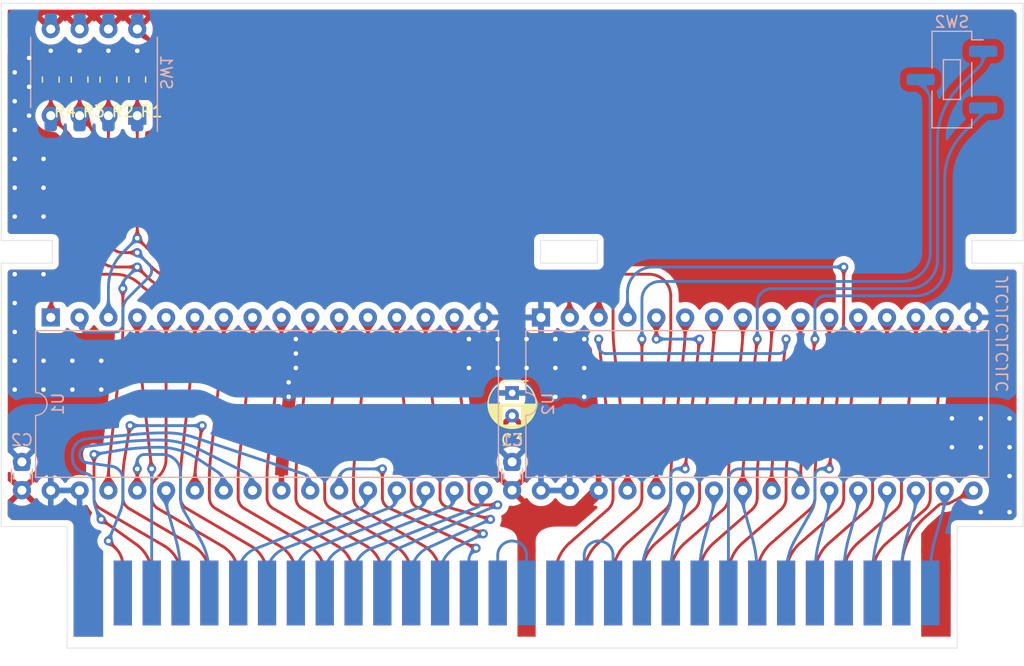
<source format=kicad_pcb>
(kicad_pcb (version 20211014) (generator pcbnew)
  (title_block (title "FC NROM 256x16 Board") (date "2022-11-24") (rev "0.0.2") (company "Persune"))
  (layers (0 "F.Cu" mixed) (31 "B.Cu" mixed) (34 "B.Paste" user) (35 "F.Paste" user) (36 "B.SilkS" user "B.Silkscreen") (37 "F.SilkS" user "F.Silkscreen") (38 "B.Mask" user) (39 "F.Mask" user) (44 "Edge.Cuts" user))
  (net 0 "")
  (net 1 "VCC")
  (net 2 "GND")
  (net 3 "/CPU_A11")
  (net 4 "/CPU_A10")
  (net 5 "/CPU_A9")
  (net 6 "/CPU_A8")
  (net 7 "/CPU_A7")
  (net 8 "/CPU_A6")
  (net 9 "/CPU_A5")
  (net 10 "/CPU_A4")
  (net 11 "/CPU_A3")
  (net 12 "/CPU_A2")
  (net 13 "/CPU_A1")
  (net 14 "/CPU_A0")
  (net 15 "/CPU_R~{W}")
  (net 16 "/~{IRQ}")
  (net 17 "/PPU_~{RD}")
  (net 18 "/CIRAM_A10")
  (net 19 "/PPU_A6")
  (net 20 "/PPU_A5")
  (net 21 "/PPU_A4")
  (net 22 "/PPU_A3")
  (net 23 "/PPU_A2")
  (net 24 "/PPU_A1")
  (net 25 "/PPU_A0")
  (net 26 "/PPU_D0")
  (net 27 "/PPU_D1")
  (net 28 "/PPU_D2")
  (net 29 "/PPU_D3")
  (net 30 "/M2")
  (net 31 "/CPU_A12")
  (net 32 "/CPU_A13")
  (net 33 "/CPU_A14")
  (net 34 "/CPU_D7")
  (net 35 "/CPU_D6")
  (net 36 "/CPU_D5")
  (net 37 "/CPU_D4")
  (net 38 "/CPU_D3")
  (net 39 "/CPU_D2")
  (net 40 "/CPU_D1")
  (net 41 "/CPU_D0")
  (net 42 "/~{ROMSEL}")
  (net 43 "/AUD_2A03")
  (net 44 "/PPU_~{WR}")
  (net 45 "/CIRAM_~{CE}")
  (net 46 "/PPU_A7")
  (net 47 "/PPU_A8")
  (net 48 "/PPU_A9")
  (net 49 "/PPU_A10")
  (net 50 "/PPU_A11")
  (net 51 "/PPU_A12")
  (net 52 "/PPU_A13")
  (net 53 "/PPU_D7")
  (net 54 "/PPU_D6")
  (net 55 "/PPU_D5")
  (net 56 "/PPU_D4")
  (net 57 "/DIP_0")
  (net 58 "/DIP_1")
  (net 59 "/DIP_2")
  (net 60 "/DIP_3")
  (footprint "Resistor_SMD:R_0805_2012Metric" (layer "F.Cu") (at 27.94 24.13 90)
    (fp_text reference "R2")
    (fp_text value "12K")
  )
  (footprint "Capacitor_THT:CP_Radial_D4.0mm_P2.00mm" (layer "F.Cu") (at 63.5 51.7324 -90)
    (fp_text reference "C3")
    (fp_text value "22uF")
  )
  (footprint "common_footprints:HVC-TGROM-01" (layer "F.Cu") (at 63.5 63.5)
    (fp_text reference "J1")
    (fp_text value "Cartridge Connector")
  )
  (footprint "Resistor_SMD:R_0805_2012Metric" (layer "F.Cu") (at 22.86 24.13 90)
    (fp_text reference "R4")
    (fp_text value "12K")
  )
  (footprint "Resistor_SMD:R_0805_2012Metric" (layer "F.Cu") (at 30.48 24.13 90)
    (fp_text reference "R1")
    (fp_text value "12K")
  )
  (footprint "Resistor_SMD:R_0805_2012Metric" (layer "F.Cu") (at 25.4 24.13 90)
    (fp_text reference "R3")
    (fp_text value "12K")
  )
  (footprint "common_footprints:C_Disc-0805_D3.0mm_W1.6mm_P2.50mm" (layer "B.Cu") (at 63.5 59.055 -90)
    (fp_text reference "C1")
    (fp_text value "100nF")
  )
  (footprint "Package_DIP:DIP-32_W15.24mm" (layer "B.Cu") (at 22.86 45.08 -90)
    (fp_text reference "U1")
    (fp_text value "PRG ROM 512K")
  )
  (footprint "Package_DIP:DIP-32_W15.24mm" (layer "B.Cu") (at 66.04 45.085 -90)
    (fp_text reference "U2")
    (fp_text value "CHR ROM 512K")
  )
  (footprint "common_footprints:DS04-254-2-04BK-SMT-ND" (layer "B.Cu") (at 26.67 23.495 90)
    (fp_text reference "SW1")
    (fp_text value "SW_DIP_x04")
  )
  (footprint "common_footprints:C_Disc-0805_D3.0mm_W1.6mm_P2.50mm" (layer "B.Cu") (at 20.32 59.055 -90)
    (fp_text reference "C2")
    (fp_text value "100nF")
  )
  (footprint "common_footprints:JS102011SCQN" (layer "B.Cu") (at 102.235 24.13 -90)
    (fp_text reference "SW2")
    (fp_text value "SW_SPDT")
  )
  (gr_line (start 65.999995 40.299996) (end 71.00001 40.299996) (layer "Edge.Cuts") (width 0.05))
  (gr_line (start 108.500024 17.4) (end 18.5 17.4) (layer "Edge.Cuts") (width 0.05))
  (gr_line (start 23 38.3) (end 23 40.3) (layer "Edge.Cuts") (width 0.05))
  (gr_line (start 18.5 40.3) (end 18.5 63.5) (layer "Edge.Cuts") (width 0.05))
  (gr_line (start 18.5 38.3) (end 23 38.3) (layer "Edge.Cuts") (width 0.05))
  (gr_line (start 108.5 63.5) (end 108.5 40.3) (layer "Edge.Cuts") (width 0.05))
  (gr_line (start 108.5 40.3) (end 104 40.3) (layer "Edge.Cuts") (width 0.05))
  (gr_line (start 18.5 17.4) (end 18.5 38.3) (layer "Edge.Cuts") (width 0.05))
  (gr_line (start 24.3 74.2) (end 102.7 74.2) (layer "Edge.Cuts") (width 0.05))
  (gr_line (start 104 40.3) (end 104 38.3) (layer "Edge.Cuts") (width 0.05))
  (gr_line (start 104 38.3) (end 108.5 38.3) (layer "Edge.Cuts") (width 0.05))
  (gr_line (start 71.00001 38.3) (end 71.00001 40.299996) (layer "Edge.Cuts") (width 0.05))
  (gr_line (start 23 40.3) (end 18.5 40.3) (layer "Edge.Cuts") (width 0.05))
  (gr_line (start 102.7 74.2) (end 102.7 63.5) (layer "Edge.Cuts") (width 0.05))
  (gr_line (start 108.5 38.3) (end 108.500024 17.4) (layer "Edge.Cuts") (width 0.05))
  (gr_line (start 65.999995 38.3) (end 65.999995 40.299996) (layer "Edge.Cuts") (width 0.05))
  (gr_line (start 102.7 63.5) (end 108.5 63.5) (layer "Edge.Cuts") (width 0.05))
  (gr_line (start 24.3 63.5) (end 24.3 74.2) (layer "Edge.Cuts") (width 0.05))
  (gr_line (start 18.5 63.5) (end 24.3 63.5) (layer "Edge.Cuts") (width 0.05))
  (gr_line (start 71.00001 38.3) (end 65.999995 38.3) (layer "Edge.Cuts") (width 0.05))
  (gr_text "JLCJLCJLCJLC" (at 106.68 41.275 90) (layer "B.SilkS") (effects (font (size 1 1)) (justify left mirror)))
  (via (at 104.775 62.23) (size 0.8) (drill 0.4) (layers "F.Cu" "B.Cu") (net 1))
  (via (at 107.315 53.975) (size 0.8) (drill 0.4) (layers "F.Cu" "B.Cu") (net 1))
  (via (at 104.775 53.975) (size 0.8) (drill 0.4) (layers "F.Cu" "B.Cu") (net 1))
  (via (at 107.315 62.23) (size 0.8) (drill 0.4) (layers "F.Cu" "B.Cu") (net 1))
  (via (at 102.235 56.515) (size 0.8) (drill 0.4) (layers "F.Cu" "B.Cu") (net 1))
  (via (at 107.315 56.515) (size 0.8) (drill 0.4) (layers "F.Cu" "B.Cu") (net 1))
  (via (at 107.315 59.055) (size 0.8) (drill 0.4) (layers "F.Cu" "B.Cu") (net 1))
  (via (at 104.775 56.515) (size 0.8) (drill 0.4) (layers "F.Cu" "B.Cu") (net 1))
  (via (at 102.235 53.975) (size 0.8) (drill 0.4) (layers "F.Cu" "B.Cu") (net 1))
  (segment (start 63.52 57.805) (end 63.5 57.805) (width 0.5) (layer "B.Cu") (net 1))
  (segment (start 22.86 19.685) (end 22.87 19.675) (width 0.25) (layer "B.Cu") (net 1))
  (segment (start 30.48 21.59) (end 30.48 23.2175) (width 0.5) (layer "F.Cu") (net 2))
  (segment (start 71.12 60.325) (end 69.215 62.23) (width 1.15) (layer "F.Cu") (net 2))
  (segment (start 25.4 21.59) (end 25.4 23.2175) (width 0.5) (layer "F.Cu") (net 2))
  (segment (start 27.94 21.59) (end 27.94 23.2175) (width 0.5) (layer "F.Cu") (net 2))
  (segment (start 22.86 21.59) (end 22.86 23.2175) (width 0.5) (layer "F.Cu") (net 2))
  (via (at 19.685 51.435) (size 0.8) (drill 0.4) (layers "F.Cu" "B.Cu") (net 2))
  (via (at 59.69 46.99) (size 0.8) (drill 0.4) (layers "F.Cu" "B.Cu") (net 2))
  (via (at 62.23 46.99) (size 0.8) (drill 0.4) (layers "F.Cu" "B.Cu") (net 2))
  (via (at 19.685 46.355) (size 0.8) (drill 0.4) (layers "F.Cu" "B.Cu") (net 2))
  (via (at 67.31 49.53) (size 0.8) (drill 0.4) (layers "F.Cu" "B.Cu") (net 2))
  (via (at 69.85 49.53) (size 0.8) (drill 0.4) (layers "F.Cu" "B.Cu") (net 2))
  (via (at 69.85 52.07) (size 0.8) (drill 0.4) (layers "F.Cu" "B.Cu") (net 2))
  (via (at 19.685 28.575) (size 0.8) (drill 0.4) (layers "F.Cu" "B.Cu") (net 2))
  (via (at 19.685 23.495) (size 0.8) (drill 0.4) (layers "F.Cu" "B.Cu") (net 2))
  (via (at 43.815 52.07) (size 0.8) (drill 0.4) (layers "F.Cu" "B.Cu") (net 2))
  (via (at 24.765 48.895) (size 0.8) (drill 0.4) (layers "F.Cu" "B.Cu") (net 2))
  (via (at 43.815 50.8) (size 0.8) (drill 0.4) (layers "F.Cu" "B.Cu") (net 2))
  (via (at 22.225 36.195) (size 0.8) (drill 0.4) (layers "F.Cu" "B.Cu") (net 2))
  (via (at 19.685 31.115) (size 0.8) (drill 0.4) (layers "F.Cu" "B.Cu") (net 2))
  (via (at 22.225 48.895) (size 0.8) (drill 0.4) (layers "F.Cu" "B.Cu") (net 2))
  (via (at 69.85 46.99) (size 0.8) (drill 0.4) (layers "F.Cu" "B.Cu") (net 2))
  (via (at 22.86 21.59) (size 0.8) (drill 0.4) (layers "F.Cu" "B.Cu") (net 2))
  (via (at 27.305 51.435) (size 0.8) (drill 0.4) (layers "F.Cu" "B.Cu") (net 2))
  (via (at 22.225 51.435) (size 0.8) (drill 0.4) (layers "F.Cu" "B.Cu") (net 2))
  (via (at 25.4 21.59) (size 0.8) (drill 0.4) (layers "F.Cu" "B.Cu") (net 2))
  (via (at 64.77 46.99) (size 0.8) (drill 0.4) (layers "F.Cu" "B.Cu") (net 2))
  (via (at 19.685 41.275) (size 0.8) (drill 0.4) (layers "F.Cu" "B.Cu") (net 2))
  (via (at 20.955 22.225) (size 0.8) (drill 0.4) (layers "F.Cu" "B.Cu") (net 2))
  (via (at 44.45 46.99) (size 0.8) (drill 0.4) (layers "F.Cu" "B.Cu") (net 2))
  (via (at 44.45 49.53) (size 0.8) (drill 0.4) (layers "F.Cu" "B.Cu") (net 2))
  (via (at 24.765 51.435) (size 0.8) (drill 0.4) (layers "F.Cu" "B.Cu") (net 2))
  (via (at 22.225 33.655) (size 0.8) (drill 0.4) (layers "F.Cu" "B.Cu") (net 2))
  (via (at 22.225 31.115) (size 0.8) (drill 0.4) (layers "F.Cu" "B.Cu") (net 2))
  (via (at 19.685 36.195) (size 0.8) (drill 0.4) (layers "F.Cu" "B.Cu") (net 2))
  (via (at 19.685 43.815) (size 0.8) (drill 0.4) (layers "F.Cu" "B.Cu") (net 2))
  (via (at 19.685 33.655) (size 0.8) (drill 0.4) (layers "F.Cu" "B.Cu") (net 2))
  (via (at 59.69 49.53) (size 0.8) (drill 0.4) (layers "F.Cu" "B.Cu") (net 2))
  (via (at 27.305 48.895) (size 0.8) (drill 0.4) (layers "F.Cu" "B.Cu") (net 2))
  (via (at 67.31 52.07) (size 0.8) (drill 0.4) (layers "F.Cu" "B.Cu") (net 2))
  (via (at 19.685 48.895) (size 0.8) (drill 0.4) (layers "F.Cu" "B.Cu") (net 2))
  (via (at 20.955 27.305) (size 0.8) (drill 0.4) (layers "F.Cu" "B.Cu") (net 2))
  (via (at 30.48 21.59) (size 0.8) (drill 0.4) (layers "F.Cu" "B.Cu") (net 2))
  (via (at 44.45 48.26) (size 0.8) (drill 0.4) (layers "F.Cu" "B.Cu") (net 2))
  (via (at 22.225 41.275) (size 0.8) (drill 0.4) (layers "F.Cu" "B.Cu") (net 2))
  (via (at 67.31 46.99) (size 0.8) (drill 0.4) (layers "F.Cu" "B.Cu") (net 2))
  (via (at 20.955 24.765) (size 0.8) (drill 0.4) (layers "F.Cu" "B.Cu") (net 2))
  (via (at 62.23 49.53) (size 0.8) (drill 0.4) (layers "F.Cu" "B.Cu") (net 2))
  (via (at 64.77 49.53) (size 0.8) (drill 0.4) (layers "F.Cu" "B.Cu") (net 2))
  (via (at 19.685 26.035) (size 0.8) (drill 0.4) (layers "F.Cu" "B.Cu") (net 2))
  (via (at 27.94 21.59) (size 0.8) (drill 0.4) (layers "F.Cu" "B.Cu") (net 2))
  (segment (start 27.94 64.77) (end 28.575 65.405) (width 0.25) (layer "F.Cu") (net 3))
  (segment (start 29.21 66.938025) (end 29.21 69.35) (width 0.25) (layer "F.Cu") (net 3))
  (via (at 27.94 64.77) (size 0.8) (drill 0.4) (layers "F.Cu" "B.Cu") (net 3))
  (arc (start 28.575 65.405) (mid 29.044968 66.108357) (end 29.21 66.938025) (width 0.25) (layer "F.Cu") (net 3))
  (segment (start 28.58971 56.116285) (end 26.030096 56.436237) (width 0.25) (layer "B.Cu") (net 3))
  (segment (start 29.21 59.69) (end 29.21 59.327143) (width 0.25) (layer "B.Cu") (net 3))
  (segment (start 26.028617 57.874802) (end 28.222171 58.188167) (width 0.25) (layer "B.Cu") (net 3))
  (segment (start 29.21 59.69) (end 29.21 60.96) (width 0.25) (layer "B.Cu") (net 3))
  (segment (start 40.64 59.6875) (end 40.64 60.32) (width 0.25) (layer "B.Cu") (net 3))
  (segment (start 27.94 64.77) (end 28.974166 62.184582) (width 0.25) (layer "B.Cu") (net 3))
  (segment (start 35.993883 56.731941) (end 40.074274 58.772137) (width 0.25) (layer "B.Cu") (net 3))
  (arc (start 26.030096 56.436237) (mid 25.58006 56.673954) (end 25.4 57.15) (width 0.25) (layer "B.Cu") (net 3))
  (arc (start 29.21 60.96) (mid 29.150504 61.583542) (end 28.974166 62.184582) (width 0.25) (layer "B.Cu") (net 3))
  (arc (start 25.4 57.15) (mid 25.579046 57.629713) (end 26.028617 57.874802) (width 0.25) (layer "B.Cu") (net 3))
  (arc (start 40.074274 58.772137) (mid 40.487154 59.149463) (end 40.64 59.6875) (width 0.25) (layer "B.Cu") (net 3))
  (arc (start 32.385 55.88) (mid 30.483681 55.939128) (end 28.58971 56.116285) (width 0.25) (layer "B.Cu") (net 3))
  (arc (start 35.993883 56.731941) (mid 34.239039 56.095872) (end 32.385 55.88) (width 0.25) (layer "B.Cu") (net 3))
  (arc (start 28.222171 58.188167) (mid 28.92864 58.573307) (end 29.21 59.327143) (width 0.25) (layer "B.Cu") (net 3))
  (segment (start 30.403271 65.07805) (end 27.305 62.865) (width 0.25) (layer "F.Cu") (net 4))
  (segment (start 31.75 67.695) (end 31.75 69.35) (width 0.25) (layer "F.Cu") (net 4))
  (via (at 27.305 62.865) (size 0.8) (drill 0.4) (layers "F.Cu" "B.Cu") (net 4))
  (arc (start 30.403271 65.07805) (mid 31.393565 66.223427) (end 31.75 67.695) (width 0.25) (layer "F.Cu") (net 4))
  (segment (start 35.494827 55.646609) (end 45.119957 58.854985) (width 0.25) (layer "B.Cu") (net 4))
  (segment (start 45.72 59.6875) (end 45.72 60.32) (width 0.25) (layer "B.Cu") (net 4))
  (segment (start 24.765 57.15) (end 24.765 57.415976) (width 0.25) (layer "B.Cu") (net 4))
  (segment (start 25.7175 58.737499) (end 26.067586 58.854195) (width 0.25) (layer "B.Cu") (net 4))
  (segment (start 26.67 59.69) (end 26.67 60.96) (width 0.25) (layer "B.Cu") (net 4))
  (segment (start 26.029784 55.765019) (end 30.485215 55.35998) (width 0.25) (layer "B.Cu") (net 4))
  (segment (start 26.95398 62.162961) (end 27.305 62.865) (width 0.25) (layer "B.Cu") (net 4))
  (arc (start 35.494827 55.646609) (mid 34.2736 55.346054) (end 33.02 55.245) (width 0.25) (layer "B.Cu") (net 4))
  (arc (start 33.02 55.245) (mid 31.751304 55.273759) (end 30.485215 55.35998) (width 0.25) (layer "B.Cu") (net 4))
  (arc (start 26.67 60.96) (mid 26.741957 61.578013) (end 26.95398 62.162961) (width 0.25) (layer "B.Cu") (net 4))
  (arc (start 26.067586 58.854195) (mid 26.503701 59.174861) (end 26.67 59.69) (width 0.25) (layer "B.Cu") (net 4))
  (arc (start 24.765 57.415976) (mid 25.027941 58.230482) (end 25.7175 58.737499) (width 0.25) (layer "B.Cu") (net 4))
  (arc (start 26.029784 55.765019) (mid 25.128773 56.212203) (end 24.765 57.15) (width 0.25) (layer "B.Cu") (net 4))
  (arc (start 45.119957 58.854985) (mid 45.554355 59.174389) (end 45.72 59.6875) (width 0.25) (layer "B.Cu") (net 4))
  (segment (start 26.67 59.69) (end 26.67 60.96) (width 0.25) (layer "F.Cu") (net 5))
  (segment (start 34.29 67.695) (end 34.29 69.35) (width 0.25) (layer "F.Cu") (net 5))
  (segment (start 26.67 59.69) (end 26.67 57.15) (width 0.25) (layer "F.Cu") (net 5))
  (segment (start 32.860445 65.206093) (end 27.218499 61.914958) (width 0.25) (layer "F.Cu") (net 5))
  (via (at 26.67 57.15) (size 0.8) (drill 0.4) (layers "F.Cu" "B.Cu") (net 5))
  (arc (start 32.860445 65.206093) (mid 33.90718 66.259879) (end 34.29 67.695) (width 0.25) (layer "F.Cu") (net 5))
  (arc (start 26.67 60.96) (mid 26.816881 61.510635) (end 27.218499 61.914958) (width 0.25) (layer "F.Cu") (net 5))
  (segment (start 26.67 57.15) (end 28.600919 56.82818) (width 0.25) (layer "B.Cu") (net 5))
  (segment (start 37.573728 58.704152) (end 35.875055 57.571703) (width 0.25) (layer "B.Cu") (net 5))
  (segment (start 38.1 59.6875) (end 38.1 60.32) (width 0.25) (layer "B.Cu") (net 5))
  (arc (start 37.573728 58.704152) (mid 37.960158 59.12984) (end 38.1 59.6875) (width 0.25) (layer "B.Cu") (net 5))
  (arc (start 32.385 56.515) (mid 30.48649 56.593428) (end 28.600919 56.82818) (width 0.25) (layer "B.Cu") (net 5))
  (arc (start 35.875055 57.571703) (mid 34.20826 56.784967) (end 32.385 56.515) (width 0.25) (layer "B.Cu") (net 5))
  (segment (start 29.845 54.61) (end 29.36659 57.480459) (width 0.25) (layer "F.Cu") (net 6))
  (segment (start 35.56 59.37) (end 35.56 60.32) (width 0.25) (layer "F.Cu") (net 6))
  (segment (start 36.195 54.61) (end 35.716179 57.482925) (width 0.25) (layer "F.Cu") (net 6))
  (segment (start 29.21 59.69) (end 29.21 60.96) (width 0.25) (layer "F.Cu") (net 6))
  (segment (start 35.400445 65.206093) (end 29.758499 61.914958) (width 0.25) (layer "F.Cu") (net 6))
  (segment (start 29.21 59.69) (end 29.21 59.3725) (width 0.25) (layer "F.Cu") (net 6))
  (segment (start 36.83 67.695) (end 36.83 69.35) (width 0.25) (layer "F.Cu") (net 6))
  (via (at 36.195 54.61) (size 0.8) (drill 0.4) (layers "F.Cu" "B.Cu") (net 6))
  (via (at 29.845 54.61) (size 0.8) (drill 0.4) (layers "F.Cu" "B.Cu") (net 6))
  (arc (start 29.21 60.96) (mid 29.356881 61.510635) (end 29.758499 61.914958) (width 0.25) (layer "F.Cu") (net 6))
  (arc (start 35.400445 65.206093) (mid 36.44718 66.259879) (end 36.83 67.695) (width 0.25) (layer "F.Cu") (net 6))
  (arc (start 35.716179 57.482925) (mid 35.599111 58.423236) (end 35.56 59.37) (width 0.25) (layer "F.Cu") (net 6))
  (arc (start 29.36659 57.480459) (mid 29.249214 58.423245) (end 29.21 59.3725) (width 0.25) (layer "F.Cu") (net 6))
  (segment (start 36.195 54.61) (end 29.845 54.61) (width 0.25) (layer "B.Cu") (net 6))
  (segment (start 31.75 60.6425) (end 31.75 60.96) (width 0.25) (layer "F.Cu") (net 7))
  (segment (start 39.37 67.695) (end 39.37 69.35) (width 0.25) (layer "F.Cu") (net 7))
  (segment (start 31.75 60.0075) (end 31.75 60.6425) (width 0.25) (layer "F.Cu") (net 7))
  (segment (start 33.02 57.521974) (end 33.02 45.08) (width 0.25) (layer "F.Cu") (net 7))
  (segment (start 37.940445 65.206093) (end 32.298499 61.914958) (width 0.25) (layer "F.Cu") (net 7))
  (segment (start 32.384999 59.054999) (end 31.974506 59.465493) (width 0.25) (layer "F.Cu") (net 7))
  (arc (start 37.940445 65.206093) (mid 38.98718 66.259879) (end 39.37 67.695) (width 0.25) (layer "F.Cu") (net 7))
  (arc (start 33.02 57.521974) (mid 32.854968 58.351641) (end 32.384999 59.054999) (width 0.25) (layer "F.Cu") (net 7))
  (arc (start 31.75 60.96) (mid 31.896881 61.510635) (end 32.298499 61.914958) (width 0.25) (layer "F.Cu") (net 7))
  (arc (start 31.974506 59.465493) (mid 31.808347 59.714168) (end 31.75 60.0075) (width 0.25) (layer "F.Cu") (net 7))
  (segment (start 35.454537 47.939158) (end 34.395186 57.473325) (width 0.25) (layer "F.Cu") (net 8))
  (segment (start 34.838499 61.914958) (end 40.480445 65.206093) (width 0.25) (layer "F.Cu") (net 8))
  (segment (start 34.29 59.69) (end 34.29 59.3725) (width 0.25) (layer "F.Cu") (net 8))
  (segment (start 41.91 67.695) (end 41.91 69.35) (width 0.25) (layer "F.Cu") (net 8))
  (segment (start 35.56 46.035) (end 35.56 45.08) (width 0.25) (layer "F.Cu") (net 8))
  (segment (start 34.29 59.69) (end 34.29 60.96) (width 0.25) (layer "F.Cu") (net 8))
  (arc (start 34.395186 57.473325) (mid 34.316316 58.421457) (end 34.29 59.3725) (width 0.25) (layer "F.Cu") (net 8))
  (arc (start 40.480445 65.206093) (mid 41.52718 66.259879) (end 41.91 67.695) (width 0.25) (layer "F.Cu") (net 8))
  (arc (start 35.56 46.035) (mid 35.533614 46.988538) (end 35.454537 47.939158) (width 0.25) (layer "F.Cu") (net 8))
  (arc (start 34.29 60.96) (mid 34.436881 61.510635) (end 34.838499 61.914958) (width 0.25) (layer "F.Cu") (net 8))
  (segment (start 36.935185 57.473325) (end 37.994537 47.939158) (width 0.25) (layer "F.Cu") (net 9))
  (segment (start 44.45 67.695) (end 44.45 69.35) (width 0.25) (layer "F.Cu") (net 9))
  (segment (start 38.1 46.035) (end 38.1 45.08) (width 0.25) (layer "F.Cu") (net 9))
  (segment (start 36.83 59.69) (end 36.83 60.96) (width 0.25) (layer "F.Cu") (net 9))
  (segment (start 37.378499 61.914958) (end 43.020445 65.206093) (width 0.25) (layer "F.Cu") (net 9))
  (segment (start 36.83 59.69) (end 36.83 59.3725) (width 0.25) (layer "F.Cu") (net 9))
  (arc (start 38.1 46.035) (mid 38.073614 46.988538) (end 37.994537 47.939158) (width 0.25) (layer "F.Cu") (net 9))
  (arc (start 36.935185 57.473325) (mid 36.856316 58.421457) (end 36.83 59.3725) (width 0.25) (layer "F.Cu") (net 9))
  (arc (start 36.83 60.96) (mid 36.976881 61.510635) (end 37.378499 61.914958) (width 0.25) (layer "F.Cu") (net 9))
  (arc (start 43.020445 65.206093) (mid 44.06718 66.259879) (end 44.45 67.695) (width 0.25) (layer "F.Cu") (net 9))
  (segment (start 39.918499 61.914958) (end 45.560445 65.206093) (width 0.25) (layer "F.Cu") (net 10))
  (segment (start 40.64 46.035) (end 40.64 45.08) (width 0.25) (layer "F.Cu") (net 10))
  (segment (start 39.37 59.69) (end 39.37 59.3725) (width 0.25) (layer "F.Cu") (net 10))
  (segment (start 39.37 59.69) (end 39.37 60.96) (width 0.25) (layer "F.Cu") (net 10))
  (segment (start 40.534537 47.939158) (end 39.475186 57.473325) (width 0.25) (layer "F.Cu") (net 10))
  (segment (start 46.99 67.695) (end 46.99 69.35) (width 0.25) (layer "F.Cu") (net 10))
  (arc (start 40.64 46.035) (mid 40.613614 46.988538) (end 40.534537 47.939158) (width 0.25) (layer "F.Cu") (net 10))
  (arc (start 45.560445 65.206093) (mid 46.60718 66.259879) (end 46.99 67.695) (width 0.25) (layer "F.Cu") (net 10))
  (arc (start 39.37 60.96) (mid 39.516881 61.510635) (end 39.918499 61.914958) (width 0.25) (layer "F.Cu") (net 10))
  (arc (start 39.475186 57.473325) (mid 39.396316 58.421457) (end 39.37 59.3725) (width 0.25) (layer "F.Cu") (net 10))
  (segment (start 49.53 67.695) (end 49.53 69.35) (width 0.25) (layer "F.Cu") (net 11))
  (segment (start 43.18 46.035) (end 43.18 45.08) (width 0.25) (layer "F.Cu") (net 11))
  (segment (start 42.015185 57.473325) (end 43.074537 47.939158) (width 0.25) (layer "F.Cu") (net 11))
  (segment (start 41.91 59.69) (end 41.91 60.96) (width 0.25) (layer "F.Cu") (net 11))
  (segment (start 41.91 59.69) (end 41.91 59.3725) (width 0.25) (layer "F.Cu") (net 11))
  (segment (start 42.458499 61.914958) (end 48.100445 65.206093) (width 0.25) (layer "F.Cu") (net 11))
  (arc (start 41.91 60.96) (mid 42.056881 61.510635) (end 42.458499 61.914958) (width 0.25) (layer "F.Cu") (net 11))
  (arc (start 48.100445 65.206093) (mid 49.14718 66.259879) (end 49.53 67.695) (width 0.25) (layer "F.Cu") (net 11))
  (arc (start 43.18 46.035) (mid 43.153614 46.988538) (end 43.074537 47.939158) (width 0.25) (layer "F.Cu") (net 11))
  (arc (start 42.015185 57.473325) (mid 41.936316 58.421457) (end 41.91 59.3725) (width 0.25) (layer "F.Cu") (net 11))
  (segment (start 43.18 45.085) (end 43.18 44.45) (width 0.5) (layer "B.Cu") (net 11))
  (segment (start 44.45 59.69) (end 44.45 59.3725) (width 0.25) (layer "F.Cu") (net 12))
  (segment (start 45.72 46.035) (end 45.72 45.08) (width 0.25) (layer "F.Cu") (net 12))
  (segment (start 44.998499 61.914958) (end 50.640445 65.206093) (width 0.25) (layer "F.Cu") (net 12))
  (segment (start 52.07 67.695) (end 52.07 69.35) (width 0.25) (layer "F.Cu") (net 12))
  (segment (start 44.555185 57.473325) (end 45.614537 47.939158) (width 0.25) (layer "F.Cu") (net 12))
  (segment (start 44.45 59.69) (end 44.45 60.96) (width 0.25) (layer "F.Cu") (net 12))
  (arc (start 50.640445 65.206093) (mid 51.68718 66.259879) (end 52.07 67.695) (width 0.25) (layer "F.Cu") (net 12))
  (arc (start 44.555185 57.473325) (mid 44.476316 58.421457) (end 44.45 59.3725) (width 0.25) (layer "F.Cu") (net 12))
  (arc (start 45.72 46.035) (mid 45.693614 46.988538) (end 45.614537 47.939158) (width 0.25) (layer "F.Cu") (net 12))
  (arc (start 44.45 60.96) (mid 44.596881 61.510635) (end 44.998499 61.914958) (width 0.25) (layer "F.Cu") (net 12))
  (segment (start 48.26 46.035) (end 48.26 45.08) (width 0.25) (layer "F.Cu") (net 13))
  (segment (start 46.99 59.69) (end 46.99 59.3725) (width 0.25) (layer "F.Cu") (net 13))
  (segment (start 46.99 59.69) (end 46.99 60.96) (width 0.25) (layer "F.Cu") (net 13))
  (segment (start 48.154537 47.939158) (end 47.095186 57.473325) (width 0.25) (layer "F.Cu") (net 13))
  (segment (start 53.180445 65.206093) (end 47.538499 61.914958) (width 0.25) (layer "F.Cu") (net 13))
  (segment (start 54.61 67.695) (end 54.61 69.35) (width 0.25) (layer "F.Cu") (net 13))
  (arc (start 53.180445 65.206093) (mid 54.22718 66.259879) (end 54.61 67.695) (width 0.25) (layer "F.Cu") (net 13))
  (arc (start 47.095186 57.473325) (mid 47.016316 58.421457) (end 46.99 59.3725) (width 0.25) (layer "F.Cu") (net 13))
  (arc (start 46.99 60.96) (mid 47.136881 61.510635) (end 47.538499 61.914958) (width 0.25) (layer "F.Cu") (net 13))
  (arc (start 48.26 46.035) (mid 48.233614 46.988538) (end 48.154537 47.939158) (width 0.25) (layer "F.Cu") (net 13))
  (segment (start 50.694537 47.939158) (end 49.635186 57.473325) (width 0.25) (layer "F.Cu") (net 14))
  (segment (start 49.53 59.69) (end 49.53 59.3725) (width 0.25) (layer "F.Cu") (net 14))
  (segment (start 55.720445 65.206093) (end 50.078499 61.914958) (width 0.25) (layer "F.Cu") (net 14))
  (segment (start 50.8 46.035) (end 50.8 45.08) (width 0.25) (layer "F.Cu") (net 14))
  (segment (start 57.15 67.695) (end 57.15 69.35) (width 0.25) (layer "F.Cu") (net 14))
  (segment (start 49.53 59.69) (end 49.53 60.96) (width 0.25) (layer "F.Cu") (net 14))
  (arc (start 49.635186 57.473325) (mid 49.556316 58.421457) (end 49.53 59.3725) (width 0.25) (layer "F.Cu") (net 14))
  (arc (start 55.720445 65.206093) (mid 56.76718 66.259879) (end 57.15 67.695) (width 0.25) (layer "F.Cu") (net 14))
  (arc (start 50.8 46.035) (mid 50.773614 46.988538) (end 50.694537 47.939158) (width 0.25) (layer "F.Cu") (net 14))
  (arc (start 49.53 60.96) (mid 49.676881 61.510635) (end 50.078499 61.914958) (width 0.25) (layer "F.Cu") (net 14))
  (segment (start 72.39 59.69) (end 72.39 60.96) (width 0.25) (layer "F.Cu") (net 17))
  (segment (start 72.39 59.69) (end 72.39 59.3725) (width 0.25) (layer "F.Cu") (net 17))
  (segment (start 86.36 59.3725) (end 86.36 60.325) (width 0.25) (layer "F.Cu") (net 17))
  (segment (start 71.912113 62.01315) (end 68.555514 64.950174) (width 0.25) (layer "F.Cu") (net 17))
  (segment (start 72.284813 57.473325) (end 71.12 46.99) (width 0.25) (layer "F.Cu") (net 17))
  (segment (start 86.465186 57.473325) (end 87.63 46.99) (width 0.25) (layer "F.Cu") (net 17))
  (segment (start 67.31 67.695) (end 67.31 69.35) (width 0.25) (layer "F.Cu") (net 17))
  (via (at 71.12 46.99) (size 0.8) (drill 0.4) (layers "F.Cu" "B.Cu") (net 17))
  (via (at 87.63 46.99) (size 0.8) (drill 0.4) (layers "F.Cu" "B.Cu") (net 17))
  (arc (start 68.555514 64.950174) (mid 67.635942 66.187902) (end 67.31 67.695) (width 0.25) (layer "F.Cu") (net 17))
  (arc (start 86.465186 57.473325) (mid 86.386316 58.421457) (end 86.36 59.3725) (width 0.25) (layer "F.Cu") (net 17))
  (arc (start 72.39 60.96) (mid 72.26494 61.538251) (end 71.912113 62.01315) (width 0.25) (layer "F.Cu") (net 17))
  (arc (start 72.284813 57.473325) (mid 72.363683 58.421457) (end 72.39 59.3725) (width 0.25) (layer "F.Cu") (net 17))
  (segment (start 71.755 48.26) (end 86.995 48.26) (width 0.25) (layer "B.Cu") (net 17))
  (segment (start 87.63 46.99) (end 87.63 47.625) (width 0.25) (layer "B.Cu") (net 17))
  (segment (start 71.12 46.99) (end 71.12 47.625) (width 0.25) (layer "B.Cu") (net 17))
  (arc (start 71.12 47.625) (mid 71.305987 48.074012) (end 71.755 48.26) (width 0.25) (layer "B.Cu") (net 17))
  (arc (start 87.63 47.625) (mid 87.444012 48.074012) (end 86.995 48.26) (width 0.25) (layer "B.Cu") (net 17))
  (segment (start 71.095514 64.950174) (end 74.452113 62.01315) (width 0.25) (layer "F.Cu") (net 18))
  (segment (start 69.85 67.695) (end 69.85 69.35) (width 0.25) (layer "F.Cu") (net 18))
  (segment (start 74.93 59.69) (end 74.93 46.99) (width 0.25) (layer "F.Cu") (net 18))
  (segment (start 74.93 59.69) (end 74.93 60.96) (width 0.25) (layer "F.Cu") (net 18))
  (via (at 74.93 46.99) (size 0.8) (drill 0.4) (layers "F.Cu" "B.Cu") (net 18))
  (arc (start 71.095514 64.950174) (mid 70.175942 66.187902) (end 69.85 67.695) (width 0.25) (layer "F.Cu") (net 18))
  (arc (start 74.93 60.96) (mid 74.80494 61.538251) (end 74.452113 62.01315) (width 0.25) (layer "F.Cu") (net 18))
  (segment (start 100.33 25.997505) (end 100.33 39.37) (width 0.25) (layer "B.Cu") (net 18))
  (segment (start 76.5175 41.91) (end 97.79 41.91) (width 0.25) (layer "B.Cu") (net 18))
  (segment (start 99.485 24.3425) (end 99.485 24.13) (width 0.25) (layer "B.Cu") (net 18))
  (segment (start 74.93 44.1325) (end 74.93 46.0375) (width 0.25) (layer "B.Cu") (net 18))
  (segment (start 74.93 44.1325) (end 74.93 43.4975) (width 0.25) (layer "B.Cu") (net 18))
  (segment (start 74.93 46.99) (end 74.93 46.0375) (width 0.25) (layer "B.Cu") (net 18))
  (segment (start 99.9075 24.9775) (end 99.63526 24.70526) (width 0.25) (layer "B.Cu") (net 18))
  (arc (start 100.33 39.37) (mid 99.586051 41.166051) (end 97.79 41.91) (width 0.25) (layer "B.Cu") (net 18))
  (arc (start 99.9075 24.9775) (mid 100.220195 25.445482) (end 100.33 25.997505) (width 0.25) (layer "B.Cu") (net 18))
  (arc (start 76.5175 41.91) (mid 75.394967 42.374967) (end 74.93 43.4975) (width 0.25) (layer "B.Cu") (net 18))
  (arc (start 99.485 24.3425) (mid 99.524051 24.538824) (end 99.63526 24.70526) (width 0.25) (layer "B.Cu") (net 18))
  (segment (start 78.634813 47.936674) (end 77.575186 57.473325) (width 0.25) (layer "F.Cu") (net 19))
  (segment (start 73.635514 64.950174) (end 76.992113 62.01315) (width 0.25) (layer "F.Cu") (net 19))
  (segment (start 77.47 59.69) (end 77.47 59.3725) (width 0.25) (layer "F.Cu") (net 19))
  (segment (start 78.74 46.0375) (end 78.74 45.085) (width 0.25) (layer "F.Cu") (net 19))
  (segment (start 77.47 59.69) (end 77.47 60.96) (width 0.25) (layer "F.Cu") (net 19))
  (segment (start 72.39 67.695) (end 72.39 69.35) (width 0.25) (layer "F.Cu") (net 19))
  (arc (start 78.74 46.0375) (mid 78.713683 46.988542) (end 78.634813 47.936674) (width 0.25) (layer "F.Cu") (net 19))
  (arc (start 77.47 60.96) (mid 77.34494 61.538251) (end 76.992113 62.01315) (width 0.25) (layer "F.Cu") (net 19))
  (arc (start 77.575186 57.473325) (mid 77.496316 58.421457) (end 77.47 59.3725) (width 0.25) (layer "F.Cu") (net 19))
  (arc (start 73.635514 64.950174) (mid 72.715942 66.187902) (end 72.39 67.695) (width 0.25) (layer "F.Cu") (net 19))
  (segment (start 74.93 67.695) (end 74.93 69.35) (width 0.25) (layer "F.Cu") (net 20))
  (segment (start 81.28 46.0375) (end 81.28 45.085) (width 0.25) (layer "F.Cu") (net 20))
  (segment (start 76.175514 64.950174) (end 79.532113 62.01315) (width 0.25) (layer "F.Cu") (net 20))
  (segment (start 80.01 59.69) (end 80.01 60.96) (width 0.25) (layer "F.Cu") (net 20))
  (segment (start 80.01 59.69) (end 80.01 59.3725) (width 0.25) (layer "F.Cu") (net 20))
  (segment (start 81.174813 47.936674) (end 80.115186 57.473325) (width 0.25) (layer "F.Cu") (net 20))
  (arc (start 80.01 60.96) (mid 79.88494 61.538251) (end 79.532113 62.01315) (width 0.25) (layer "F.Cu") (net 20))
  (arc (start 81.28 46.0375) (mid 81.253683 46.988542) (end 81.174813 47.936674) (width 0.25) (layer "F.Cu") (net 20))
  (arc (start 80.115186 57.473325) (mid 80.036316 58.421457) (end 80.01 59.3725) (width 0.25) (layer "F.Cu") (net 20))
  (arc (start 76.175514 64.950174) (mid 75.255942 66.187902) (end 74.93 67.695) (width 0.25) (layer "F.Cu") (net 20))
  (segment (start 82.072113 62.01315) (end 78.715514 64.950174) (width 0.25) (layer "F.Cu") (net 21))
  (segment (start 83.714813 47.936674) (end 82.655186 57.473325) (width 0.25) (layer "F.Cu") (net 21))
  (segment (start 82.55 59.69) (end 82.55 59.3725) (width 0.25) (layer "F.Cu") (net 21))
  (segment (start 77.47 67.695) (end 77.47 69.35) (width 0.25) (layer "F.Cu") (net 21))
  (segment (start 82.55 59.69) (end 82.55 60.96) (width 0.25) (layer "F.Cu") (net 21))
  (segment (start 83.82 46.0375) (end 83.82 45.085) (width 0.25) (layer "F.Cu") (net 21))
  (arc (start 82.55 60.96) (mid 82.42494 61.538251) (end 82.072113 62.01315) (width 0.25) (layer "F.Cu") (net 21))
  (arc (start 82.655186 57.473325) (mid 82.576316 58.421457) (end 82.55 59.3725) (width 0.25) (layer "F.Cu") (net 21))
  (arc (start 78.715514 64.950174) (mid 77.795942 66.187902) (end 77.47 67.695) (width 0.25) (layer "F.Cu") (net 21))
  (arc (start 83.82 46.0375) (mid 83.793683 46.988542) (end 83.714813 47.936674) (width 0.25) (layer "F.Cu") (net 21))
  (segment (start 85.195185 57.473325) (end 86.254813 47.936674) (width 0.25) (layer "F.Cu") (net 22))
  (segment (start 81.255514 64.950174) (end 84.612113 62.01315) (width 0.25) (layer "F.Cu") (net 22))
  (segment (start 86.36 46.0375) (end 86.36 45.085) (width 0.25) (layer "F.Cu") (net 22))
  (segment (start 85.09 59.3725) (end 85.09 59.69) (width 0.25) (layer "F.Cu") (net 22))
  (segment (start 80.01 67.695) (end 80.01 69.35) (width 0.25) (layer "F.Cu") (net 22))
  (segment (start 85.09 59.69) (end 85.09 60.96) (width 0.25) (layer "F.Cu") (net 22))
  (arc (start 86.36 46.0375) (mid 86.333683 46.988542) (end 86.254813 47.936674) (width 0.25) (layer "F.Cu") (net 22))
  (arc (start 85.09 60.96) (mid 84.96494 61.538251) (end 84.612113 62.01315) (width 0.25) (layer "F.Cu") (net 22))
  (arc (start 85.195185 57.473325) (mid 85.116316 58.421457) (end 85.09 59.3725) (width 0.25) (layer "F.Cu") (net 22))
  (arc (start 81.255514 64.950174) (mid 80.335942 66.187902) (end 80.01 67.695) (width 0.25) (layer "F.Cu") (net 22))
  (segment (start 88.9 46.0375) (end 88.9 45.085) (width 0.25) (layer "F.Cu") (net 23))
  (segment (start 87.735185 57.473325) (end 88.794813 47.936674) (width 0.25) (layer "F.Cu") (net 23))
  (segment (start 82.55 67.695) (end 82.55 69.35) (width 0.25) (layer "F.Cu") (net 23))
  (segment (start 87.152113 62.01315) (end 83.795514 64.950174) (width 0.25) (layer "F.Cu") (net 23))
  (segment (start 87.63 59.69) (end 87.63 59.3725) (width 0.25) (layer "F.Cu") (net 23))
  (segment (start 87.63 59.69) (end 87.63 60.96) (width 0.25) (layer "F.Cu") (net 23))
  (arc (start 87.63 60.96) (mid 87.50494 61.538251) (end 87.152113 62.01315) (width 0.25) (layer "F.Cu") (net 23))
  (arc (start 88.9 46.0375) (mid 88.873683 46.988542) (end 88.794813 47.936674) (width 0.25) (layer "F.Cu") (net 23))
  (arc (start 83.795514 64.950174) (mid 82.875942 66.187902) (end 82.55 67.695) (width 0.25) (layer "F.Cu") (net 23))
  (arc (start 87.735185 57.473325) (mid 87.656316 58.421457) (end 87.63 59.3725) (width 0.25) (layer "F.Cu") (net 23))
  (segment (start 85.09 67.695) (end 85.09 69.35) (width 0.25) (layer "F.Cu") (net 24))
  (segment (start 90.17 59.69) (end 90.17 59.3725) (width 0.25) (layer "F.Cu") (net 24))
  (segment (start 90.17 59.69) (end 90.17 60.96) (width 0.25) (layer "F.Cu") (net 24))
  (segment (start 90.275185 57.473325) (end 91.334813 47.936674) (width 0.25) (layer "F.Cu") (net 24))
  (segment (start 91.44 46.0375) (end 91.44 45.085) (width 0.25) (layer "F.Cu") (net 24))
  (segment (start 89.692113 62.01315) (end 86.335514 64.950174) (width 0.25) (layer "F.Cu") (net 24))
  (arc (start 90.275185 57.473325) (mid 90.196316 58.421457) (end 90.17 59.3725) (width 0.25) (layer "F.Cu") (net 24))
  (arc (start 91.44 46.0375) (mid 91.413683 46.988542) (end 91.334813 47.936674) (width 0.25) (layer "F.Cu") (net 24))
  (arc (start 86.335514 64.950174) (mid 85.415942 66.187902) (end 85.09 67.695) (width 0.25) (layer "F.Cu") (net 24))
  (arc (start 90.17 60.96) (mid 90.04494 61.538251) (end 89.692113 62.01315) (width 0.25) (layer "F.Cu") (net 24))
  (segment (start 92.71 59.69) (end 92.71 60.96) (width 0.25) (layer "F.Cu") (net 25))
  (segment (start 88.875514 64.950174) (end 92.232113 62.01315) (width 0.25) (layer "F.Cu") (net 25))
  (segment (start 93.98 46.0375) (end 93.98 45.085) (width 0.25) (layer "F.Cu") (net 25))
  (segment (start 92.71 59.69) (end 92.71 59.335147) (width 0.25) (layer "F.Cu") (net 25))
  (segment (start 93.87413 47.936598) (end 92.820021 57.361574) (width 0.25) (layer "F.Cu") (net 25))
  (segment (start 87.63 67.695) (end 87.63 69.35) (width 0.25) (layer "F.Cu") (net 25))
  (arc (start 92.820021 57.361574) (mid 92.737526 58.346828) (end 92.71 59.335147) (width 0.25) (layer "F.Cu") (net 25))
  (arc (start 92.71 60.96) (mid 92.58494 61.538251) (end 92.232113 62.01315) (width 0.25) (layer "F.Cu") (net 25))
  (arc (start 88.875514 64.950174) (mid 87.955942 66.187902) (end 87.63 67.695) (width 0.25) (layer "F.Cu") (net 25))
  (arc (start 93.98 46.0375) (mid 93.953511 46.988523) (end 93.87413 47.936598) (width 0.25) (layer "F.Cu") (net 25))
  (segment (start 95.25 59.3725) (end 95.25 59.69) (width 0.25) (layer "F.Cu") (net 26))
  (segment (start 91.415514 64.950174) (end 94.772113 62.01315) (width 0.25) (layer "F.Cu") (net 26))
  (segment (start 96.52 46.0375) (end 96.52 45.085) (width 0.25) (layer "F.Cu") (net 26))
  (segment (start 90.17 67.695) (end 90.17 69.35) (width 0.25) (layer "F.Cu") (net 26))
  (segment (start 95.25 59.69) (end 95.25 60.96) (width 0.25) (layer "F.Cu") (net 26))
  (segment (start 96.414813 47.936674) (end 95.355186 57.473325) (width 0.25) (layer "F.Cu") (net 26))
  (arc (start 95.355186 57.473325) (mid 95.276316 58.421457) (end 95.25 59.3725) (width 0.25) (layer "F.Cu") (net 26))
  (arc (start 95.25 60.96) (mid 95.12494 61.538251) (end 94.772113 62.01315) (width 0.25) (layer "F.Cu") (net 26))
  (arc (start 91.415514 64.950174) (mid 90.495942 66.187902) (end 90.17 67.695) (width 0.25) (layer "F.Cu") (net 26))
  (arc (start 96.52 46.0375) (mid 96.493683 46.988542) (end 96.414813 47.936674) (width 0.25) (layer "F.Cu") (net 26))
  (segment (start 92.71 67.695) (end 92.71 69.35) (width 0.25) (layer "F.Cu") (net 27))
  (segment (start 99.06 46.072778) (end 99.06 45.085) (width 0.25) (layer "F.Cu") (net 27))
  (segment (start 93.955514 64.950174) (end 97.312113 62.01315) (width 0.25) (layer "F.Cu") (net 27))
  (segment (start 97.79 59.334901) (end 97.79 59.69) (width 0.25) (layer "F.Cu") (net 27))
  (segment (start 97.900732 57.360916) (end 98.949526 48.042136) (width 0.25) (layer "F.Cu") (net 27))
  (segment (start 97.79 59.69) (end 97.79 60.96) (width 0.25) (layer "F.Cu") (net 27))
  (arc (start 93.955514 64.950174) (mid 93.035942 66.187902) (end 92.71 67.695) (width 0.25) (layer "F.Cu") (net 27))
  (arc (start 99.06 46.072778) (mid 99.032359 47.059005) (end 98.949526 48.042136) (width 0.25) (layer "F.Cu") (net 27))
  (arc (start 97.79 60.96) (mid 97.66494 61.538251) (end 97.312113 62.01315) (width 0.25) (layer "F.Cu") (net 27))
  (arc (start 97.900732 57.360916) (mid 97.817704 58.346356) (end 97.79 59.334901) (width 0.25) (layer "F.Cu") (net 27))
  (segment (start 101.490248 48.042217) (end 100.435831 57.473397) (width 0.25) (layer "F.Cu") (net 28))
  (segment (start 96.495514 64.950174) (end 99.852113 62.01315) (width 0.25) (layer "F.Cu") (net 28))
  (segment (start 95.25 67.695) (end 95.25 69.35) (width 0.25) (layer "F.Cu") (net 28))
  (segment (start 100.33 59.69) (end 100.33 59.3725) (width 0.25) (layer "F.Cu") (net 28))
  (segment (start 101.6 46.072778) (end 101.6 45.085) (width 0.25) (layer "F.Cu") (net 28))
  (segment (start 100.33 59.69) (end 100.33 60.96) (width 0.25) (layer "F.Cu") (net 28))
  (arc (start 96.495514 64.950174) (mid 95.575942 66.187902) (end 95.25 67.695) (width 0.25) (layer "F.Cu") (net 28))
  (arc (start 100.435831 57.473397) (mid 100.356478 58.421475) (end 100.33 59.3725) (width 0.25) (layer "F.Cu") (net 28))
  (arc (start 100.33 60.96) (mid 100.20494 61.538251) (end 99.852113 62.01315) (width 0.25) (layer "F.Cu") (net 28))
  (arc (start 101.6 46.072778) (mid 101.57254 47.059025) (end 101.490248 48.042217) (width 0.25) (layer "F.Cu") (net 28))
  (segment (start 97.79 67.415885) (end 97.79 69.35) (width 0.25) (layer "F.Cu") (net 29))
  (segment (start 99.940272 62.616198) (end 101.042195 61.646027) (width 0.25) (layer "F.Cu") (net 29))
  (segment (start 102.420751 61.229867) (end 104.14 60.325) (width 0.25) (layer "F.Cu") (net 29))
  (segment (start 101.5111 61.506099) (end 101.541586 61.510455) (width 0.25) (layer "F.Cu") (net 29))
  (arc (start 99.940272 62.616198) (mid 99.027452 63.613441) (end 98.3488 64.7827) (width 0.25) (layer "F.Cu") (net 29))
  (arc (start 101.541586 61.510455) (mid 101.772612 61.509637) (end 101.9937 61.4426) (width 0.25) (layer "F.Cu") (net 29))
  (arc (start 102.420751 61.229867) (mid 102.208412 61.338616) (end 101.9937 61.4426) (width 0.25) (layer "F.Cu") (net 29))
  (arc (start 98.3488 64.7827) (mid 97.931238 66.069972) (end 97.79 67.415885) (width 0.25) (layer "F.Cu") (net 29))
  (arc (start 101.5111 61.506099) (mid 101.261299 61.524631) (end 101.042195 61.646027) (width 0.25) (layer "F.Cu") (net 29))
  (segment (start 31.75 58.42) (end 30.585462 47.939158) (width 0.25) (layer "F.Cu") (net 31))
  (segment (start 30.48 46.035) (end 30.48 45.08) (width 0.25) (layer "F.Cu") (net 31))
  (via (at 31.75 58.42) (size 0.8) (drill 0.4) (layers "F.Cu" "B.Cu") (net 31))
  (arc (start 30.48 46.035) (mid 30.506385 46.988538) (end 30.585462 47.939158) (width 0.25) (layer "F.Cu") (net 31))
  (segment (start 31.75 59.3725) (end 31.75 61.2775) (width 0.25) (layer "B.Cu") (net 31))
  (segment (start 31.75 58.42) (end 31.75 59.3725) (width 0.25) (layer "B.Cu") (net 31))
  (segment (start 31.75 61.2775) (end 31.75 69.35) (width 0.25) (layer "B.Cu") (net 31))
  (segment (start 33.835336 64.448677) (end 33.195134 62.207971) (width 0.25) (layer "B.Cu") (net 32))
  (segment (start 34.29 67.695) (end 34.29 69.35) (width 0.25) (layer "B.Cu") (net 32))
  (segment (start 33.02 60.9575) (end 33.02 60.32) (width 0.25) (layer "B.Cu") (net 32))
  (arc (start 33.835336 64.448677) (mid 34.175781 66.055996) (end 34.29 67.695) (width 0.25) (layer "B.Cu") (net 32))
  (arc (start 33.02 60.9575) (mid 33.063996 61.588837) (end 33.195134 62.207971) (width 0.25) (layer "B.Cu") (net 32))
  (segment (start 30.48 58.42) (end 30.48 60.32) (width 0.25) (layer "F.Cu") (net 33))
  (via (at 30.48 58.42) (size 0.8) (drill 0.4) (layers "F.Cu" "B.Cu") (net 33))
  (segment (start 34.29 59.69) (end 34.29 60.96) (width 0.25) (layer "B.Cu") (net 33))
  (segment (start 31.115 57.15) (end 32.7025 57.15) (width 0.25) (layer "B.Cu") (net 33))
  (segment (start 36.83 67.695) (end 36.83 69.35) (width 0.25) (layer "B.Cu") (net 33))
  (segment (start 30.48 57.785) (end 30.48 58.42) (width 0.25) (layer "B.Cu") (net 33))
  (segment (start 36.00889 64.603057) (end 34.605048 62.146334) (width 0.25) (layer "B.Cu") (net 33))
  (segment (start 34.29 59.69) (end 34.29 58.7375) (width 0.25) (layer "B.Cu") (net 33))
  (arc (start 34.29 58.7375) (mid 33.825032 57.614967) (end 32.7025 57.15) (width 0.25) (layer "B.Cu") (net 33))
  (arc (start 34.29 60.96) (mid 34.370103 61.573727) (end 34.605048 62.146334) (width 0.25) (layer "B.Cu") (net 33))
  (arc (start 31.115 57.15) (mid 30.665987 57.335987) (end 30.48 57.785) (width 0.25) (layer "B.Cu") (net 33))
  (arc (start 36.00889 64.603057) (mid 36.621225 66.095442) (end 36.83 67.695) (width 0.25) (layer "B.Cu") (net 33))
  (segment (start 39.37 67.695) (end 39.37 69.35) (width 0.25) (layer "B.Cu") (net 34))
  (segment (start 50.8 60.9575) (end 50.8 60.32) (width 0.25) (layer "B.Cu") (net 34))
  (segment (start 40.912467 65.440151) (end 50.205847 61.826059) (width 0.25) (layer "B.Cu") (net 34))
  (arc (start 40.912467 65.440151) (mid 39.792509 66.329025) (end 39.37 67.695) (width 0.25) (layer "B.Cu") (net 34))
  (arc (start 50.8 60.9575) (mid 50.63725 61.483668) (end 50.205847 61.826059) (width 0.25) (layer "B.Cu") (net 34))
  (segment (start 41.91 67.695) (end 41.91 69.35) (width 0.25) (layer "B.Cu") (net 35))
  (segment (start 43.452467 65.440151) (end 52.745847 61.826059) (width 0.25) (layer "B.Cu") (net 35))
  (segment (start 53.34 60.9575) (end 53.34 60.32) (width 0.25) (layer "B.Cu") (net 35))
  (arc (start 53.34 60.9575) (mid 53.17725 61.483668) (end 52.745847 61.826059) (width 0.25) (layer "B.Cu") (net 35))
  (arc (start 43.452467 65.440151) (mid 42.332509 66.329025) (end 41.91 67.695) (width 0.25) (layer "B.Cu") (net 35))
  (segment (start 55.285847 61.826059) (end 45.992467 65.440151) (width 0.25) (layer "B.Cu") (net 36))
  (segment (start 55.88 60.9575) (end 55.88 60.32) (width 0.25) (layer "B.Cu") (net 36))
  (segment (start 44.45 67.695) (end 44.45 69.35) (width 0.25) (layer "B.Cu") (net 36))
  (arc (start 55.88 60.9575) (mid 55.71725 61.483668) (end 55.285847 61.826059) (width 0.25) (layer "B.Cu") (net 36))
  (arc (start 45.992467 65.440151) (mid 44.872509 66.329025) (end 44.45 67.695) (width 0.25) (layer "B.Cu") (net 36))
  (segment (start 46.99 67.695) (end 46.99 69.35) (width 0.25) (layer "B.Cu") (net 37))
  (segment (start 48.532467 65.440151) (end 57.825847 61.826059) (width 0.25) (layer "B.Cu") (net 37))
  (segment (start 58.42 60.9575) (end 58.42 60.32) (width 0.25) (layer "B.Cu") (net 37))
  (arc (start 58.42 60.9575) (mid 58.25725 61.483668) (end 57.825847 61.826059) (width 0.25) (layer "B.Cu") (net 37))
  (arc (start 48.532467 65.440151) (mid 47.412509 66.329025) (end 46.99 67.695) (width 0.25) (layer "B.Cu") (net 37))
  (segment (start 60.96 60.9575) (end 60.96 60.32) (width 0.25) (layer "B.Cu") (net 38))
  (segment (start 60.365847 61.826059) (end 51.072467 65.440151) (width 0.25) (layer "B.Cu") (net 38))
  (segment (start 49.53 67.695) (end 49.53 69.35) (width 0.25) (layer "B.Cu") (net 38))
  (arc (start 60.96 60.9575) (mid 60.79725 61.483668) (end 60.365847 61.826059) (width 0.25) (layer "B.Cu") (net 38))
  (arc (start 51.072467 65.440151) (mid 49.952509 66.329025) (end 49.53 67.695) (width 0.25) (layer "B.Cu") (net 38))
  (segment (start 59.584813 57.473325) (end 58.525462 47.939158) (width 0.25) (layer "F.Cu") (net 39))
  (segment (start 59.69 59.69) (end 59.69 59.3725) (width 0.25) (layer "F.Cu") (net 39))
  (segment (start 62.23 61.595) (end 60.325 61.595) (width 0.25) (layer "F.Cu") (net 39))
  (segment (start 59.69 59.69) (end 59.69 60.96) (width 0.25) (layer "F.Cu") (net 39))
  (segment (start 58.42 46.035) (end 58.42 45.08) (width 0.25) (layer "F.Cu") (net 39))
  (via (at 62.23 61.595) (size 0.8) (drill 0.4) (layers "F.Cu" "B.Cu") (net 39))
  (arc (start 59.584813 57.473325) (mid 59.663683 58.421457) (end 59.69 59.3725) (width 0.25) (layer "F.Cu") (net 39))
  (arc (start 59.69 60.96) (mid 59.875987 61.409012) (end 60.325 61.595) (width 0.25) (layer "F.Cu") (net 39))
  (arc (start 58.42 46.035) (mid 58.446385 46.988538) (end 58.525462 47.939158) (width 0.25) (layer "F.Cu") (net 39))
  (segment (start 52.07 67.695) (end 52.07 69.35) (width 0.25) (layer "B.Cu") (net 39))
  (segment (start 53.58624 65.376644) (end 62.23 61.595) (width 0.25) (layer "B.Cu") (net 39))
  (arc (start 53.58624 65.376644) (mid 52.482716 66.309922) (end 52.07 67.695) (width 0.25) (layer "B.Cu") (net 39))
  (segment (start 57.15 59.69) (end 57.15 60.96) (width 0.25) (layer "F.Cu") (net 40))
  (segment (start 57.15 59.69) (end 57.15 59.3725) (width 0.25) (layer "F.Cu") (net 40))
  (segment (start 57.044813 57.473325) (end 55.985462 47.939158) (width 0.25) (layer "F.Cu") (net 40))
  (segment (start 57.760567 61.769447) (end 61.595 62.865) (width 0.25) (layer "F.Cu") (net 40))
  (segment (start 55.88 46.035) (end 55.88 45.08) (width 0.25) (layer "F.Cu") (net 40))
  (via (at 61.595 62.865) (size 0.8) (drill 0.4) (layers "F.Cu" "B.Cu") (net 40))
  (arc (start 57.15 60.96) (mid 57.319757 61.466951) (end 57.760567 61.769447) (width 0.25) (layer "F.Cu") (net 40))
  (arc (start 55.88 46.035) (mid 55.906385 46.988538) (end 55.985462 47.939158) (width 0.25) (layer "F.Cu") (net 40))
  (arc (start 57.044813 57.473325) (mid 57.123683 58.421457) (end 57.15 59.3725) (width 0.25) (layer "F.Cu") (net 40))
  (segment (start 54.61 67.695) (end 54.61 69.35) (width 0.25) (layer "B.Cu") (net 40))
  (segment (start 56.116656 65.355156) (end 61.595 62.865) (width 0.25) (layer "B.Cu") (net 40))
  (arc (start 56.116656 65.355156) (mid 55.019245 66.303518) (end 54.61 67.695) (width 0.25) (layer "B.Cu") (net 40))
  (segment (start 53.34 46.035) (end 53.34 45.08) (width 0.25) (layer "F.Cu") (net 41))
  (segment (start 54.504813 57.473325) (end 53.445462 47.939158) (width 0.25) (layer "F.Cu") (net 41))
  (segment (start 55.199582 61.830833) (end 60.96 64.135) (width 0.25) (layer "F.Cu") (net 41))
  (segment (start 54.61 59.69) (end 54.61 59.3725) (width 0.25) (layer "F.Cu") (net 41))
  (segment (start 54.61 59.69) (end 54.61 60.96) (width 0.25) (layer "F.Cu") (net 41))
  (via (at 60.96 64.135) (size 0.8) (drill 0.4) (layers "F.Cu" "B.Cu") (net 41))
  (arc (start 54.504813 57.473325) (mid 54.583683 58.421457) (end 54.61 59.3725) (width 0.25) (layer "F.Cu") (net 41))
  (arc (start 53.34 46.035) (mid 53.366385 46.988538) (end 53.445462 47.939158) (width 0.25) (layer "F.Cu") (net 41))
  (arc (start 54.61 60.96) (mid 54.771258 61.485822) (end 55.199582 61.830833) (width 0.25) (layer "F.Cu") (net 41))
  (segment (start 58.630277 65.299861) (end 60.96 64.135) (width 0.25) (layer "B.Cu") (net 41))
  (segment (start 57.15 67.695) (end 57.15 69.35) (width 0.25) (layer "B.Cu") (net 41))
  (arc (start 58.630277 65.299861) (mid 57.549934 66.287172) (end 57.15 67.695) (width 0.25) (layer "B.Cu") (net 41))
  (segment (start 52.07 58.42) (end 52.07 59.69) (width 0.25) (layer "F.Cu") (net 42))
  (segment (start 52.07 59.69) (end 52.07 60.96) (width 0.25) (layer "F.Cu") (net 42))
  (segment (start 60.325 65.405) (end 52.646554 61.861101) (width 0.25) (layer "F.Cu") (net 42))
  (via (at 52.07 58.42) (size 0.8) (drill 0.4) (layers "F.Cu" "B.Cu") (net 42))
  (via (at 60.325 65.405) (size 0.8) (drill 0.4) (layers "F.Cu" "B.Cu") (net 42))
  (arc (start 52.07 60.96) (mid 52.226473 61.494882) (end 52.646554 61.861101) (width 0.25) (layer "F.Cu") (net 42))
  (segment (start 60.0075 65.7225) (end 60.325 65.405) (width 0.25) (layer "B.Cu") (net 42))
  (segment (start 48.26 59.37) (end 48.26 60.32) (width 0.25) (layer "B.Cu") (net 42))
  (segment (start 52.07 58.42) (end 49.21 58.42) (width 0.25) (layer "B.Cu") (net 42))
  (segment (start 59.69 66.489012) (end 59.69 69.35) (width 0.25) (layer "B.Cu") (net 42))
  (arc (start 60.0075 65.7225) (mid 59.772515 66.074178) (end 59.69 66.489012) (width 0.25) (layer "B.Cu") (net 42))
  (arc (start 49.21 58.42) (mid 48.538248 58.698248) (end 48.26 59.37) (width 0.25) (layer "B.Cu") (net 42))
  (segment (start 62.23 66.04) (end 62.23 69.35) (width 0.25) (layer "B.Cu") (net 43))
  (segment (start 64.77 66.04) (end 64.77 69.35) (width 0.25) (layer "B.Cu") (net 43))
  (arc (start 64.77 66.04) (mid 64.398025 65.141974) (end 63.5 64.77) (width 0.25) (layer "B.Cu") (net 43))
  (arc (start 63.5 64.77) (mid 62.601974 65.141974) (end 62.23 66.04) (width 0.25) (layer "B.Cu") (net 43))
  (segment (start 72.39 66.04) (end 72.39 69.35) (width 0.25) (layer "B.Cu") (net 45))
  (segment (start 69.85 66.04) (end 69.85 69.35) (width 0.25) (layer "B.Cu") (net 45))
  (arc (start 72.39 66.04) (mid 72.018025 65.141974) (end 71.12 64.77) (width 0.25) (layer "B.Cu") (net 45))
  (arc (start 71.12 64.77) (mid 70.221974 65.141974) (end 69.85 66.04) (width 0.25) (layer "B.Cu") (net 45))
  (segment (start 76.2 46.99) (end 76.2 45.085) (width 0.25) (layer "F.Cu") (net 46))
  (segment (start 80.01 46.99) (end 78.74 58.42) (width 0.25) (layer "F.Cu") (net 46))
  (via (at 80.01 46.99) (size 0.8) (drill 0.4) (layers "F.Cu" "B.Cu") (net 46))
  (via (at 78.74 58.42) (size 0.8) (drill 0.4) (layers "F.Cu" "B.Cu") (net 46))
  (via (at 76.2 46.99) (size 0.8) (drill 0.4) (layers "F.Cu" "B.Cu") (net 46))
  (segment (start 78.74 58.42) (end 78.105 58.42) (width 0.25) (layer "B.Cu") (net 46))
  (segment (start 77.47 59.69) (end 77.47 60.96) (width 0.25) (layer "B.Cu") (net 46))
  (segment (start 80.01 46.99) (end 76.2 46.99) (width 0.25) (layer "B.Cu") (net 46))
  (segment (start 75.751109 64.603057) (end 77.154951 62.146334) (width 0.25) (layer "B.Cu") (net 46))
  (segment (start 74.93 67.695) (end 74.93 69.35) (width 0.25) (layer "B.Cu") (net 46))
  (segment (start 77.47 59.69) (end 77.47 59.055) (width 0.25) (layer "B.Cu") (net 46))
  (arc (start 75.751109 64.603057) (mid 75.138774 66.095442) (end 74.93 67.695) (width 0.25) (layer "B.Cu") (net 46))
  (arc (start 78.105 58.42) (mid 77.655987 58.605987) (end 77.47 59.055) (width 0.25) (layer "B.Cu") (net 46))
  (arc (start 77.47 60.96) (mid 77.389895 61.573727) (end 77.154951 62.146334) (width 0.25) (layer "B.Cu") (net 46))
  (segment (start 78.74 60.96) (end 78.74 60.325) (width 0.25) (layer "B.Cu") (net 47))
  (segment (start 77.924663 64.448677) (end 78.565552 62.205567) (width 0.25) (layer "B.Cu") (net 47))
  (segment (start 77.47 67.695) (end 77.47 69.35) (width 0.25) (layer "B.Cu") (net 47))
  (arc (start 78.74 60.96) (mid 78.696176 61.588862) (end 78.565552 62.205567) (width 0.25) (layer "B.Cu") (net 47))
  (arc (start 77.924663 64.448677) (mid 77.584217 66.055996) (end 77.47 67.695) (width 0.25) (layer "B.Cu") (net 47))
  (segment (start 80.464663 64.448677) (end 81.105552 62.205567) (width 0.25) (layer "B.Cu") (net 48))
  (segment (start 80.01 67.695) (end 80.01 69.35) (width 0.25) (layer "B.Cu") (net 48))
  (segment (start 81.28 60.96) (end 81.28 60.325) (width 0.25) (layer "B.Cu") (net 48))
  (arc (start 80.464663 64.448677) (mid 80.124217 66.055996) (end 80.01 67.695) (width 0.25) (layer "B.Cu") (net 48))
  (arc (start 81.28 60.96) (mid 81.236176 61.588862) (end 81.105552 62.205567) (width 0.25) (layer "B.Cu") (net 48))
  (segment (start 90.17 46.99) (end 89.005186 57.473325) (width 0.25) (layer "F.Cu") (net 49))
  (segment (start 88.9 59.3725) (end 88.9 60.325) (width 0.25) (layer "F.Cu") (net 49))
  (via (at 90.17 46.99) (size 0.8) (drill 0.4) (layers "F.Cu" "B.Cu") (net 49))
  (arc (start 89.005186 57.473325) (mid 88.926316 58.421457) (end 88.9 59.3725) (width 0.25) (layer "F.Cu") (net 49))
  (segment (start 82.55 59.3725) (end 82.55 61.2775) (width 0.25) (layer "B.Cu") (net 49))
  (segment (start 104.985 26.8625) (end 104.985 26.63) (width 0.25) (layer "B.Cu") (net 49))
  (segment (start 104.820597 27.259402) (end 103.2925 28.7875) (width 0.25) (layer "B.Cu") (net 49))
  (segment (start 82.55 61.2775) (end 82.55 69.35) (width 0.25) (layer "B.Cu") (net 49))
  (segment (start 101.6 40.64) (end 101.6 32.873556) (width 0.25) (layer "B.Cu") (net 49))
  (segment (start 90.17 46.99) (end 90.17 46.0375) (width 0.25) (layer "B.Cu") (net 49))
  (segment (start 90.17 44.1325) (end 90.17 46.0375) (width 0.25) (layer "B.Cu") (net 49))
  (segment (start 91.1225 43.18) (end 99.06 43.18) (width 0.25) (layer "B.Cu") (net 49))
  (segment (start 87.9475 58.42) (end 83.5025 58.42) (width 0.25) (layer "B.Cu") (net 49))
  (segment (start 88.9 59.3725) (end 88.9 60.325) (width 0.25) (layer "B.Cu") (net 49))
  (arc (start 83.5025 58.42) (mid 82.82898 58.69898) (end 82.55 59.3725) (width 0.25) (layer "B.Cu") (net 49))
  (arc (start 103.2925 28.7875) (mid 102.039866 30.662198) (end 101.6 32.873556) (width 0.25) (layer "B.Cu") (net 49))
  (arc (start 91.1225 43.18) (mid 90.44898 43.45898) (end 90.17 44.1325) (width 0.25) (layer "B.Cu") (net 49))
  (arc (start 104.985 26.8625) (mid 104.942273 27.077301) (end 104.820597 27.259402) (width 0.25) (layer "B.Cu") (net 49))
  (arc (start 101.6 40.64) (mid 100.856051 42.436051) (end 99.06 43.18) (width 0.25) (layer "B.Cu") (net 49))
  (arc (start 88.9 59.3725) (mid 88.621019 58.69898) (end 87.9475 58.42) (width 0.25) (layer "B.Cu") (net 49))
  (segment (start 83.925186 57.473325) (end 85.09 46.99) (width 0.25) (layer "F.Cu") (net 50))
  (segment (start 83.82 59.3725) (end 83.82 60.325) (width 0.25) (layer "F.Cu") (net 50))
  (via (at 85.09 46.99) (size 0.8) (drill 0.4) (layers "F.Cu" "B.Cu") (net 50))
  (arc (start 83.925186 57.473325) (mid 83.846316 58.421457) (end 83.82 59.3725) (width 0.25) (layer "F.Cu") (net 50))
  (segment (start 83.82 60.96) (end 83.82 60.325) (width 0.25) (layer "B.Cu") (net 50))
  (segment (start 104.985 22.14) (end 104.985 21.63) (width 0.25) (layer "B.Cu") (net 50))
  (segment (start 100.965 29.512569) (end 100.965 40.005) (width 0.25) (layer "B.Cu") (net 50))
  (segment (start 86.36 42.545) (end 98.425 42.545) (width 0.25) (layer "B.Cu") (net 50))
  (segment (start 83.994447 62.205567) (end 84.635336 64.448677) (width 0.25) (layer "B.Cu") (net 50))
  (segment (start 85.09 44.1325) (end 85.09 46.0375) (width 0.25) (layer "B.Cu") (net 50))
  (segment (start 102.974999 24.659999) (end 104.624375 23.010624) (width 0.25) (layer "B.Cu") (net 50))
  (segment (start 85.09 67.695) (end 85.09 69.35) (width 0.25) (layer "B.Cu") (net 50))
  (segment (start 85.09 46.99) (end 85.09 46.0375) (width 0.25) (layer "B.Cu") (net 50))
  (segment (start 85.09 43.815) (end 85.09 44.1325) (width 0.25) (layer "B.Cu") (net 50))
  (arc (start 102.974999 24.659999) (mid 101.487381 26.886377) (end 100.965 29.512569) (width 0.25) (layer "B.Cu") (net 50))
  (arc (start 104.985 22.14) (mid 104.891276 22.611178) (end 104.624375 23.010624) (width 0.25) (layer "B.Cu") (net 50))
  (arc (start 84.635336 64.448677) (mid 84.975782 66.055996) (end 85.09 67.695) (width 0.25) (layer "B.Cu") (net 50))
  (arc (start 86.36 42.545) (mid 85.461974 42.916974) (end 85.09 43.815) (width 0.25) (layer "B.Cu") (net 50))
  (arc (start 100.965 40.005) (mid 100.221051 41.801051) (end 98.425 42.545) (width 0.25) (layer "B.Cu") (net 50))
  (arc (start 83.82 60.96) (mid 83.863823 61.588862) (end 83.994447 62.205567) (width 0.25) (layer "B.Cu") (net 50))
  (segment (start 92.71 44.016482) (end 92.71 40.64) (width 0.25) (layer "F.Cu") (net 51))
  (segment (start 91.44 58.42) (end 92.381629 49.94533) (width 0.25) (layer "F.Cu") (net 51))
  (via (at 91.44 58.42) (size 0.8) (drill 0.4) (layers "F.Cu" "B.Cu") (net 51))
  (via (at 92.71 40.64) (size 0.8) (drill 0.4) (layers "F.Cu" "B.Cu") (net 51))
  (arc (start 92.71 44.016482) (mid 92.627844 46.985449) (end 92.381629 49.94533) (width 0.25) (layer "F.Cu") (net 51))
  (segment (start 90.17 59.69) (end 90.17 60.96) (width 0.25) (layer "B.Cu") (net 51))
  (segment (start 90.17 59.69) (end 90.17 59.055) (width 0.25) (layer "B.Cu") (net 51))
  (segment (start 91.44 58.42) (end 90.805 58.42) (width 0.25) (layer "B.Cu") (net 51))
  (segment (start 87.63 67.695) (end 87.63 69.35) (width 0.25) (layer "B.Cu") (net 51))
  (segment (start 88.451109 64.603057) (end 89.854951 62.146334) (width 0.25) (layer "B.Cu") (net 51))
  (segment (start 73.66 42.8625) (end 73.66 45.085) (width 0.25) (layer "B.Cu") (net 51))
  (segment (start 92.71 40.64) (end 75.8825 40.64) (width 0.25) (layer "B.Cu") (net 51))
  (arc (start 88.451109 64.603057) (mid 87.838774 66.095442) (end 87.63 67.695) (width 0.25) (layer "B.Cu") (net 51))
  (arc (start 90.805 58.42) (mid 90.355987 58.605987) (end 90.17 59.055) (width 0.25) (layer "B.Cu") (net 51))
  (arc (start 75.8825 40.64) (mid 74.310955 41.290955) (end 73.66 42.8625) (width 0.25) (layer "B.Cu") (net 51))
  (arc (start 90.17 60.96) (mid 90.089895 61.573727) (end 89.854951 62.146334) (width 0.25) (layer "B.Cu") (net 51))
  (segment (start 91.44 60.96) (end 91.44 60.325) (width 0.25) (layer "B.Cu") (net 52))
  (segment (start 90.624663 64.448677) (end 91.265552 62.205567) (width 0.25) (layer "B.Cu") (net 52))
  (segment (start 90.17 67.695) (end 90.17 69.35) (width 0.25) (layer "B.Cu") (net 52))
  (arc (start 90.624663 64.448677) (mid 90.284217 66.055996) (end 90.17 67.695) (width 0.25) (layer "B.Cu") (net 52))
  (arc (start 91.44 60.96) (mid 91.396176 61.588862) (end 91.265552 62.205567) (width 0.25) (layer "B.Cu") (net 52))
  (segment (start 93.98 60.96) (end 93.98 60.325) (width 0.25) (layer "B.Cu") (net 53))
  (segment (start 92.71 67.695) (end 92.71 69.35) (width 0.25) (layer "B.Cu") (net 53))
  (segment (start 93.164663 64.448677) (end 93.805552 62.205567) (width 0.25) (layer "B.Cu") (net 53))
  (arc (start 93.98 60.96) (mid 93.936176 61.588862) (end 93.805552 62.205567) (width 0.25) (layer "B.Cu") (net 53))
  (arc (start 93.164663 64.448677) (mid 92.824217 66.055996) (end 92.71 67.695) (width 0.25) (layer "B.Cu") (net 53))
  (segment (start 95.704663 64.448677) (end 96.345552 62.205567) (width 0.25) (layer "B.Cu") (net 54))
  (segment (start 96.52 60.96) (end 96.52 60.325) (width 0.25) (layer "B.Cu") (net 54))
  (segment (start 95.25 67.695) (end 95.25 69.35) (width 0.25) (layer "B.Cu") (net 54))
  (arc (start 96.52 60.96) (mid 96.476176 61.588862) (end 96.345552 62.205567) (width 0.25) (layer "B.Cu") (net 54))
  (arc (start 95.704663 64.448677) (mid 95.364217 66.055996) (end 95.25 67.695) (width 0.25) (layer "B.Cu") (net 54))
  (segment (start 99.06 60.96) (end 99.06 60.325) (width 0.25) (layer "B.Cu") (net 55))
  (segment (start 97.79 67.695) (end 97.79 69.35) (width 0.25) (layer "B.Cu") (net 55))
  (segment (start 98.885551 62.205567) (end 98.244663 64.448677) (width 0.25) (layer "B.Cu") (net 55))
  (arc (start 99.06 60.96) (mid 99.016175 61.588862) (end 98.885551 62.205567) (width 0.25) (layer "B.Cu") (net 55))
  (arc (start 98.244663 64.448677) (mid 97.904217 66.055996) (end 97.79 67.695) (width 0.25) (layer "B.Cu") (net 55))
  (segment (start 101.6 60.96) (end 101.6 60.325) (width 0.25) (layer "B.Cu") (net 56))
  (segment (start 101.425551 62.205567) (end 100.784663 64.448677) (width 0.25) (layer "B.Cu") (net 56))
  (segment (start 100.33 67.695) (end 100.33 69.35) (width 0.25) (layer "B.Cu") (net 56))
  (arc (start 100.784663 64.448677) (mid 100.444217 66.055996) (end 100.33 67.695) (width 0.25) (layer "B.Cu") (net 56))
  (arc (start 101.6 60.96) (mid 101.556175 61.588862) (end 101.425551 62.205567) (width 0.25) (layer "B.Cu") (net 56))
  (segment (start 30.48 27.305) (end 30.48 25.0425) (width 0.25) (layer "F.Cu") (net 57))
  (segment (start 77.47 44.1325) (end 77.47 43.18) (width 0.25) (layer "F.Cu") (net 57))
  (segment (start 76.2 59.3725) (end 76.2 60.325) (width 0.25) (layer "F.Cu") (net 57))
  (segment (start 30.48 38.1) (end 30.48 27.305) (width 0.25) (layer "F.Cu") (net 57))
  (segment (start 32.0675 39.6875) (end 30.48 38.1) (width 0.25) (layer "F.Cu") (net 57))
  (segment (start 76.305185 57.473325) (end 77.364813 47.936674) (width 0.25) (layer "F.Cu") (net 57))
  (segment (start 35.900064 41.275) (end 75.565 41.275) (width 0.25) (layer "F.Cu") (net 57))
  (segment (start 77.47 44.1325) (end 77.47 46.0375) (width 0.25) (layer "F.Cu") (net 57))
  (via (at 30.48 38.1) (size 0.8) (drill 0.4) (layers "F.Cu" "B.Cu") (net 57))
  (arc (start 32.0675 39.6875) (mid 33.825895 40.862422) (end 35.900064 41.275) (width 0.25) (layer "F.Cu") (net 57))
  (arc (start 77.47 46.0375) (mid 77.443683 46.988542) (end 77.364813 47.936674) (width 0.25) (layer "F.Cu") (net 57))
  (arc (start 76.305185 57.473325) (mid 76.226316 58.421457) (end 76.2 59.3725) (width 0.25) (layer "F.Cu") (net 57))
  (arc (start 77.47 43.18) (mid 76.912038 41.832961) (end 75.565 41.275) (width 0.25) (layer "F.Cu") (net 57))
  (segment (start 27.94 42.436051) (end 27.94 45.08) (width 0.25) (layer "B.Cu") (net 57))
  (segment (start 30.48 38.1) (end 29.21 39.37) (width 0.25) (layer "B.Cu") (net 57))
  (arc (start 29.21 39.37) (mid 28.270062 40.776716) (end 27.94 42.436051) (width 0.25) (layer "B.Cu") (net 57))
  (segment (start 27.94 27.305) (end 27.94 38.1) (width 0.25) (layer "F.Cu") (net 58))
  (segment (start 27.94 27.305) (end 27.94 25.0425) (width 0.25) (layer "F.Cu") (net 58))
  (segment (start 30.48 39.37) (end 29.21 39.37) (width 0.25) (layer "F.Cu") (net 58))
  (segment (start 34.816051 41.91) (end 70.8025 41.91) (width 0.25) (layer "F.Cu") (net 58))
  (segment (start 72.39 44.1325) (end 72.39 43.4975) (width 0.25) (layer "F.Cu") (net 58))
  (segment (start 31.75 40.64) (end 30.48 39.37) (width 0.25) (layer "F.Cu") (net 58))
  (segment (start 73.66 59.3725) (end 73.66 60.325) (width 0.25) (layer "F.Cu") (net 58))
  (segment (start 72.39 44.1325) (end 72.39 46.0375) (width 0.25) (layer "F.Cu") (net 58))
  (segment (start 73.554813 57.473325) (end 72.495186 47.936674) (width 0.25) (layer "F.Cu") (net 58))
  (via (at 30.48 39.37) (size 0.8) (drill 0.4) (layers "F.Cu" "B.Cu") (net 58))
  (arc (start 31.75 40.64) (mid 33.156716 41.579937) (end 34.816051 41.91) (width 0.25) (layer "F.Cu") (net 58))
  (arc (start 72.39 43.4975) (mid 71.925032 42.374967) (end 70.8025 41.91) (width 0.25) (layer "F.Cu") (net 58))
  (arc (start 27.94 38.1) (mid 28.311974 38.998025) (end 29.21 39.37) (width 0.25) (layer "F.Cu") (net 58))
  (arc (start 73.554813 57.473325) (mid 73.633683 58.421457) (end 73.66 59.3725) (width 0.25) (layer "F.Cu") (net 58))
  (arc (start 72.39 46.0375) (mid 72.416316 46.988542) (end 72.495186 47.936674) (width 0.25) (layer "F.Cu") (net 58))
  (segment (start 26.0375 46.355) (end 28.575 46.355) (width 0.25) (layer "B.Cu") (net 58))
  (segment (start 25.4 45.7175) (end 25.4 45.08) (width 0.25) (layer "B.Cu") (net 58))
  (segment (start 31.525493 40.415493) (end 30.48 39.37) (width 0.25) (layer "B.Cu") (net 58))
  (segment (start 29.21 44.45) (end 29.21 45.72) (width 0.25) (layer "B.Cu") (net 58))
  (segment (start 29.659012 43.365987) (end 31.525493 41.499506) (width 0.25) (layer "B.Cu") (net 58))
  (arc (start 31.75 40.9575) (mid 31.691652 41.250831) (end 31.525493 41.499506) (width 0.25) (layer "B.Cu") (net 58))
  (arc (start 25.4 45.7175) (mid 25.586719 46.16828) (end 26.0375 46.355) (width 0.25) (layer "B.Cu") (net 58))
  (arc (start 31.525493 40.415493) (mid 31.691652 40.664168) (end 31.75 40.9575) (width 0.25) (layer "B.Cu") (net 58))
  (arc (start 29.659012 43.365987) (mid 29.326694 43.863336) (end 29.21 44.45) (width 0.25) (layer "B.Cu") (net 58))
  (arc (start 29.21 45.72) (mid 29.024012 46.169012) (end 28.575 46.355) (width 0.25) (layer "B.Cu") (net 58))
  (segment (start 71.12 43.815) (end 71.12 45.085) (width 0.25) (layer "F.Cu") (net 59))
  (segment (start 25.4 27.305) (end 25.4 25.0425) (width 0.25) (layer "F.Cu") (net 59))
  (segment (start 28.575 40.64) (end 30.48 40.64) (width 0.25) (layer "F.Cu") (net 59))
  (segment (start 69.85 42.545) (end 33.732038 42.545) (width 0.25) (layer "F.Cu") (net 59))
  (segment (start 31.4325 41.5925) (end 30.48 40.64) (width 0.25) (layer "F.Cu") (net 59))
  (segment (start 26.67 38.735) (end 26.67 29.473025) (width 0.25) (layer "F.Cu") (net 59))
  (segment (start 29.21 44.1325) (end 29.21 46.0375) (width 0.25) (layer "F.Cu") (net 59))
  (segment (start 27.94 59.37) (end 27.94 60.32) (width 0.25) (layer "F.Cu") (net 59))
  (segment (start 26.035 27.94) (end 25.4 27.305) (width 0.25) (layer "F.Cu") (net 59))
  (segment (start 28.044909 57.47581) (end 29.104813 47.936674) (width 0.25) (layer "F.Cu") (net 59))
  (segment (start 29.21 42.545) (end 29.21 44.1325) (width 0.25) (layer "F.Cu") (net 59))
  (via (at 29.21 42.545) (size 0.8) (drill 0.4) (layers "F.Cu" "B.Cu") (net 59))
  (via (at 30.48 40.64) (size 0.8) (drill 0.4) (layers "F.Cu" "B.Cu") (net 59))
  (arc (start 26.035 27.94) (mid 26.504968 28.643357) (end 26.67 29.473025) (width 0.25) (layer "F.Cu") (net 59))
  (arc (start 71.12 43.815) (mid 70.748025 42.916974) (end 69.85 42.545) (width 0.25) (layer "F.Cu") (net 59))
  (arc (start 28.044909 57.47581) (mid 27.966247 58.421453) (end 27.94 59.37) (width 0.25) (layer "F.Cu") (net 59))
  (arc (start 31.4325 41.5925) (mid 32.487537 42.297453) (end 33.732038 42.545) (width 0.25) (layer "F.Cu") (net 59))
  (arc (start 29.21 46.0375) (mid 29.183683 46.988542) (end 29.104813 47.936674) (width 0.25) (layer "F.Cu") (net 59))
  (arc (start 26.67 38.735) (mid 27.227961 40.082038) (end 28.575 40.64) (width 0.25) (layer "F.Cu") (net 59))
  (segment (start 29.21 42.545) (end 29.21 42.2275) (width 0.25) (layer "B.Cu") (net 59))
  (segment (start 30.48 40.64) (end 29.434506 41.685493) (width 0.25) (layer "B.Cu") (net 59))
  (arc (start 29.434506 41.685493) (mid 29.268347 41.934168) (end 29.21 42.2275) (width 0.25) (layer "B.Cu") (net 59))
  (segment (start 22.86 27.305) (end 22.86 25.0425) (width 0.25) (layer "F.Cu") (net 60))
  (segment (start 22.86 44.13) (end 22.86 45.08) (width 0.25) (layer "F.Cu") (net 60))
  (segment (start 25.4 41.275) (end 25.4 31.641051) (width 0.25) (layer "F.Cu") (net 60))
  (segment (start 24.4475 43.18) (end 23.81 43.18) (width 0.25) (layer "F.Cu") (net 60))
  (segment (start 25.4 41.275) (end 28.497961 41.275) (width 0.25) (layer "F.Cu") (net 60))
  (segment (start 25.4 42.2275) (end 25.4 41.275) (width 0.25) (layer "F.Cu") (net 60))
  (segment (start 33.097038 43.18) (end 67.6275 43.18) (width 0.25) (layer "F.Cu") (net 60))
  (segment (start 22.86 27.305) (end 24.13 28.575) (width 0.25) (layer "F.Cu") (net 60))
  (segment (start 68.58 44.1325) (end 68.58 45.085) (width 0.25) (layer "F.Cu") (net 60))
  (arc (start 68.58 44.1325) (mid 68.301019 43.45898) (end 67.6275 43.18) (width 0.25) (layer "F.Cu") (net 60))
  (arc (start 30.7975 42.2275) (mid 29.742462 41.522546) (end 28.497961 41.275) (width 0.25) (layer "F.Cu") (net 60))
  (arc (start 23.81 43.18) (mid 23.138248 43.458248) (end 22.86 44.13) (width 0.25) (layer "F.Cu") (net 60))
  (arc (start 30.7975 42.2275) (mid 31.852537 42.932453) (end 33.097038 43.18) (width 0.25) (layer "F.Cu") (net 60))
  (arc (start 25.4 42.2275) (mid 25.121019 42.901019) (end 24.4475 43.18) (width 0.25) (layer "F.Cu") (net 60))
  (arc (start 24.13 28.575) (mid 25.069937 29.981716) (end 25.4 31.641051) (width 0.25) (layer "F.Cu") (net 60))
  (zone (net 8) (net_name "/CPU_A6") (layer "F.Cu") (priority 16962) (connect_pads yes (clearance 0)) (min_thickness 0.0254) (fill yes (thermal_gap 0.508) (thermal_bridge_width 0.508))
    (polygon (pts (xy 35.666309 46.84051) (xy 35.684182 46.630629) (xy 35.715449 46.457054) (xy 35.758713 46.311895) (xy 35.812576 46.187263) (xy 35.875637 46.075268) (xy 35.946501 45.968021) (xy 36.023767 45.857631) (xy 36.106037 45.736209) (xy 36.191915 45.595865) (xy 36.28 45.428711) (xy 35.56 44.68) (xy 34.84 45.428711) (xy 34.927784 45.593456) (xy 35.015045 45.732379) (xy 35.09947 45.853102) (xy 35.178743 45.963248) (xy 35.25055 46.070441) (xy 35.312575 46.182303) (xy 35.362506 46.306459) (xy 35.398026 46.45053) (xy 35.416822 46.622142) (xy 35.416579 46.828916)))
  )
  (zone (net 33) (net_name "/CPU_A14") (layer "F.Cu") (priority 16962) (connect_pads yes (clearance 0)) (min_thickness 0.0254) (fill yes (thermal_gap 0.508) (thermal_bridge_width 0.508))
    (polygon (pts (xy 30.355 58.73) (xy 30.34548 58.917261) (xy 30.318507 59.070968) (xy 30.276461 59.198444) (xy 30.221721 59.307008) (xy 30.156668 59.403984) (xy 30.083682 59.496693) (xy 30.005142 59.592456) (xy 29.923428 59.698595) (xy 29.840921 59.822432) (xy 29.76 59.971289) (xy 30.48 60.72) (xy 31.2 59.971289) (xy 31.119078 59.822432) (xy 31.036571 59.698595) (xy 30.954857 59.592456) (xy 30.876317 59.496693) (xy 30.803331 59.403984) (xy 30.738278 59.307008) (xy 30.683538 59.198444) (xy 30.641492 59.070968) (xy 30.614519 58.917261) (xy 30.605 58.73)))
  )
  (zone (net 5) (net_name "/CPU_A9") (layer "F.Cu") (priority 16962) (connect_pads yes (clearance 0)) (min_thickness 0.0254) (fill yes (thermal_gap 0.508) (thermal_bridge_width 0.508))
    (polygon (pts (xy 26.795 57.94) (xy 26.798266 57.849538) (xy 26.807658 57.773777) (xy 26.822564 57.70961) (xy 26.842374 57.653935) (xy 26.866476 57.603647) (xy 26.894261 57.55564) (xy 26.925116 57.506812) (xy 26.958432 57.454058) (xy 26.993596 57.394274) (xy 27.03 57.324355) (xy 26.67 56.95) (xy 26.31 57.324355) (xy 26.346403 57.394274) (xy 26.381567 57.454058) (xy 26.414883 57.506812) (xy 26.445738 57.55564) (xy 26.473523 57.603647) (xy 26.497625 57.653935) (xy 26.517435 57.70961) (xy 26.532341 57.773777) (xy 26.541733 57.849538) (xy 26.545 57.94)))
  )
  (zone (net 7) (net_name "/CPU_A7") (layer "F.Cu") (priority 16962) (connect_pads yes (clearance 0)) (min_thickness 0.0254) (fill yes (thermal_gap 0.508) (thermal_bridge_width 0.508))
    (polygon (pts (xy 33.145 46.67) (xy 33.154519 46.482738) (xy 33.181492 46.329031) (xy 33.223538 46.201555) (xy 33.278278 46.092991) (xy 33.343331 45.996015) (xy 33.416317 45.903306) (xy 33.494857 45.807543) (xy 33.576571 45.701404) (xy 33.659078 45.577567) (xy 33.74 45.428711) (xy 33.02 44.68) (xy 32.3 45.428711) (xy 32.380921 45.577567) (xy 32.463428 45.701404) (xy 32.545142 45.807543) (xy 32.623682 45.903306) (xy 32.696668 45.996015) (xy 32.761721 46.092991) (xy 32.816461 46.201555) (xy 32.858507 46.329031) (xy 32.88548 46.482738) (xy 32.895 46.67)))
  )
  (zone (net 51) (net_name "/PPU_A12") (layer "F.Cu") (priority 16962) (connect_pads yes (clearance 0)) (min_thickness 0.0254) (fill yes (thermal_gap 0.508) (thermal_bridge_width 0.508))
    (polygon (pts (xy 92.835 41.43) (xy 92.838266 41.339538) (xy 92.847658 41.263777) (xy 92.862564 41.19961) (xy 92.882374 41.143935) (xy 92.906476 41.093647) (xy 92.934261 41.04564) (xy 92.965116 40.996812) (xy 92.998432 40.944058) (xy 93.033596 40.884274) (xy 93.07 40.814355) (xy 92.71 40.44) (xy 92.35 40.814355) (xy 92.386403 40.884274) (xy 92.421567 40.944058) (xy 92.454883 40.996812) (xy 92.485738 41.04564) (xy 92.513523 41.093647) (xy 92.537625 41.143935) (xy 92.557435 41.19961) (xy 92.572341 41.263777) (xy 92.581733 41.339538) (xy 92.585 41.43)))
  )
  (zone (net 50) (net_name "/PPU_A11") (layer "F.Cu") (priority 16962) (connect_pads yes (clearance 0)) (min_thickness 0.0254) (fill yes (thermal_gap 0.508) (thermal_bridge_width 0.508))
    (polygon (pts (xy 85.126994 47.788971) (xy 85.14023 47.699423) (xy 85.15793 47.625162) (xy 85.179831 47.563035) (xy 85.205668 47.509888) (xy 85.235177 47.462568) (xy 85.268093 47.417924) (xy 85.304152 47.372802) (xy 85.343089 47.32405) (xy 85.384641 47.268515) (xy 85.428543 47.203044) (xy 85.112086 46.791224) (xy 84.712948 47.123534) (xy 84.741407 47.197045) (xy 84.769754 47.260347) (xy 84.79704 47.316457) (xy 84.822315 47.368394) (xy 84.844628 47.419174) (xy 84.86303 47.471817) (xy 84.87657 47.529339) (xy 84.884299 47.594759) (xy 84.885267 47.671094) (xy 84.878524 47.761363)))
  )
  (zone (net 13) (net_name "/CPU_A1") (layer "F.Cu") (priority 16962) (connect_pads yes (clearance 0)) (min_thickness 0.0254) (fill yes (thermal_gap 0.508) (thermal_bridge_width 0.508))
    (polygon (pts (xy 48.366309 46.84051) (xy 48.384182 46.630629) (xy 48.415449 46.457054) (xy 48.458713 46.311895) (xy 48.512576 46.187263) (xy 48.575637 46.075268) (xy 48.646501 45.968021) (xy 48.723767 45.857631) (xy 48.806037 45.736209) (xy 48.891915 45.595865) (xy 48.98 45.428711) (xy 48.26 44.68) (xy 47.54 45.428711) (xy 47.627784 45.593456) (xy 47.715045 45.732379) (xy 47.79947 45.853102) (xy 47.878743 45.963248) (xy 47.95055 46.070441) (xy 48.012575 46.182303) (xy 48.062506 46.306459) (xy 48.098026 46.45053) (xy 48.116822 46.622142) (xy 48.116579 46.828916)))
  )
  (zone (net 58) (net_name "/DIP_1") (layer "F.Cu") (priority 16962) (connect_pads yes (clearance 0)) (min_thickness 0.0254) (fill yes (thermal_gap 0.508) (thermal_bridge_width 0.508))
    (polygon (pts (xy 29.69 39.495) (xy 29.780461 39.498266) (xy 29.856222 39.507658) (xy 29.920389 39.522564) (xy 29.976064 39.542374) (xy 30.026352 39.566476) (xy 30.074359 39.594261) (xy 30.123187 39.625116) (xy 30.175941 39.658432) (xy 30.235725 39.693596) (xy 30.305645 39.73) (xy 30.68 39.37) (xy 30.305645 39.01) (xy 30.235725 39.046403) (xy 30.175941 39.081567) (xy 30.123187 39.114883) (xy 30.074359 39.145738) (xy 30.026352 39.173523) (xy 29.976064 39.197625) (xy 29.920389 39.217435) (xy 29.856222 39.232341) (xy 29.780461 39.241733) (xy 29.69 39.245)))
  )
  (zone (net 50) (net_name "/PPU_A11") (layer "F.Cu") (priority 16962) (connect_pads yes (clearance 0)) (min_thickness 0.0254) (fill yes (thermal_gap 0.508) (thermal_bridge_width 0.508))
    (polygon (pts (xy 83.713737 58.566976) (xy 83.69584 58.776535) (xy 83.664533 58.949823) (xy 83.621221 59.094722) (xy 83.56731 59.219115) (xy 83.504206 59.330885) (xy 83.433315 59.437914) (xy 83.356043 59.548087) (xy 83.273795 59.669284) (xy 83.187979 59.809391) (xy 83.1 59.976289) (xy 83.82 60.725) (xy 84.54 59.976289) (xy 84.452325 59.811807) (xy 84.365128 59.673126) (xy 84.28073 59.552629) (xy 84.201455 59.4427) (xy 84.129626 59.335725) (xy 84.067565 59.224087) (xy 84.017596 59.100171) (xy 83.982041 58.956361) (xy 83.963223 58.785043) (xy 83.963465 58.5786)))
  )
  (zone (net 40) (net_name "/CPU_D1") (layer "F.Cu") (priority 16962) (connect_pads yes (clearance 0)) (min_thickness 0.0254) (fill yes (thermal_gap 0.508) (thermal_bridge_width 0.508))
    (polygon (pts (xy 56.02342 46.828916) (xy 56.023176 46.622142) (xy 56.041971 46.45053) (xy 56.077492 46.306459) (xy 56.127423 46.182303) (xy 56.189449 46.070441) (xy 56.261256 45.963248) (xy 56.340529 45.853102) (xy 56.424954 45.732379) (xy 56.512215 45.593456) (xy 56.6 45.428711) (xy 55.88 44.68) (xy 55.16 45.428711) (xy 55.248084 45.595865) (xy 55.333961 45.736209) (xy 55.416232 45.857631) (xy 55.493498 45.968021) (xy 55.564361 46.075268) (xy 55.627422 46.187263) (xy 55.681284 46.311895) (xy 55.724548 46.457054) (xy 55.755816 46.630629) (xy 55.77369 46.84051)))
  )
  (zone (net 57) (net_name "/DIP_0") (layer "F.Cu") (priority 16962) (connect_pads yes (clearance 0)) (min_thickness 0.0254) (fill yes (thermal_gap 0.508) (thermal_bridge_width 0.508))
    (polygon (pts (xy 30.355 25.715) (xy 30.34548 25.902261) (xy 30.318507 26.055968) (xy 30.276461 26.183444) (xy 30.221721 26.292008) (xy 30.156668 26.388984) (xy 30.083682 26.481693) (xy 30.005142 26.577456) (xy 29.923428 26.683595) (xy 29.840921 26.807432) (xy 29.76 26.956289) (xy 30.48 27.705) (xy 31.2 26.956289) (xy 31.119078 26.807432) (xy 31.036571 26.683595) (xy 30.954857 26.577456) (xy 30.876317 26.481693) (xy 30.803331 26.388984) (xy 30.738278 26.292008) (xy 30.683538 26.183444) (xy 30.641492 26.055968) (xy 30.614519 25.902261) (xy 30.605 25.715)))
  )
  (zone (net 46) (net_name "/PPU_A7") (layer "F.Cu") (priority 16962) (connect_pads yes (clearance 0)) (min_thickness 0.0254) (fill yes (thermal_gap 0.508) (thermal_bridge_width 0.508))
    (polygon (pts (xy 76.325 46.675) (xy 76.334519 46.487738) (xy 76.361492 46.334031) (xy 76.403538 46.206555) (xy 76.458278 46.097991) (xy 76.523331 46.001015) (xy 76.596317 45.908306) (xy 76.674857 45.812543) (xy 76.756571 45.706404) (xy 76.839078 45.582567) (xy 76.92 45.433711) (xy 76.2 44.685) (xy 75.48 45.433711) (xy 75.560921 45.582567) (xy 75.643428 45.706404) (xy 75.725142 45.812543) (xy 75.803682 45.908306) (xy 75.876668 46.001015) (xy 75.941721 46.097991) (xy 75.996461 46.206555) (xy 76.038507 46.334031) (xy 76.06548 46.487738) (xy 76.075 46.675)))
  )
  (zone (net 58) (net_name "/DIP_1") (layer "F.Cu") (priority 16962) (connect_pads yes (clearance 0)) (min_thickness 0.0254) (fill yes (thermal_gap 0.508) (thermal_bridge_width 0.508))
    (polygon (pts (xy 28.065 26.065) (xy 28.069988 25.946428) (xy 28.084229 25.847934) (xy 28.106641 25.765209) (xy 28.136139 25.693947) (xy 28.171639 25.629841) (xy 28.212058 25.568583) (xy 28.256313 25.505866) (xy 28.303319 25.437384) (xy 28.351992 25.358828) (xy 28.40125 25.265893) (xy 27.94 24.78625) (xy 27.47875 25.265893) (xy 27.528007 25.358828) (xy 27.57668 25.437384) (xy 27.623686 25.505866) (xy 27.667941 25.568583) (xy 27.70836 25.629841) (xy 27.74386 25.693947) (xy 27.773358 25.765209) (xy 27.79577 25.847934) (xy 27.810011 25.946428) (xy 27.815 26.065)))
  )
  (zone (net 20) (net_name "/PPU_A5") (layer "F.Cu") (priority 16962) (connect_pads yes (clearance 0)) (min_thickness 0.0254) (fill yes (thermal_gap 0.508) (thermal_bridge_width 0.508))
    (polygon (pts (xy 81.38626 46.843023) (xy 81.404156 46.633463) (xy 81.435463 46.460175) (xy 81.478775 46.315276) (xy 81.532687 46.190883) (xy 81.595791 46.079114) (xy 81.666683 45.972084) (xy 81.743955 45.861912) (xy 81.826203 45.740714) (xy 81.91202 45.600608) (xy 82 45.433711) (xy 81.28 44.685) (xy 80.56 45.433711) (xy 80.647674 45.598191) (xy 80.734871 45.736873) (xy 80.819268 45.85737) (xy 80.898542 45.967298) (xy 80.970371 46.074274) (xy 81.032431 46.185912) (xy 81.0824 46.309828) (xy 81.117955 46.453637) (xy 81.136773 46.624956) (xy 81.136532 46.831399)))
  )
  (zone (net 1) (net_name "VCC") (layer "F.Cu") (priority 1) (connect_pads yes (clearance 0.57)) (min_thickness 0.258) (fill yes (thermal_gap 0.57) (thermal_bridge_width 0.5) (smoothing fillet) (radius 2.54))
    (polygon (pts (xy 102.87 67.945) (xy 99.53 67.945) (xy 99.53 65.405) (xy 102.87 65.405)))
  )
  (zone (net 58) (net_name "/DIP_1") (layer "F.Cu") (priority 16962) (connect_pads yes (clearance 0)) (min_thickness 0.0254) (fill yes (thermal_gap 0.508) (thermal_bridge_width 0.508))
    (polygon (pts (xy 28.065 28.895) (xy 28.074519 28.707738) (xy 28.101492 28.554031) (xy 28.143538 28.426555) (xy 28.198278 28.317991) (xy 28.263331 28.221015) (xy 28.336317 28.128306) (xy 28.414857 28.032543) (xy 28.496571 27.926404) (xy 28.579078 27.802567) (xy 28.66 27.653711) (xy 27.94 26.905) (xy 27.22 27.653711) (xy 27.300921 27.802567) (xy 27.383428 27.926404) (xy 27.465142 28.032543) (xy 27.543682 28.128306) (xy 27.616668 28.221015) (xy 27.681721 28.317991) (xy 27.736461 28.426555) (xy 27.778507 28.554031) (xy 27.80548 28.707738) (xy 27.815 28.895)))
  )
  (zone (net 31) (net_name "/CPU_A12") (layer "F.Cu") (priority 16962) (connect_pads yes (clearance 0)) (min_thickness 0.0254) (fill yes (thermal_gap 0.508) (thermal_bridge_width 0.508))
    (polygon (pts (xy 31.538524 57.648637) (xy 31.545267 57.738905) (xy 31.544299 57.81524) (xy 31.53657 57.88066) (xy 31.52303 57.938182) (xy 31.504628 57.990825) (xy 31.482315 58.041605) (xy 31.45704 58.093542) (xy 31.429754 58.149652) (xy 31.401407 58.212954) (xy 31.372948 58.286466) (xy 31.772086 58.618776) (xy 32.088543 58.206956) (xy 32.044641 58.141484) (xy 32.003089 58.085949) (xy 31.964152 58.037197) (xy 31.928093 57.992075) (xy 31.895177 57.947431) (xy 31.865668 57.900111) (xy 31.839831 57.846964) (xy 31.81793 57.784837) (xy 31.80023 57.710576) (xy 31.786994 57.621029)))
  )
  (zone (net 49) (net_name "/PPU_A10") (layer "F.Cu") (priority 16962) (connect_pads yes (clearance 0)) (min_thickness 0.0254) (fill yes (thermal_gap 0.508) (thermal_bridge_width 0.508))
    (polygon (pts (xy 90.206994 47.788971) (xy 90.22023 47.699423) (xy 90.23793 47.625162) (xy 90.259831 47.563035) (xy 90.285668 47.509888) (xy 90.315177 47.462568) (xy 90.348093 47.417924) (xy 90.384152 47.372802) (xy 90.423089 47.32405) (xy 90.464641 47.268515) (xy 90.508543 47.203044) (xy 90.192086 46.791224) (xy 89.792948 47.123534) (xy 89.821407 47.197045) (xy 89.849754 47.260347) (xy 89.87704 47.316457) (xy 89.902315 47.368394) (xy 89.924628 47.419174) (xy 89.94303 47.471817) (xy 89.95657 47.529339) (xy 89.964299 47.594759) (xy 89.965267 47.671094) (xy 89.958524 47.761363)))
  )
  (zone (net 23) (net_name "/PPU_A2") (layer "F.Cu") (priority 16962) (connect_pads yes (clearance 0)) (min_thickness 0.0254) (fill yes (thermal_gap 0.508) (thermal_bridge_width 0.508))
    (polygon (pts (xy 89.00626 46.843023) (xy 89.024156 46.633463) (xy 89.055463 46.460175) (xy 89.098775 46.315276) (xy 89.152687 46.190883) (xy 89.215791 46.079114) (xy 89.286683 45.972084) (xy 89.363955 45.861912) (xy 89.446203 45.740714) (xy 89.53202 45.600608) (xy 89.62 45.433711) (xy 88.9 44.685) (xy 88.18 45.433711) (xy 88.267674 45.598191) (xy 88.354871 45.736873) (xy 88.439268 45.85737) (xy 88.518542 45.967298) (xy 88.590371 46.074274) (xy 88.652431 46.185912) (xy 88.7024 46.309828) (xy 88.737955 46.453637) (xy 88.756773 46.624956) (xy 88.756532 46.831399)))
  )
  (zone (net 2) (net_name "GND") (layer "F.Cu") (priority 2) (connect_pads yes (clearance 0.57)) (min_thickness 0.258) (fill yes (thermal_gap 0.57) (thermal_bridge_width 0.5) (smoothing fillet) (radius 2.54))
    (polygon (pts (xy 27.47 67.945) (xy 24.87 67.945) (xy 24.87 65.405) (xy 27.47 65.405)))
  )
  (zone (net 26) (net_name "/PPU_D0") (layer "F.Cu") (priority 16962) (connect_pads yes (clearance 0)) (min_thickness 0.0254) (fill yes (thermal_gap 0.508) (thermal_bridge_width 0.508))
    (polygon (pts (xy 96.62626 46.843023) (xy 96.644156 46.633463) (xy 96.675463 46.460175) (xy 96.718775 46.315276) (xy 96.772687 46.190883) (xy 96.835791 46.079114) (xy 96.906683 45.972084) (xy 96.983955 45.861912) (xy 97.066203 45.740714) (xy 97.15202 45.600608) (xy 97.24 45.433711) (xy 96.52 44.685) (xy 95.8 45.433711) (xy 95.887674 45.598191) (xy 95.974871 45.736873) (xy 96.059268 45.85737) (xy 96.138542 45.967298) (xy 96.210371 46.074274) (xy 96.272431 46.185912) (xy 96.3224 46.309828) (xy 96.357955 46.453637) (xy 96.376773 46.624956) (xy 96.376532 46.831399)))
  )
  (zone (net 2) (net_name "GND") (layer "F.Cu") (priority 2) (connect_pads (clearance 0.57)) (min_thickness 0.258) (fill yes (thermal_gap 0.57) (thermal_bridge_width 0.5) (smoothing fillet) (radius 2.54))
    (polygon (pts (xy 31.75 24.13) (xy 30.48 24.13) (xy 30.48 29.845) (xy 30.48 38.1) (xy 29.21 46.99) (xy 27.94 58.42) (xy 26.67 57.15) (xy 26.67 60.325) (xy 26.67 61.595) (xy 27.47 63.5) (xy 27.47 66.04) (xy 24.13 66.04) (xy 24.13 63.5) (xy 18.415 63.5) (xy 18.415 20.955) (xy 31.75 20.955)))
  )
  (zone (net 29) (net_name "/PPU_D3") (layer "F.Cu") (priority 16962) (connect_pads yes (clearance 0)) (min_thickness 0.0254) (fill yes (thermal_gap 0.508) (thermal_bridge_width 0.508))
    (polygon (pts (xy 102.791199 61.17615) (xy 102.961343 61.097358) (xy 103.109924 61.049638) (xy 103.242312 61.027474) (xy 103.363877 61.025351) (xy 103.479991 61.037751) (xy 103.596023 61.059159) (xy 103.717345 61.08406) (xy 103.849328 61.106936) (xy 103.99734 61.122272) (xy 104.166755 61.124552) (xy 104.493967 60.138702) (xy 103.496082 59.85027) (xy 103.402045 59.991207) (xy 103.330887 60.121896) (xy 103.27502 60.24364) (xy 103.226858 60.357742) (xy 103.178811 60.465508) (xy 103.123294 60.568241) (xy 103.052718 60.667244) (xy 102.959495 60.763823) (xy 102.83604 60.85928) (xy 102.674763 60.954921)))
  )
  (zone (net 31) (net_name "/CPU_A12") (layer "F.Cu") (priority 16962) (connect_pads yes (clearance 0)) (min_thickness 0.0254) (fill yes (thermal_gap 0.508) (thermal_bridge_width 0.508))
    (polygon (pts (xy 30.62342 46.828916) (xy 30.623176 46.622142) (xy 30.641971 46.45053) (xy 30.677492 46.306459) (xy 30.727423 46.182303) (xy 30.789449 46.070441) (xy 30.861256 45.963248) (xy 30.940529 45.853102) (xy 31.024954 45.732379) (xy 31.112215 45.593456) (xy 31.2 45.428711) (xy 30.48 44.68) (xy 29.76 45.428711) (xy 29.848084 45.595865) (xy 29.933961 45.736209) (xy 30.016232 45.857631) (xy 30.093498 45.968021) (xy 30.164361 46.075268) (xy 30.227422 46.187263) (xy 30.281284 46.311895) (xy 30.324548 46.457054) (xy 30.355816 46.630629) (xy 30.37369 46.84051)))
  )
  (zone (net 10) (net_name "/CPU_A4") (layer "F.Cu") (priority 16962) (connect_pads yes (clearance 0)) (min_thickness 0.0254) (fill yes (thermal_gap 0.508) (thermal_bridge_width 0.508))
    (polygon (pts (xy 40.746309 46.84051) (xy 40.764182 46.630629) (xy 40.795449 46.457054) (xy 40.838713 46.311895) (xy 40.892576 46.187263) (xy 40.955637 46.075268) (xy 41.026501 45.968021) (xy 41.103767 45.857631) (xy 41.186037 45.736209) (xy 41.271915 45.595865) (xy 41.36 45.428711) (xy 40.64 44.68) (xy 39.92 45.428711) (xy 40.007784 45.593456) (xy 40.095045 45.732379) (xy 40.17947 45.853102) (xy 40.258743 45.963248) (xy 40.33055 46.070441) (xy 40.392575 46.182303) (xy 40.442506 46.306459) (xy 40.478026 46.45053) (xy 40.496822 46.622142) (xy 40.496579 46.828916)))
  )
  (zone (net 51) (net_name "/PPU_A12") (layer "F.Cu") (priority 16962) (connect_pads yes (clearance 0)) (min_thickness 0.0254) (fill yes (thermal_gap 0.508) (thermal_bridge_width 0.508))
    (polygon (pts (xy 91.403006 57.621029) (xy 91.389769 57.710576) (xy 91.372069 57.784837) (xy 91.350168 57.846964) (xy 91.324331 57.900111) (xy 91.294822 57.947431) (xy 91.261906 57.992075) (xy 91.225847 58.037197) (xy 91.18691 58.085949) (xy 91.145358 58.141484) (xy 91.101457 58.206956) (xy 91.417914 58.618776) (xy 91.817052 58.286466) (xy 91.788592 58.212954) (xy 91.760245 58.149652) (xy 91.732959 58.093542) (xy 91.707684 58.041605) (xy 91.685371 57.990825) (xy 91.666969 57.938182) (xy 91.653429 57.88066) (xy 91.6457 57.81524) (xy 91.644732 57.738905) (xy 91.651476 57.648637)))
  )
  (zone (net 24) (net_name "/PPU_A1") (layer "F.Cu") (priority 16962) (connect_pads yes (clearance 0)) (min_thickness 0.0254) (fill yes (thermal_gap 0.508) (thermal_bridge_width 0.508))
    (polygon (pts (xy 91.54626 46.843023) (xy 91.564156 46.633463) (xy 91.595463 46.460175) (xy 91.638775 46.315276) (xy 91.692687 46.190883) (xy 91.755791 46.079114) (xy 91.826683 45.972084) (xy 91.903955 45.861912) (xy 91.986203 45.740714) (xy 92.07202 45.600608) (xy 92.16 45.433711) (xy 91.44 44.685) (xy 90.72 45.433711) (xy 90.807674 45.598191) (xy 90.894871 45.736873) (xy 90.979268 45.85737) (xy 91.058542 45.967298) (xy 91.130371 46.074274) (xy 91.192431 46.185912) (xy 91.2424 46.309828) (xy 91.277955 46.453637) (xy 91.296773 46.624956) (xy 91.296532 46.831399)))
  )
  (zone (net 2) (net_name "GND") (layer "F.Cu") (priority 2) (connect_pads (clearance 0.57)) (min_thickness 0.258) (fill yes (thermal_gap 0.57) (thermal_bridge_width 0.5) (smoothing fillet) (radius 2.54))
    (polygon (pts (xy 45.72 46.99) (xy 44.45 58.42) (xy 44.45 61.595) (xy 41.91 61.595) (xy 41.91 58.42) (xy 43.18 46.99) (xy 43.18 43.815) (xy 45.72 43.815)))
  )
  (zone (net 58) (net_name "/DIP_1") (layer "F.Cu") (priority 16962) (connect_pads yes (clearance 0)) (min_thickness 0.0254) (fill yes (thermal_gap 0.508) (thermal_bridge_width 0.508))
    (polygon (pts (xy 31.127002 39.840225) (xy 31.065346 39.773949) (xy 31.018415 39.713737) (xy 30.983583 39.657824) (xy 30.958222 39.604449) (xy 30.939706 39.551846) (xy 30.925407 39.498254) (xy 30.912699 39.44191) (xy 30.898953 39.38105) (xy 30.881545 39.313911) (xy 30.857846 39.23873) (xy 30.338579 39.228579) (xy 30.34873 39.747846) (xy 30.423911 39.771545) (xy 30.49105 39.788953) (xy 30.55191 39.802699) (xy 30.608254 39.815407) (xy 30.661846 39.829706) (xy 30.714449 39.848222) (xy 30.767824 39.873583) (xy 30.823737 39.908415) (xy 30.883949 39.955346) (xy 30.950225 40.017002)))
  )
  (zone (net 17) (net_name "/PPU_~{RD}") (layer "F.Cu") (priority 16962) (connect_pads yes (clearance 0)) (min_thickness 0.0254) (fill yes (thermal_gap 0.508) (thermal_bridge_width 0.508))
    (polygon (pts (xy 86.253737 58.566976) (xy 86.23584 58.776535) (xy 86.204533 58.949823) (xy 86.161221 59.094722) (xy 86.10731 59.219115) (xy 86.044206 59.330885) (xy 85.973315 59.437914) (xy 85.896043 59.548087) (xy 85.813795 59.669284) (xy 85.727979 59.809391) (xy 85.64 59.976289) (xy 86.36 60.725) (xy 87.08 59.976289) (xy 86.992325 59.811807) (xy 86.905128 59.673126) (xy 86.82073 59.552629) (xy 86.741455 59.4427) (xy 86.669626 59.335725) (xy 86.607565 59.224087) (xy 86.557596 59.100171) (xy 86.522041 58.956361) (xy 86.503223 58.785043) (xy 86.503465 58.5786)))
  )
  (zone (net 59) (net_name "/DIP_2") (layer "F.Cu") (priority 16962) (connect_pads yes (clearance 0)) (min_thickness 0.0254) (fill yes (thermal_gap 0.508) (thermal_bridge_width 0.508))
    (polygon (pts (xy 26.599062 28.545569) (xy 26.515755 28.34696) (xy 26.453012 28.1767) (xy 26.406371 28.028182) (xy 26.371365 27.894801) (xy 26.343532 27.769951) (xy 26.318406 27.647026) (xy 26.291523 27.51942) (xy 26.25842 27.380527) (xy 26.214631 27.223743) (xy 26.155693 27.04246) (xy 25.117158 27.022158) (xy 25.13746 28.060693) (xy 25.302637 28.108227) (xy 25.45743 28.13753) (xy 25.602243 28.156361) (xy 25.737479 28.172479) (xy 25.863544 28.193641) (xy 25.98084 28.227607) (xy 26.089772 28.282136) (xy 26.190744 28.364986) (xy 26.28416 28.483915) (xy 26.370424 28.646683)))
  )
  (zone (net 46) (net_name "/PPU_A7") (layer "F.Cu") (priority 16962) (connect_pads yes (clearance 0)) (min_thickness 0.0254) (fill yes (thermal_gap 0.508) (thermal_bridge_width 0.508))
    (polygon (pts (xy 80.046994 47.788971) (xy 80.06023 47.699423) (xy 80.07793 47.625162) (xy 80.099831 47.563035) (xy 80.125668 47.509888) (xy 80.155177 47.462568) (xy 80.188093 47.417924) (xy 80.224152 47.372802) (xy 80.263089 47.32405) (xy 80.304641 47.268515) (xy 80.348543 47.203044) (xy 80.032086 46.791224) (xy 79.632948 47.123534) (xy 79.661407 47.197045) (xy 79.689754 47.260347) (xy 79.71704 47.316457) (xy 79.742315 47.368394) (xy 79.764628 47.419174) (xy 79.78303 47.471817) (xy 79.79657 47.529339) (xy 79.804299 47.594759) (xy 79.805267 47.671094) (xy 79.798524 47.761363)))
  )
  (zone (net 57) (net_name "/DIP_0") (layer "F.Cu") (priority 16962) (connect_pads yes (clearance 0)) (min_thickness 0.0254) (fill yes (thermal_gap 0.508) (thermal_bridge_width 0.508))
    (polygon (pts (xy 31.127002 38.570225) (xy 31.065346 38.503949) (xy 31.018415 38.443737) (xy 30.983583 38.387824) (xy 30.958222 38.334449) (xy 30.939706 38.281846) (xy 30.925407 38.228254) (xy 30.912699 38.17191) (xy 30.898953 38.11105) (xy 30.881545 38.043911) (xy 30.857846 37.96873) (xy 30.338579 37.958579) (xy 30.34873 38.477846) (xy 30.423911 38.501545) (xy 30.49105 38.518953) (xy 30.55191 38.532699) (xy 30.608254 38.545407) (xy 30.661846 38.559706) (xy 30.714449 38.578222) (xy 30.767824 38.603583) (xy 30.823737 38.638415) (xy 30.883949 38.685346) (xy 30.950225 38.747002)))
  )
  (zone (net 11) (net_name "/CPU_A3") (layer "F.Cu") (priority 16962) (connect_pads yes (clearance 0)) (min_thickness 0.0254) (fill yes (thermal_gap 0.508) (thermal_bridge_width 0.508))
    (polygon (pts (xy 43.286309 46.84051) (xy 43.304182 46.630629) (xy 43.335449 46.457054) (xy 43.378713 46.311895) (xy 43.432576 46.187263) (xy 43.495637 46.075268) (xy 43.566501 45.968021) (xy 43.643767 45.857631) (xy 43.726037 45.736209) (xy 43.811915 45.595865) (xy 43.9 45.428711) (xy 43.18 44.68) (xy 42.46 45.428711) (xy 42.547784 45.593456) (xy 42.635045 45.732379) (xy 42.71947 45.853102) (xy 42.798743 45.963248) (xy 42.87055 46.070441) (xy 42.932575 46.182303) (xy 42.982506 46.306459) (xy 43.018026 46.45053) (xy 43.036822 46.622142) (xy 43.036579 46.828916)))
  )
  (zone (net 6) (net_name "/CPU_A8") (layer "F.Cu") (priority 16962) (connect_pads yes (clearance 0)) (min_thickness 0.0254) (fill yes (thermal_gap 0.508) (thermal_bridge_width 0.508))
    (polygon (pts (xy 35.463169 58.561943) (xy 35.440675 58.771674) (xy 35.406175 58.944983) (xy 35.360854 59.089794) (xy 35.305894 59.214034) (xy 35.242479 59.325627) (xy 35.171792 59.432499) (xy 35.095018 59.542576) (xy 35.013338 59.663783) (xy 34.927938 59.804045) (xy 34.84 59.971289) (xy 35.56 60.72) (xy 36.28 59.971289) (xy 36.192525 59.807668) (xy 36.105071 59.669543) (xy 36.02019 59.549386) (xy 35.940436 59.439674) (xy 35.868361 59.332883) (xy 35.806521 59.221486) (xy 35.757467 59.097959) (xy 35.723753 58.954777) (xy 35.707933 58.784416) (xy 35.712561 58.579351)))
  )
  (zone (net 42) (net_name "/~{ROMSEL}") (layer "F.Cu") (priority 16962) (connect_pads yes (clearance 0)) (min_thickness 0.0254) (fill yes (thermal_gap 0.508) (thermal_bridge_width 0.508))
    (polygon (pts (xy 59.55533 65.18744) (xy 59.636096 65.228314) (xy 59.700948 65.268589) (xy 59.752962 65.309013) (xy 59.795212 65.35033) (xy 59.830772 65.393288) (xy 59.862716 65.438633) (xy 59.89412 65.48711) (xy 59.928057 65.539466) (xy 59.967603 65.596447) (xy 60.015832 65.6588) (xy 60.506591 65.488811) (xy 60.317553 65.00507) (xy 60.238814 65.008822) (xy 60.169796 65.015697) (xy 60.107936 65.023839) (xy 60.050672 65.031393) (xy 59.995442 65.036503) (xy 59.939681 65.037313) (xy 59.880829 65.031969) (xy 59.816322 65.018613) (xy 59.743598 64.995392) (xy 59.660095 64.96045)))
  )
  (zone (net 57) (net_name "/DIP_0") (layer "F.Cu") (priority 16962) (connect_pads yes (clearance 0)) (min_thickness 0.0254) (fill yes (thermal_gap 0.508) (thermal_bridge_width 0.508))
    (polygon (pts (xy 76.093738 58.566976) (xy 76.075841 58.776535) (xy 76.044534 58.949823) (xy 76.001222 59.094722) (xy 75.947311 59.219115) (xy 75.884207 59.330885) (xy 75.813315 59.437914) (xy 75.736043 59.548087) (xy 75.653796 59.669284) (xy 75.567979 59.809391) (xy 75.48 59.976289) (xy 76.2 60.725) (xy 76.92 59.976289) (xy 76.832325 59.811807) (xy 76.745128 59.673126) (xy 76.66073 59.552629) (xy 76.581456 59.4427) (xy 76.509627 59.335725) (xy 76.447566 59.224087) (xy 76.397597 59.100171) (xy 76.362042 58.956361) (xy 76.343224 58.785043) (xy 76.343466 58.5786)))
  )
  (zone (net 57) (net_name "/DIP_0") (layer "F.Cu") (priority 16962) (connect_pads yes (clearance 0)) (min_thickness 0.0254) (fill yes (thermal_gap 0.508) (thermal_bridge_width 0.508))
    (polygon (pts (xy 30.355 37.31) (xy 30.351733 37.400461) (xy 30.342341 37.476222) (xy 30.327435 37.540389) (xy 30.307625 37.596064) (xy 30.283523 37.646352) (xy 30.255738 37.694359) (xy 30.224883 37.743187) (xy 30.191567 37.795941) (xy 30.156403 37.855725) (xy 30.12 37.925645) (xy 30.48 38.3) (xy 30.84 37.925645) (xy 30.803596 37.855725) (xy 30.768432 37.795941) (xy 30.735116 37.743187) (xy 30.704261 37.694359) (xy 30.676476 37.646352) (xy 30.652374 37.596064) (xy 30.632564 37.540389) (xy 30.617658 37.476222) (xy 30.608266 37.400461) (xy 30.605 37.31)))
  )
  (zone (net 60) (net_name "/DIP_3") (layer "F.Cu") (priority 16962) (connect_pads yes (clearance 0)) (min_thickness 0.0254) (fill yes (thermal_gap 0.508) (thermal_bridge_width 0.508))
    (polygon (pts (xy 68.17989 43.516365) (xy 68.291567 43.639304) (xy 68.350175 43.756853) (xy 68.363642 43.870953) (xy 68.339898 43.983548) (xy 68.286871 44.096581) (xy 68.21249 44.211992) (xy 68.124683 44.331727) (xy 68.03138 44.457726) (xy 67.940509 44.591932) (xy 67.86 44.736289) (xy 68.58 45.485) (xy 69.114032 44.489342) (xy 68.995673 44.370033) (xy 68.908749 44.256289) (xy 68.844942 44.146304) (xy 68.795933 44.038277) (xy 68.753403 43.930403) (xy 68.709032 43.820879) (xy 68.654503 43.707902) (xy 68.581496 43.58967) (xy 68.481692 43.464377) (xy 68.346774 43.330223)))
  )
  (zone (net 19) (net_name "/PPU_A6") (layer "F.Cu") (priority 16962) (connect_pads yes (clearance 0)) (min_thickness 0.0254) (fill yes (thermal_gap 0.508) (thermal_bridge_width 0.508))
    (polygon (pts (xy 78.84626 46.843023) (xy 78.864156 46.633463) (xy 78.895463 46.460175) (xy 78.938775 46.315276) (xy 78.992687 46.190883) (xy 79.055791 46.079114) (xy 79.126683 45.972084) (xy 79.203955 45.861912) (xy 79.286203 45.740714) (xy 79.37202 45.600608) (xy 79.46 45.433711) (xy 78.74 44.685) (xy 78.02 45.433711) (xy 78.107674 45.598191) (xy 78.194871 45.736873) (xy 78.279268 45.85737) (xy 78.358542 45.967298) (xy 78.430371 46.074274) (xy 78.492431 46.185912) (xy 78.5424 46.309828) (xy 78.577955 46.453637) (xy 78.596773 46.624956) (xy 78.596532 46.831399)))
  )
  (zone (net 17) (net_name "/PPU_~{RD}") (layer "F.Cu") (priority 16962) (connect_pads yes (clearance 0)) (min_thickness 0.0254) (fill yes (thermal_gap 0.508) (thermal_bridge_width 0.508))
    (polygon (pts (xy 71.331476 47.761363) (xy 71.324732 47.671094) (xy 71.3257 47.594759) (xy 71.333429 47.529339) (xy 71.346969 47.471817) (xy 71.365371 47.419174) (xy 71.387684 47.368394) (xy 71.412959 47.316457) (xy 71.440245 47.260347) (xy 71.468592 47.197045) (xy 71.497052 47.123534) (xy 71.097914 46.791224) (xy 70.781457 47.203044) (xy 70.825358 47.268515) (xy 70.86691 47.32405) (xy 70.905847 47.372802) (xy 70.941906 47.417924) (xy 70.974822 47.462568) (xy 71.004331 47.509888) (xy 71.030168 47.563035) (xy 71.052069 47.625162) (xy 71.069769 47.699423) (xy 71.083006 47.788971)))
  )
  (zone (net 39) (net_name "/CPU_D2") (layer "F.Cu") (priority 16962) (connect_pads yes (clearance 0)) (min_thickness 0.0254) (fill yes (thermal_gap 0.508) (thermal_bridge_width 0.508))
    (polygon (pts (xy 61.44 61.72) (xy 61.530461 61.723266) (xy 61.606222 61.732658) (xy 61.670389 61.747564) (xy 61.726064 61.767374) (xy 61.776352 61.791476) (xy 61.824359 61.819261) (xy 61.873187 61.850116) (xy 61.925941 61.883432) (xy 61.985725 61.918596) (xy 62.055645 61.955) (xy 62.43 61.595) (xy 62.055645 61.235) (xy 61.985725 61.271403) (xy 61.925941 61.306567) (xy 61.873187 61.339883) (xy 61.824359 61.370738) (xy 61.776352 61.398523) (xy 61.726064 61.422625) (xy 61.670389 61.442435) (xy 61.606222 61.457341) (xy 61.530461 61.466733) (xy 61.44 61.47)))
  )
  (zone (net 60) (net_name "/DIP_3") (layer "F.Cu") (priority 16962) (connect_pads yes (clearance 0)) (min_thickness 0.0254) (fill yes (thermal_gap 0.508) (thermal_bridge_width 0.508))
    (polygon (pts (xy 23.094165 43.328) (xy 22.959319 43.461537) (xy 22.859567 43.586343) (xy 22.786595 43.70419) (xy 22.73209 43.816852) (xy 22.687738 43.926099) (xy 22.645224 44.033705) (xy 22.596236 44.141442) (xy 22.532459 44.251082) (xy 22.44558 44.364398) (xy 22.327286 44.483163) (xy 22.86 45.48) (xy 23.58 44.731289) (xy 23.49966 44.58727) (xy 23.408932 44.453335) (xy 23.315747 44.327565) (xy 23.228032 44.20804) (xy 23.153716 44.092839) (xy 23.100729 43.980044) (xy 23.076998 43.867733) (xy 23.090453 43.753986) (xy 23.149023 43.636885) (xy 23.260637 43.51451)))
  )
  (zone (net 33) (net_name "/CPU_A14") (layer "F.Cu") (priority 16962) (connect_pads yes (clearance 0)) (min_thickness 0.0254) (fill yes (thermal_gap 0.508) (thermal_bridge_width 0.508))
    (polygon (pts (xy 30.605 59.21) (xy 30.608266 59.119538) (xy 30.617658 59.043777) (xy 30.632564 58.97961) (xy 30.652374 58.923935) (xy 30.676476 58.873647) (xy 30.704261 58.82564) (xy 30.735116 58.776812) (xy 30.768432 58.724058) (xy 30.803596 58.664274) (xy 30.84 58.594355) (xy 30.48 58.22) (xy 30.12 58.594355) (xy 30.156403 58.664274) (xy 30.191567 58.724058) (xy 30.224883 58.776812) (xy 30.255738 58.82564) (xy 30.283523 58.873647) (xy 30.307625 58.923935) (xy 30.327435 58.97961) (xy 30.342341 59.043777) (xy 30.351733 59.119538) (xy 30.355 59.21)))
  )
  (zone (net 60) (net_name "/DIP_3") (layer "F.Cu") (priority 16962) (connect_pads yes (clearance 0)) (min_thickness 0.0254) (fill yes (thermal_gap 0.508) (thermal_bridge_width 0.508))
    (polygon (pts (xy 22.735 25.715) (xy 22.72548 25.902261) (xy 22.698507 26.055968) (xy 22.656461 26.183444) (xy 22.601721 26.292008) (xy 22.536668 26.388984) (xy 22.463682 26.481693) (xy 22.385142 26.577456) (xy 22.303428 26.683595) (xy 22.220921 26.807432) (xy 22.14 26.956289) (xy 22.86 27.705) (xy 23.58 26.956289) (xy 23.499078 26.807432) (xy 23.416571 26.683595) (xy 23.334857 26.577456) (xy 23.256317 26.481693) (xy 23.183331 26.388984) (xy 23.118278 26.292008) (xy 23.063538 26.183444) (xy 23.021492 26.055968) (xy 22.994519 25.902261) (xy 22.985 25.715)))
  )
  (zone (net 59) (net_name "/DIP_2") (layer "F.Cu") (priority 16962) (connect_pads yes (clearance 0)) (min_thickness 0.0254) (fill yes (thermal_gap 0.508) (thermal_bridge_width 0.508))
    (polygon (pts (xy 31.127002 41.110225) (xy 31.065346 41.043949) (xy 31.018415 40.983737) (xy 30.983583 40.927824) (xy 30.958222 40.874449) (xy 30.939706 40.821846) (xy 30.925407 40.768254) (xy 30.912699 40.71191) (xy 30.898953 40.65105) (xy 30.881545 40.583911) (xy 30.857846 40.50873) (xy 30.338579 40.498579) (xy 30.34873 41.017846) (xy 30.423911 41.041545) (xy 30.49105 41.058953) (xy 30.55191 41.072699) (xy 30.608254 41.085407) (xy 30.661846 41.099706) (xy 30.714449 41.118222) (xy 30.767824 41.143583) (xy 30.823737 41.178415) (xy 30.883949 41.225346) (xy 30.950225 41.287002)))
  )
  (zone (net 25) (net_name "/PPU_A0") (layer "F.Cu") (priority 16962) (connect_pads yes (clearance 0)) (min_thickness 0.0254) (fill yes (thermal_gap 0.508) (thermal_bridge_width 0.508))
    (polygon (pts (xy 94.086138 46.843057) (xy 94.104094 46.63349) (xy 94.135442 46.460197) (xy 94.17878 46.315296) (xy 94.232704 46.190902) (xy 94.295812 46.079132) (xy 94.366701 45.972102) (xy 94.443967 45.861928) (xy 94.526207 45.740727) (xy 94.612019 45.600616) (xy 94.7 45.433711) (xy 93.98 44.685) (xy 93.26 45.433711) (xy 93.347673 45.598184) (xy 93.434874 45.736861) (xy 93.519278 45.857356) (xy 93.598558 45.967284) (xy 93.67039 46.07426) (xy 93.732447 46.185898) (xy 93.782403 46.309812) (xy 93.817933 46.453617) (xy 93.836711 46.624927) (xy 93.836412 46.831357)))
  )
  (zone (net 57) (net_name "/DIP_0") (layer "F.Cu") (priority 16962) (connect_pads yes (clearance 0)) (min_thickness 0.0254) (fill yes (thermal_gap 0.508) (thermal_bridge_width 0.508))
    (polygon (pts (xy 30.605 28.895) (xy 30.614519 28.707738) (xy 30.641492 28.554031) (xy 30.683538 28.426555) (xy 30.738278 28.317991) (xy 30.803331 28.221015) (xy 30.876317 28.128306) (xy 30.954857 28.032543) (xy 31.036571 27.926404) (xy 31.119078 27.802567) (xy 31.2 27.653711) (xy 30.48 26.905) (xy 29.76 27.653711) (xy 29.840921 27.802567) (xy 29.923428 27.926404) (xy 30.005142 28.032543) (xy 30.083682 28.128306) (xy 30.156668 28.221015) (xy 30.221721 28.317991) (xy 30.276461 28.426555) (xy 30.318507 28.554031) (xy 30.34548 28.707738) (xy 30.355 28.895)))
  )
  (zone (net 59) (net_name "/DIP_2") (layer "F.Cu") (priority 16962) (connect_pads yes (clearance 0)) (min_thickness 0.0254) (fill yes (thermal_gap 0.508) (thermal_bridge_width 0.508))
    (polygon (pts (xy 27.833787 58.564463) (xy 27.815867 58.773702) (xy 27.784521 58.946703) (xy 27.74116 59.091342) (xy 27.6872 59.215495) (xy 27.624053 59.32704) (xy 27.553133 59.433851) (xy 27.475854 59.543805) (xy 27.39363 59.664779) (xy 27.307874 59.804648) (xy 27.22 59.971289) (xy 27.94 60.72) (xy 28.66 59.971289) (xy 28.572435 59.807072) (xy 28.485302 59.668632) (xy 28.400932 59.54836) (xy 28.321657 59.438649) (xy 28.249806 59.331891) (xy 28.187711 59.220478) (xy 28.137704 59.096801) (xy 28.102114 58.953254) (xy 28.083274 58.782229) (xy 28.083515 58.576117)))
  )
  (zone (net 60) (net_name "/DIP_3") (layer "F.Cu") (priority 16962) (connect_pads yes (clearance 0)) (min_thickness 0.0254) (fill yes (thermal_gap 0.508) (thermal_bridge_width 0.508))
    (polygon (pts (xy 24.072687 28.340911) (xy 23.947004 28.201765) (xy 23.85739 28.074005) (xy 23.796982 27.954135) (xy 23.758922 27.838662) (xy 23.736349 27.724091) (xy 23.722404 27.606927) (xy 23.710225 27.483676) (xy 23.692954 27.350844) (xy 23.66373 27.204937) (xy 23.615693 27.04246) (xy 22.577158 27.022158) (xy 22.59746 28.060693) (xy 22.759937 28.10873) (xy 22.905844 28.137954) (xy 23.038676 28.155225) (xy 23.161927 28.167404) (xy 23.279091 28.181349) (xy 23.393662 28.203922) (xy 23.509135 28.241982) (xy 23.629005 28.30239) (xy 23.756765 28.392004) (xy 23.895911 28.517687)))
  )
  (zone (net 49) (net_name "/PPU_A10") (layer "F.Cu") (priority 16962) (connect_pads yes (clearance 0)) (min_thickness 0.0254) (fill yes (thermal_gap 0.508) (thermal_bridge_width 0.508))
    (polygon (pts (xy 88.793737 58.566976) (xy 88.77584 58.776535) (xy 88.744533 58.949823) (xy 88.701221 59.094722) (xy 88.64731 59.219115) (xy 88.584206 59.330885) (xy 88.513315 59.437914) (xy 88.436043 59.548087) (xy 88.353795 59.669284) (xy 88.267979 59.809391) (xy 88.18 59.976289) (xy 88.9 60.725) (xy 89.62 59.976289) (xy 89.532325 59.811807) (xy 89.445128 59.673126) (xy 89.36073 59.552629) (xy 89.281455 59.4427) (xy 89.209626 59.335725) (xy 89.147565 59.224087) (xy 89.097596 59.100171) (xy 89.062041 58.956361) (xy 89.043223 58.785043) (xy 89.043465 58.5786)))
  )
  (zone (net 46) (net_name "/PPU_A7") (layer "F.Cu") (priority 16962) (connect_pads yes (clearance 0)) (min_thickness 0.0254) (fill yes (thermal_gap 0.508) (thermal_bridge_width 0.508))
    (polygon (pts (xy 78.703006 57.621029) (xy 78.689769 57.710576) (xy 78.672069 57.784837) (xy 78.650168 57.846964) (xy 78.624331 57.900111) (xy 78.594822 57.947431) (xy 78.561906 57.992075) (xy 78.525847 58.037197) (xy 78.48691 58.085949) (xy 78.445358 58.141484) (xy 78.401457 58.206956) (xy 78.717914 58.618776) (xy 79.117052 58.286466) (xy 79.088592 58.212954) (xy 79.060245 58.149652) (xy 79.032959 58.093542) (xy 79.007684 58.041605) (xy 78.985371 57.990825) (xy 78.966969 57.938182) (xy 78.953429 57.88066) (xy 78.9457 57.81524) (xy 78.944732 57.738905) (xy 78.951476 57.648637)))
  )
  (zone (net 59) (net_name "/DIP_2") (layer "F.Cu") (priority 16962) (connect_pads yes (clearance 0)) (min_thickness 0.0254) (fill yes (thermal_gap 0.508) (thermal_bridge_width 0.508))
    (polygon (pts (xy 25.275 25.715) (xy 25.26548 25.902261) (xy 25.238507 26.055968) (xy 25.196461 26.183444) (xy 25.141721 26.292008) (xy 25.076668 26.388984) (xy 25.003682 26.481693) (xy 24.925142 26.577456) (xy 24.843428 26.683595) (xy 24.760921 26.807432) (xy 24.68 26.956289) (xy 25.4 27.705) (xy 26.12 26.956289) (xy 26.039078 26.807432) (xy 25.956571 26.683595) (xy 25.874857 26.577456) (xy 25.796317 26.481693) (xy 25.723331 26.388984) (xy 25.658278 26.292008) (xy 25.603538 26.183444) (xy 25.561492 26.055968) (xy 25.534519 25.902261) (xy 25.525 25.715)))
  )
  (zone (net 59) (net_name "/DIP_2") (layer "F.Cu") (priority 16962) (connect_pads yes (clearance 0)) (min_thickness 0.0254) (fill yes (thermal_gap 0.508) (thermal_bridge_width 0.508))
    (polygon (pts (xy 70.775244 43.140501) (xy 70.890571 43.328575) (xy 70.951864 43.498377) (xy 70.966648 43.654385) (xy 70.942448 43.801075) (xy 70.886789 43.942925) (xy 70.807196 44.084413) (xy 70.711196 44.230016) (xy 70.606313 44.384211) (xy 70.500072 44.551476) (xy 70.4 44.736289) (xy 71.12 45.485) (xy 71.766459 44.613736) (xy 71.644977 44.432031) (xy 71.555645 44.268608) (xy 71.489954 44.118248) (xy 71.439394 43.975735) (xy 71.395456 43.83585) (xy 71.34963 43.693376) (xy 71.293407 43.543094) (xy 71.218277 43.379788) (xy 71.115732 43.198239) (xy 70.977262 42.993231)))
  )
  (zone (net 21) (net_name "/PPU_A4") (layer "F.Cu") (priority 16962) (connect_pads yes (clearance 0)) (min_thickness 0.0254) (fill yes (thermal_gap 0.508) (thermal_bridge_width 0.508))
    (polygon (pts (xy 83.92626 46.843023) (xy 83.944156 46.633463) (xy 83.975463 46.460175) (xy 84.018775 46.315276) (xy 84.072687 46.190883) (xy 84.135791 46.079114) (xy 84.206683 45.972084) (xy 84.283955 45.861912) (xy 84.366203 45.740714) (xy 84.45202 45.600608) (xy 84.54 45.433711) (xy 83.82 44.685) (xy 83.1 45.433711) (xy 83.187674 45.598191) (xy 83.274871 45.736873) (xy 83.359268 45.85737) (xy 83.438542 45.967298) (xy 83.510371 46.074274) (xy 83.572431 46.185912) (xy 83.6224 46.309828) (xy 83.657955 46.453637) (xy 83.676773 46.624956) (xy 83.676532 46.831399)))
  )
  (zone (net 17) (net_name "/PPU_~{RD}") (layer "F.Cu") (priority 16962) (connect_pads yes (clearance 0)) (min_thickness 0.0254) (fill yes (thermal_gap 0.508) (thermal_bridge_width 0.508))
    (polygon (pts (xy 87.666994 47.788971) (xy 87.68023 47.699423) (xy 87.69793 47.625162) (xy 87.719831 47.563035) (xy 87.745668 47.509888) (xy 87.775177 47.462568) (xy 87.808093 47.417924) (xy 87.844152 47.372802) (xy 87.883089 47.32405) (xy 87.924641 47.268515) (xy 87.968543 47.203044) (xy 87.652086 46.791224) (xy 87.252948 47.123534) (xy 87.281407 47.197045) (xy 87.309754 47.260347) (xy 87.33704 47.316457) (xy 87.362315 47.368394) (xy 87.384628 47.419174) (xy 87.40303 47.471817) (xy 87.41657 47.529339) (xy 87.424299 47.594759) (xy 87.425267 47.671094) (xy 87.418524 47.761363)))
  )
  (zone (net 28) (net_name "/PPU_D2") (layer "F.Cu") (priority 16962) (connect_pads yes (clearance 0)) (min_thickness 0.0254) (fill yes (thermal_gap 0.508) (thermal_bridge_width 0.508))
    (polygon (pts (xy 101.706823 46.878145) (xy 101.724454 46.664043) (xy 101.755245 46.4867) (xy 101.797902 46.338134) (xy 101.851131 46.210367) (xy 101.913636 46.095421) (xy 101.984123 45.985315) (xy 102.061298 45.87207) (xy 102.143865 45.747707) (xy 102.23053 45.604247) (xy 102.32 45.433711) (xy 101.6 44.685) (xy 100.88 45.433711) (xy 100.969224 45.601923) (xy 101.057337 45.744006) (xy 101.142129 45.867683) (xy 101.221391 45.980679) (xy 101.292913 46.090716) (xy 101.354484 46.205518) (xy 101.403896 46.332811) (xy 101.438939 46.480317) (xy 101.457403 46.655761) (xy 101.457079 46.866867)))
  )
  (zone (net 3) (net_name "/CPU_A11") (layer "F.Cu") (priority 16962) (connect_pads yes (clearance 0)) (min_thickness 0.0254) (fill yes (thermal_gap 0.508) (thermal_bridge_width 0.508))
    (polygon (pts (xy 28.587002 65.240225) (xy 28.525346 65.173949) (xy 28.478415 65.113737) (xy 28.443583 65.057824) (xy 28.418222 65.004449) (xy 28.399706 64.951846) (xy 28.385407 64.898254) (xy 28.372699 64.84191) (xy 28.358953 64.78105) (xy 28.341545 64.713911) (xy 28.317846 64.63873) (xy 27.798579 64.628579) (xy 27.80873 65.147846) (xy 27.883911 65.171545) (xy 27.95105 65.188953) (xy 28.01191 65.202699) (xy 28.068254 65.215407) (xy 28.121846 65.229706) (xy 28.174449 65.248222) (xy 28.227824 65.273583) (xy 28.283737 65.308415) (xy 28.343949 65.355346) (xy 28.410225 65.417002)))
  )
  (zone (net 57) (net_name "/DIP_0") (layer "F.Cu") (priority 16962) (connect_pads yes (clearance 0)) (min_thickness 0.0254) (fill yes (thermal_gap 0.508) (thermal_bridge_width 0.508))
    (polygon (pts (xy 30.605 26.065) (xy 30.609988 25.946428) (xy 30.624229 25.847934) (xy 30.646641 25.765209) (xy 30.676139 25.693947) (xy 30.711639 25.629841) (xy 30.752058 25.568583) (xy 30.796313 25.505866) (xy 30.843319 25.437384) (xy 30.891992 25.358828) (xy 30.94125 25.265893) (xy 30.48 24.78625) (xy 30.01875 25.265893) (xy 30.068007 25.358828) (xy 30.11668 25.437384) (xy 30.163686 25.505866) (xy 30.207941 25.568583) (xy 30.24836 25.629841) (xy 30.28386 25.693947) (xy 30.313358 25.765209) (xy 30.33577 25.847934) (xy 30.350011 25.946428) (xy 30.355 26.065)))
  )
  (zone (net 1) (net_name "VCC") (layer "F.Cu") (priority 1) (connect_pads (clearance 0.57)) (min_thickness 0.258) (fill yes (thermal_gap 0.57) (thermal_bridge_width 0.5) (smoothing fillet) (radius 2.54))
    (polygon (pts (xy 108.585 63.5) (xy 102.87 63.5) (xy 102.87 67.945) (xy 99.53 67.945) (xy 99.53 63.5) (xy 100.33 61.595) (xy 100.33 58.42) (xy 101.6 46.99) (xy 101.680917 45.088443) (xy 77.47 45.085) (xy 77.47 41.275) (xy 33.655 41.275) (xy 30.48 38.1) (xy 30.48 29.845) (xy 30.48 24.13) (xy 31.75 24.13) (xy 31.75 20.955) (xy 18.415 20.955) (xy 18.415 17.145) (xy 108.585 17.145)))
  )
  (zone (net 4) (net_name "/CPU_A10") (layer "F.Cu") (priority 16962) (connect_pads yes (clearance 0)) (min_thickness 0.0254) (fill yes (thermal_gap 0.508) (thermal_bridge_width 0.508))
    (polygon (pts (xy 28.020504 63.22246) (xy 27.948791 63.167222) (xy 27.8926 63.115544) (xy 27.84905 63.066119) (xy 27.815259 63.017639) (xy 27.788347 62.968796) (xy 27.765432 62.918284) (xy 27.743633 62.864796) (xy 27.72007 62.807023) (xy 27.69186 62.743659) (xy 27.656124 62.673398) (xy 27.142254 62.748753) (xy 27.237635 63.259286) (xy 27.315689 63.270302) (xy 27.384776 63.276436) (xy 27.447068 63.279989) (xy 27.504735 63.283261) (xy 27.559948 63.288555) (xy 27.614879 63.298171) (xy 27.671698 63.314412) (xy 27.732576 63.339578) (xy 27.799684 63.375971) (xy 27.875194 63.425893)))
  )
  (zone (net 59) (net_name "/DIP_2") (layer "F.Cu") (priority 16962) (connect_pads yes (clearance 0)) (min_thickness 0.0254) (fill yes (thermal_gap 0.508) (thermal_bridge_width 0.508))
    (polygon (pts (xy 29.335 43.335) (xy 29.338266 43.244538) (xy 29.347658 43.168777) (xy 29.362564 43.10461) (xy 29.382374 43.048935) (xy 29.406476 42.998647) (xy 29.434261 42.95064) (xy 29.465116 42.901812) (xy 29.498432 42.849058) (xy 29.533596 42.789274) (xy 29.57 42.719355) (xy 29.21 42.345) (xy 28.85 42.719355) (xy 28.886403 42.789274) (xy 28.921567 42.849058) (xy 28.954883 42.901812) (xy 28.985738 42.95064) (xy 29.013523 42.998647) (xy 29.037625 43.048935) (xy 29.057435 43.10461) (xy 29.072341 43.168777) (xy 29.081733 43.244538) (xy 29.085 43.335)))
  )
  (zone (net 39) (net_name "/CPU_D2") (layer "F.Cu") (priority 16962) (connect_pads yes (clearance 0)) (min_thickness 0.0254) (fill yes (thermal_gap 0.508) (thermal_bridge_width 0.508))
    (polygon (pts (xy 58.56342 46.828916) (xy 58.563176 46.622142) (xy 58.581971 46.45053) (xy 58.617492 46.306459) (xy 58.667423 46.182303) (xy 58.729449 46.070441) (xy 58.801256 45.963248) (xy 58.880529 45.853102) (xy 58.964954 45.732379) (xy 59.052215 45.593456) (xy 59.14 45.428711) (xy 58.42 44.68) (xy 57.7 45.428711) (xy 57.788084 45.595865) (xy 57.873961 45.736209) (xy 57.956232 45.857631) (xy 58.033498 45.968021) (xy 58.104361 46.075268) (xy 58.167422 46.187263) (xy 58.221284 46.311895) (xy 58.264548 46.457054) (xy 58.295816 46.630629) (xy 58.31369 46.84051)))
  )
  (zone (net 59) (net_name "/DIP_2") (layer "F.Cu") (priority 16962) (connect_pads yes (clearance 0)) (min_thickness 0.0254) (fill yes (thermal_gap 0.508) (thermal_bridge_width 0.508))
    (polygon (pts (xy 29.69 40.765) (xy 29.780461 40.768266) (xy 29.856222 40.777658) (xy 29.920389 40.792564) (xy 29.976064 40.812374) (xy 30.026352 40.836476) (xy 30.074359 40.864261) (xy 30.123187 40.895116) (xy 30.175941 40.928432) (xy 30.235725 40.963596) (xy 30.305645 41) (xy 30.68 40.64) (xy 30.305645 40.28) (xy 30.235725 40.316403) (xy 30.175941 40.351567) (xy 30.123187 40.384883) (xy 30.074359 40.415738) (xy 30.026352 40.443523) (xy 29.976064 40.467625) (xy 29.920389 40.487435) (xy 29.856222 40.502341) (xy 29.780461 40.511733) (xy 29.69 40.515)))
  )
  (zone (net 40) (net_name "/CPU_D1") (layer "F.Cu") (priority 16962) (connect_pads yes (clearance 0)) (min_thickness 0.0254) (fill yes (thermal_gap 0.508) (thermal_bridge_width 0.508))
    (polygon (pts (xy 60.801057 62.76816) (xy 60.88714 62.796152) (xy 60.957406 62.825995) (xy 61.015008 62.857956) (xy 61.063099 62.892299) (xy 61.104831 62.92929) (xy 61.143357 62.969193) (xy 61.18183 63.012276) (xy 61.223402 63.058802) (xy 61.271225 63.109038) (xy 61.328454 63.163249) (xy 61.787304 62.919944) (xy 61.526253 62.470953) (xy 61.449023 62.486747) (xy 61.381878 62.504134) (xy 61.322002 62.521675) (xy 61.266576 62.537929) (xy 61.212784 62.551456) (xy 61.157809 62.560816) (xy 61.098833 62.564569) (xy 61.033041 62.561273) (xy 60.957614 62.54949) (xy 60.869737 62.52778)))
  )
  (zone (net 14) (net_name "/CPU_A0") (layer "F.Cu") (priority 16962) (connect_pads yes (clearance 0)) (min_thickness 0.0254) (fill yes (thermal_gap 0.508) (thermal_bridge_width 0.508))
    (polygon (pts (xy 50.906309 46.84051) (xy 50.924182 46.630629) (xy 50.955449 46.457054) (xy 50.998713 46.311895) (xy 51.052576 46.187263) (xy 51.115637 46.075268) (xy 51.186501 45.968021) (xy 51.263767 45.857631) (xy 51.346037 45.736209) (xy 51.431915 45.595865) (xy 51.52 45.428711) (xy 50.8 44.68) (xy 50.08 45.428711) (xy 50.167784 45.593456) (xy 50.255045 45.732379) (xy 50.33947 45.853102) (xy 50.418743 45.963248) (xy 50.49055 46.070441) (xy 50.552575 46.182303) (xy 50.602506 46.306459) (xy 50.638026 46.45053) (xy 50.656822 46.622142) (xy 50.656579 46.828916)))
  )
  (zone (net 22) (net_name "/PPU_A3") (layer "F.Cu") (priority 16962) (connect_pads yes (clearance 0)) (min_thickness 0.0254) (fill yes (thermal_gap 0.508) (thermal_bridge_width 0.508))
    (polygon (pts (xy 86.46626 46.843023) (xy 86.484156 46.633463) (xy 86.515463 46.460175) (xy 86.558775 46.315276) (xy 86.612687 46.190883) (xy 86.675791 46.079114) (xy 86.746683 45.972084) (xy 86.823955 45.861912) (xy 86.906203 45.740714) (xy 86.99202 45.600608) (xy 87.08 45.433711) (xy 86.36 44.685) (xy 85.64 45.433711) (xy 85.727674 45.598191) (xy 85.814871 45.736873) (xy 85.899268 45.85737) (xy 85.978542 45.967298) (xy 86.050371 46.074274) (xy 86.112431 46.185912) (xy 86.1624 46.309828) (xy 86.197955 46.453637) (xy 86.216773 46.624956) (xy 86.216532 46.831399)))
  )
  (zone (net 41) (net_name "/CPU_D0") (layer "F.Cu") (priority 16962) (connect_pads yes (clearance 0)) (min_thickness 0.0254) (fill yes (thermal_gap 0.508) (thermal_bridge_width 0.508))
    (polygon (pts (xy 60.180081 63.957662) (xy 60.262858 63.99429) (xy 60.329713 64.031147) (xy 60.383754 64.068818) (xy 60.428089 64.107888) (xy 60.46583 64.148943) (xy 60.500083 64.192569) (xy 60.533959 64.239352) (xy 60.570567 64.289877) (xy 60.613015 64.34473) (xy 60.664414 64.404497) (xy 61.145695 64.209278) (xy 60.931816 63.735995) (xy 60.853378 63.743827) (xy 60.784809 63.754273) (xy 60.723456 63.765613) (xy 60.666661 63.776128) (xy 60.611769 63.784096) (xy 60.556126 63.787798) (xy 60.497076 63.785514) (xy 60.431963 63.775523) (xy 60.358132 63.756106) (xy 60.272929 63.725543)))
  )
  (zone (net 27) (net_name "/PPU_D1") (layer "F.Cu") (priority 16962) (connect_pads yes (clearance 0)) (min_thickness 0.0254) (fill yes (thermal_gap 0.508) (thermal_bridge_width 0.508))
    (polygon (pts (xy 99.166697 46.878179) (xy 99.184389 46.66407) (xy 99.215223 46.486722) (xy 99.257907 46.338154) (xy 99.311149 46.210386) (xy 99.373657 46.095439) (xy 99.444141 45.985332) (xy 99.521309 45.872086) (xy 99.603869 45.74772) (xy 99.69053 45.604255) (xy 99.78 45.433711) (xy 99.06 44.685) (xy 98.34 45.433711) (xy 98.429223 45.601915) (xy 98.517341 45.743994) (xy 98.60214 45.86767) (xy 98.681408 45.980664) (xy 98.752933 46.090702) (xy 98.814501 46.205504) (xy 98.8639 46.332795) (xy 98.898918 46.480297) (xy 98.917341 46.655732) (xy 98.916957 46.866825)))
  )
  (zone (net 42) (net_name "/~{ROMSEL}") (layer "F.Cu") (priority 16962) (connect_pads yes (clearance 0)) (min_thickness 0.0254) (fill yes (thermal_gap 0.508) (thermal_bridge_width 0.508))
    (polygon (pts (xy 52.195 59.21) (xy 52.198266 59.119538) (xy 52.207658 59.043777) (xy 52.222564 58.97961) (xy 52.242374 58.923935) (xy 52.266476 58.873647) (xy 52.294261 58.82564) (xy 52.325116 58.776812) (xy 52.358432 58.724058) (xy 52.393596 58.664274) (xy 52.43 58.594355) (xy 52.07 58.22) (xy 51.71 58.594355) (xy 51.746403 58.664274) (xy 51.781567 58.724058) (xy 51.814883 58.776812) (xy 51.845738 58.82564) (xy 51.873523 58.873647) (xy 51.897625 58.923935) (xy 51.917435 58.97961) (xy 51.932341 59.043777) (xy 51.941733 59.119538) (xy 51.945 59.21)))
  )
  (zone (net 58) (net_name "/DIP_1") (layer "F.Cu") (priority 16962) (connect_pads yes (clearance 0)) (min_thickness 0.0254) (fill yes (thermal_gap 0.508) (thermal_bridge_width 0.508))
    (polygon (pts (xy 73.516531 58.5786) (xy 73.516772 58.785042) (xy 73.497954 58.956361) (xy 73.4624 59.10017) (xy 73.412431 59.224086) (xy 73.350371 59.335724) (xy 73.278542 59.4427) (xy 73.199268 59.552629) (xy 73.114871 59.673126) (xy 73.027674 59.811808) (xy 72.94 59.976289) (xy 73.66 60.725) (xy 74.38 59.976289) (xy 74.29202 59.809391) (xy 74.206203 59.669284) (xy 74.123955 59.548086) (xy 74.046682 59.437914) (xy 73.975791 59.330885) (xy 73.912686 59.219115) (xy 73.858774 59.094722) (xy 73.815462 58.949823) (xy 73.784155 58.776535) (xy 73.766259 58.566976)))
  )
  (zone (net 60) (net_name "/DIP_3") (layer "F.Cu") (priority 16962) (connect_pads yes (clearance 0)) (min_thickness 0.0254) (fill yes (thermal_gap 0.508) (thermal_bridge_width 0.508))
    (polygon (pts (xy 22.985 26.065) (xy 22.989988 25.946428) (xy 23.004229 25.847934) (xy 23.026641 25.765209) (xy 23.056139 25.693947) (xy 23.091639 25.629841) (xy 23.132058 25.568583) (xy 23.176313 25.505866) (xy 23.223319 25.437384) (xy 23.271992 25.358828) (xy 23.32125 25.265893) (xy 22.86 24.78625) (xy 22.39875 25.265893) (xy 22.448007 25.358828) (xy 22.49668 25.437384) (xy 22.543686 25.505866) (xy 22.587941 25.568583) (xy 22.62836 25.629841) (xy 22.66386 25.693947) (xy 22.693358 25.765209) (xy 22.71577 25.847934) (xy 22.730011 25.946428) (xy 22.735 26.065)))
  )
  (zone (net 18) (net_name "/CIRAM_A10") (layer "F.Cu") (priority 16962) (connect_pads yes (clearance 0)) (min_thickness 0.0254) (fill yes (thermal_gap 0.508) (thermal_bridge_width 0.508))
    (polygon (pts (xy 75.055 47.78) (xy 75.058266 47.689538) (xy 75.067658 47.613777) (xy 75.082564 47.54961) (xy 75.102374 47.493935) (xy 75.126476 47.443647) (xy 75.154261 47.39564) (xy 75.185116 47.346812) (xy 75.218432 47.294058) (xy 75.253596 47.234274) (xy 75.29 47.164355) (xy 74.93 46.79) (xy 74.57 47.164355) (xy 74.606403 47.234274) (xy 74.641567 47.294058) (xy 74.674883 47.346812) (xy 74.705738 47.39564) (xy 74.733523 47.443647) (xy 74.757625 47.493935) (xy 74.777435 47.54961) (xy 74.792341 47.613777) (xy 74.801733 47.689538) (xy 74.805 47.78)))
  )
  (zone (net 12) (net_name "/CPU_A2") (layer "F.Cu") (priority 16962) (connect_pads yes (clearance 0)) (min_thickness 0.0254) (fill yes (thermal_gap 0.508) (thermal_bridge_width 0.508))
    (polygon (pts (xy 45.826309 46.84051) (xy 45.844182 46.630629) (xy 45.875449 46.457054) (xy 45.918713 46.311895) (xy 45.972576 46.187263) (xy 46.035637 46.075268) (xy 46.106501 45.968021) (xy 46.183767 45.857631) (xy 46.266037 45.736209) (xy 46.351915 45.595865) (xy 46.44 45.428711) (xy 45.72 44.68) (xy 45 45.428711) (xy 45.087784 45.593456) (xy 45.175045 45.732379) (xy 45.25947 45.853102) (xy 45.338743 45.963248) (xy 45.41055 46.070441) (xy 45.472575 46.182303) (xy 45.522506 46.306459) (xy 45.558026 46.45053) (xy 45.576822 46.622142) (xy 45.576579 46.828916)))
  )
  (zone (net 46) (net_name "/PPU_A7") (layer "F.Cu") (priority 16962) (connect_pads yes (clearance 0)) (min_thickness 0.0254) (fill yes (thermal_gap 0.508) (thermal_bridge_width 0.508))
    (polygon (pts (xy 76.075 46.2) (xy 76.071733 46.290461) (xy 76.062341 46.366222) (xy 76.047435 46.430389) (xy 76.027625 46.486064) (xy 76.003523 46.536352) (xy 75.975738 46.584359) (xy 75.944883 46.633187) (xy 75.911567 46.685941) (xy 75.876403 46.745725) (xy 75.84 46.815645) (xy 76.2 47.19) (xy 76.56 46.815645) (xy 76.523596 46.745725) (xy 76.488432 46.685941) (xy 76.455116 46.633187) (xy 76.424261 46.584359) (xy 76.396476 46.536352) (xy 76.372374 46.486064) (xy 76.352564 46.430389) (xy 76.337658 46.366222) (xy 76.328266 46.290461) (xy 76.325 46.2)))
  )
  (zone (net 6) (net_name "/CPU_A8") (layer "F.Cu") (priority 16962) (connect_pads yes (clearance 0)) (min_thickness 0.0254) (fill yes (thermal_gap 0.508) (thermal_bridge_width 0.508))
    (polygon (pts (xy 36.188424 55.4098) (xy 36.206517 55.321106) (xy 36.228236 55.247919) (xy 36.253489 55.187077) (xy 36.282182 55.135416) (xy 36.314224 55.089774) (xy 36.349523 55.046989) (xy 36.387985 55.003898) (xy 36.42952 54.957339) (xy 36.474035 54.904149) (xy 36.521438 54.841166) (xy 36.227879 54.412722) (xy 35.811235 54.7228) (xy 35.835648 54.797752) (xy 35.860506 54.862504) (xy 35.884695 54.920017) (xy 35.907104 54.973253) (xy 35.926618 55.025173) (xy 35.942125 55.07874) (xy 35.952513 55.136914) (xy 35.956667 55.202658) (xy 35.953476 55.278932) (xy 35.941827 55.3687)))
  )
  (zone (net 58) (net_name "/DIP_1") (layer "F.Cu") (priority 16962) (connect_pads yes (clearance 0)) (min_thickness 0.0254) (fill yes (thermal_gap 0.508) (thermal_bridge_width 0.508))
    (polygon (pts (xy 27.815 25.715) (xy 27.80548 25.902261) (xy 27.778507 26.055968) (xy 27.736461 26.183444) (xy 27.681721 26.292008) (xy 27.616668 26.388984) (xy 27.543682 26.481693) (xy 27.465142 26.577456) (xy 27.383428 26.683595) (xy 27.300921 26.807432) (xy 27.22 26.956289) (xy 27.94 27.705) (xy 28.66 26.956289) (xy 28.579078 26.807432) (xy 28.496571 26.683595) (xy 28.414857 26.577456) (xy 28.336317 26.481693) (xy 28.263331 26.388984) (xy 28.198278 26.292008) (xy 28.143538 26.183444) (xy 28.101492 26.055968) (xy 28.074519 25.902261) (xy 28.065 25.715)))
  )
  (zone (net 2) (net_name "GND") (layer "F.Cu") (priority 2) (connect_pads (clearance 0.57)) (min_thickness 0.258) (fill yes (thermal_gap 0.57) (thermal_bridge_width 0.5) (smoothing fillet) (radius 2.54))
    (polygon (pts (xy 65.57 64.135) (xy 65.57 66.04) (xy 63.97 66.04) (xy 63.97 64.135) (xy 62.865 63.5) (xy 59.69 63.5) (xy 59.69 58.42) (xy 58.42 46.99) (xy 58.42 43.18) (xy 71.12 43.18) (xy 71.12 46.99) (xy 72.39 58.42) (xy 72.39 61.595) (xy 70.485 63.5) (xy 66.675 63.5)))
  )
  (zone (net 41) (net_name "/CPU_D0") (layer "F.Cu") (priority 16962) (connect_pads yes (clearance 0)) (min_thickness 0.0254) (fill yes (thermal_gap 0.508) (thermal_bridge_width 0.508))
    (polygon (pts (xy 53.48342 46.828916) (xy 53.483176 46.622142) (xy 53.501971 46.45053) (xy 53.537492 46.306459) (xy 53.587423 46.182303) (xy 53.649449 46.070441) (xy 53.721256 45.963248) (xy 53.800529 45.853102) (xy 53.884954 45.732379) (xy 53.972215 45.593456) (xy 54.06 45.428711) (xy 53.34 44.68) (xy 52.62 45.428711) (xy 52.708084 45.595865) (xy 52.793961 45.736209) (xy 52.876232 45.857631) (xy 52.953498 45.968021) (xy 53.024361 46.075268) (xy 53.087422 46.187263) (xy 53.141284 46.311895) (xy 53.184548 46.457054) (xy 53.215816 46.630629) (xy 53.23369 46.84051)))
  )
  (zone (net 9) (net_name "/CPU_A5") (layer "F.Cu") (priority 16962) (connect_pads yes (clearance 0)) (min_thickness 0.0254) (fill yes (thermal_gap 0.508) (thermal_bridge_width 0.508))
    (polygon (pts (xy 38.206309 46.84051) (xy 38.224182 46.630629) (xy 38.255449 46.457054) (xy 38.298713 46.311895) (xy 38.352576 46.187263) (xy 38.415637 46.075268) (xy 38.486501 45.968021) (xy 38.563767 45.857631) (xy 38.646037 45.736209) (xy 38.731915 45.595865) (xy 38.82 45.428711) (xy 38.1 44.68) (xy 37.38 45.428711) (xy 37.467784 45.593456) (xy 37.555045 45.732379) (xy 37.63947 45.853102) (xy 37.718743 45.963248) (xy 37.79055 46.070441) (xy 37.852575 46.182303) (xy 37.902506 46.306459) (xy 37.938026 46.45053) (xy 37.956822 46.622142) (xy 37.956579 46.828916)))
  )
  (zone (net 59) (net_name "/DIP_2") (layer "F.Cu") (priority 16962) (connect_pads yes (clearance 0)) (min_thickness 0.0254) (fill yes (thermal_gap 0.508) (thermal_bridge_width 0.508))
    (polygon (pts (xy 25.525 26.065) (xy 25.529988 25.946428) (xy 25.544229 25.847934) (xy 25.566641 25.765209) (xy 25.596139 25.693947) (xy 25.631639 25.629841) (xy 25.672058 25.568583) (xy 25.716313 25.505866) (xy 25.763319 25.437384) (xy 25.811992 25.358828) (xy 25.86125 25.265893) (xy 25.4 24.78625) (xy 24.93875 25.265893) (xy 24.988007 25.358828) (xy 25.03668 25.437384) (xy 25.083686 25.505866) (xy 25.127941 25.568583) (xy 25.16836 25.629841) (xy 25.20386 25.693947) (xy 25.233358 25.765209) (xy 25.25577 25.847934) (xy 25.270011 25.946428) (xy 25.275 26.065)))
  )
  (zone (net 6) (net_name "/CPU_A8") (layer "F.Cu") (priority 16962) (connect_pads yes (clearance 0)) (min_thickness 0.0254) (fill yes (thermal_gap 0.508) (thermal_bridge_width 0.508))
    (polygon (pts (xy 29.838424 55.4098) (xy 29.856517 55.321106) (xy 29.878236 55.247919) (xy 29.903489 55.187077) (xy 29.932182 55.135416) (xy 29.964224 55.089774) (xy 29.999523 55.046989) (xy 30.037985 55.003898) (xy 30.07952 54.957339) (xy 30.124035 54.904149) (xy 30.171438 54.841166) (xy 29.877879 54.412722) (xy 29.461235 54.7228) (xy 29.485648 54.797752) (xy 29.510506 54.862504) (xy 29.534695 54.920017) (xy 29.557104 54.973253) (xy 29.576618 55.025173) (xy 29.592125 55.07874) (xy 29.602513 55.136914) (xy 29.606667 55.202658) (xy 29.603476 55.278932) (xy 29.591827 55.3687)))
  )
  (zone (net 2) (net_name "GND") (layer "F.Cu") (priority 2) (connect_pads yes (clearance 0.57)) (min_thickness 0.258) (fill yes (thermal_gap 0.57) (thermal_bridge_width 0.5) (smoothing fillet) (radius 2.54))
    (polygon (pts (xy 65.57 67.945) (xy 63.97 67.945) (xy 63.97 65.405) (xy 65.57 65.4)))
  )
  (zone (net 17) (net_name "/PPU_~{RD}") (layer "B.Cu") (priority 16962) (connect_pads yes (clearance 0)) (min_thickness 0.0254) (fill yes (thermal_gap 0.508) (thermal_bridge_width 0.508))
    (polygon (pts (xy 87.609135 48.072701) (xy 87.677995 47.96774) (xy 87.726238 47.873058) (xy 87.758725 47.786488) (xy 87.780315 47.705863) (xy 87.795871 47.629016) (xy 87.810251 47.553782) (xy 87.828316 47.477993) (xy 87.854927 47.399483) (xy 87.894945 47.316084) (xy 87.953229 47.225632) (xy 87.63 46.79) (xy 87.27 47.164355) (xy 87.314987 47.249492) (xy 87.361433 47.327705) (xy 87.406182 47.400838) (xy 87.446084 47.470735) (xy 87.477984 47.53924) (xy 87.498731 47.608197) (xy 87.50517 47.679451) (xy 87.494149 47.754845) (xy 87.462516 47.836223) (xy 87.407117 47.925431)))
  )
  (zone (net 38) (net_name "/CPU_D3") (layer "B.Cu") (priority 16962) (connect_pads yes (clearance 0)) (min_thickness 0.0254) (fill yes (thermal_gap 0.508) (thermal_bridge_width 0.508))
    (polygon (pts (xy 60.552501 61.875127) (xy 60.687119 61.786972) (xy 60.789257 61.698139) (xy 60.866581 61.609057) (xy 60.926755 61.520156) (xy 60.977446 61.431864) (xy 61.026318 61.344612) (xy 61.081037 61.258828) (xy 61.14927 61.174941) (xy 61.23868 61.093382) (xy 61.356935 61.01458) (xy 60.997237 59.921738) (xy 60.210664 60.600169) (xy 60.269933 60.730907) (xy 60.342345 60.855689) (xy 60.419847 60.97467) (xy 60.494385 61.088005) (xy 60.557909 61.195846) (xy 60.602365 61.29835) (xy 60.6197 61.39567) (xy 60.601862 61.48796) (xy 60.540799 61.575376) (xy 60.428459 61.658071)))
  )
  (zone (net 1) (net_name "VCC") (layer "B.Cu") (priority 2) (connect_pads yes (clearance 0.57)) (min_thickness 0.258) (fill yes (thermal_gap 0.57) (thermal_bridge_width 0.5) (smoothing fillet) (radius 2.54))
    (polygon (pts (xy 27.47 67.945) (xy 24.13 67.945) (xy 24.13 65.405) (xy 27.47 65.405)))
  )
  (zone (net 49) (net_name "/PPU_A10") (layer "B.Cu") (priority 16962) (connect_pads yes (clearance 0)) (min_thickness 0.0254) (fill yes (thermal_gap 0.508) (thermal_bridge_width 0.508))
    (polygon (pts (xy 88.49989 58.756365) (xy 88.611567 58.879304) (xy 88.670175 58.996853) (xy 88.683642 59.110953) (xy 88.659898 59.223548) (xy 88.606871 59.336581) (xy 88.53249 59.451992) (xy 88.444683 59.571727) (xy 88.35138 59.697726) (xy 88.260509 59.831932) (xy 88.18 59.976289) (xy 88.9 60.725) (xy 89.434032 59.729342) (xy 89.315673 59.610033) (xy 89.228749 59.496289) (xy 89.164942 59.386304) (xy 89.115933 59.278277) (xy 89.073403 59.170403) (xy 89.029032 59.060879) (xy 88.974503 58.947902) (xy 88.901496 58.82967) (xy 88.801692 58.704377) (xy 88.666774 58.570223)))
  )
  (zone (net 42) (net_name "/~{ROMSEL}") (layer "B.Cu") (priority 16962) (connect_pads yes (clearance 0)) (min_thickness 0.0254) (fill yes (thermal_gap 0.508) (thermal_bridge_width 0.508))
    (polygon (pts (xy 48.494165 58.568) (xy 48.359319 58.701537) (xy 48.259567 58.826343) (xy 48.186595 58.94419) (xy 48.13209 59.056852) (xy 48.087738 59.166099) (xy 48.045224 59.273705) (xy 47.996236 59.381442) (xy 47.932459 59.491082) (xy 47.84558 59.604398) (xy 47.727286 59.723163) (xy 48.26 60.72) (xy 48.98 59.971289) (xy 48.89966 59.82727) (xy 48.808932 59.693335) (xy 48.715747 59.567565) (xy 48.628032 59.44804) (xy 48.553716 59.332839) (xy 48.500729 59.220044) (xy 48.476998 59.107733) (xy 48.490453 58.993986) (xy 48.549023 58.876885) (xy 48.660637 58.75451)))
  )
  (zone (net 55) (net_name "/PPU_D5") (layer "B.Cu") (priority 16962) (connect_pads yes (clearance 0)) (min_thickness 0.0254) (fill yes (thermal_gap 0.508) (thermal_bridge_width 0.508))
    (polygon (pts (xy 99.078784 61.949155) (xy 99.127635 61.758059) (xy 99.18216 61.601959) (xy 99.241949 61.473138) (xy 99.30659 61.36388) (xy 99.375673 61.26647) (xy 99.44879 61.17319) (xy 99.525529 61.076325) (xy 99.605481 60.968158) (xy 99.688235 60.840974) (xy 99.773382 60.687056) (xy 99.067447 59.92507) (xy 98.333633 60.660246) (xy 98.411326 60.806927) (xy 98.493884 60.931135) (xy 98.577182 61.039372) (xy 98.657095 61.138141) (xy 98.729498 61.233944) (xy 98.790266 61.333285) (xy 98.835273 61.442666) (xy 98.860395 61.56859) (xy 98.861507 61.71756) (xy 98.834484 61.896079)))
  )
  (zone (net 4) (net_name "/CPU_A10") (layer "B.Cu") (priority 16962) (connect_pads yes (clearance 0)) (min_thickness 0.0254) (fill yes (thermal_gap 0.508) (thermal_bridge_width 0.508))
    (polygon (pts (xy 45.164766 59.007475) (xy 45.279777 59.079858) (xy 45.343209 59.160616) (xy 45.363179 59.249245) (xy 45.347802 59.345241) (xy 45.305194 59.448101) (xy 45.243472 59.557321) (xy 45.170751 59.672399) (xy 45.095147 59.79283) (xy 45.024776 59.918112) (xy 44.967754 60.047742) (xy 45.761431 60.717848) (xy 46.062685 59.597113) (xy 45.94446 59.52873) (xy 45.85598 59.453297) (xy 45.789351 59.372359) (xy 45.736682 59.287464) (xy 45.69008 59.200156) (xy 45.641654 59.111984) (xy 45.58351 59.024493) (xy 45.507757 58.93923) (xy 45.406502 58.857741) (xy 45.271854 58.781573)))
  )
  (zone (net 6) (net_name "/CPU_A8") (layer "B.Cu") (priority 16962) (connect_pads yes (clearance 0)) (min_thickness 0.0254) (fill yes (thermal_gap 0.508) (thermal_bridge_width 0.508))
    (polygon (pts (xy 30.635 54.485) (xy 30.544538 54.481733) (xy 30.468777 54.472341) (xy 30.40461 54.457435) (xy 30.348935 54.437625) (xy 30.298647 54.413523) (xy 30.25064 54.385738) (xy 30.201812 54.354883) (xy 30.149058 54.321567) (xy 30.089274 54.286403) (xy 30.019355 54.25) (xy 29.645 54.61) (xy 30.019355 54.97) (xy 30.089274 54.933596) (xy 30.149058 54.898432) (xy 30.201812 54.865116) (xy 30.25064 54.834261) (xy 30.298647 54.806476) (xy 30.348935 54.782374) (xy 30.40461 54.762564) (xy 30.468777 54.747658) (xy 30.544538 54.738266) (xy 30.635 54.735)))
  )
  (zone (net 18) (net_name "/CIRAM_A10") (layer "B.Cu") (priority 16962) (connect_pads yes (clearance 0)) (min_thickness 0.0254) (fill yes (thermal_gap 0.508) (thermal_bridge_width 0.508))
    (polygon (pts (xy 74.805 46.2) (xy 74.801733 46.290461) (xy 74.792341 46.366222) (xy 74.777435 46.430389) (xy 74.757625 46.486064) (xy 74.733523 46.536352) (xy 74.705738 46.584359) (xy 74.674883 46.633187) (xy 74.641567 46.685941) (xy 74.606403 46.745725) (xy 74.57 46.815645) (xy 74.93 47.19) (xy 75.29 46.815645) (xy 75.253596 46.745725) (xy 75.218432 46.685941) (xy 75.185116 46.633187) (xy 75.154261 46.584359) (xy 75.126476 46.536352) (xy 75.102374 46.486064) (xy 75.082564 46.430389) (xy 75.067658 46.366222) (xy 75.058266 46.290461) (xy 75.055 46.2)))
  )
  (zone (net 46) (net_name "/PPU_A7") (layer "B.Cu") (priority 16962) (connect_pads yes (clearance 0)) (min_thickness 0.0254) (fill yes (thermal_gap 0.508) (thermal_bridge_width 0.508))
    (polygon (pts (xy 79.22 47.115) (xy 79.310461 47.118266) (xy 79.386222 47.127658) (xy 79.450389 47.142564) (xy 79.506064 47.162374) (xy 79.556352 47.186476) (xy 79.604359 47.214261) (xy 79.653187 47.245116) (xy 79.705941 47.278432) (xy 79.765725 47.313596) (xy 79.835645 47.35) (xy 80.21 46.99) (xy 79.835645 46.63) (xy 79.765725 46.666403) (xy 79.705941 46.701567) (xy 79.653187 46.734883) (xy 79.604359 46.765738) (xy 79.556352 46.793523) (xy 79.506064 46.817625) (xy 79.450389 46.837435) (xy 79.386222 46.852341) (xy 79.310461 46.861733) (xy 79.22 46.865)))
  )
  (zone (net 32) (net_name "/CPU_A13") (layer "B.Cu") (priority 16962) (connect_pads yes (clearance 0)) (min_thickness 0.0254) (fill yes (thermal_gap 0.508) (thermal_bridge_width 0.508))
    (polygon (pts (xy 33.245136 61.893738) (xy 33.218175 61.714848) (xy 33.219315 61.565561) (xy 33.244441 61.439363) (xy 33.289439 61.329741) (xy 33.350194 61.230182) (xy 33.422592 61.134171) (xy 33.502519 61.035194) (xy 33.585859 60.92674) (xy 33.668498 60.802293) (xy 33.746323 60.655341) (xy 33.012606 59.920069) (xy 32.30657 60.681963) (xy 32.391797 60.836127) (xy 32.474595 60.963546) (xy 32.554559 61.071941) (xy 32.631281 61.169033) (xy 32.704355 61.262543) (xy 32.773375 61.360193) (xy 32.837935 61.469704) (xy 32.897629 61.598796) (xy 32.95205 61.755191) (xy 33.000792 61.94661)))
  )
  (zone (net 41) (net_name "/CPU_D0") (layer "B.Cu") (priority 16962) (connect_pads yes (clearance 0)) (min_thickness 0.0254) (fill yes (thermal_gap 0.508) (thermal_bridge_width 0.508))
    (polygon (pts (xy 60.309305 64.600101) (xy 60.391676 64.562567) (xy 60.463639 64.537085) (xy 60.527697 64.521722) (xy 60.586354 64.514542) (xy 60.642112 64.51361) (xy 60.697476 64.516993) (xy 60.754947 64.522754) (xy 60.817031 64.52896) (xy 60.88623 64.533676) (xy 60.965048 64.534968) (xy 61.138885 64.045558) (xy 60.643055 63.890981) (xy 60.596797 63.954809) (xy 60.559051 64.012998) (xy 60.526765 64.066388) (xy 60.496891 64.115822) (xy 60.466379 64.162142) (xy 60.432178 64.20619) (xy 60.39124 64.248807) (xy 60.340514 64.290835) (xy 60.276951 64.333117) (xy 60.197502 64.376494)))
  )
  (zone (net 47) (net_name "/PPU_A8") (layer "B.Cu") (priority 16962) (connect_pads yes (clearance 0)) (min_thickness 0.0254) (fill yes (thermal_gap 0.508) (thermal_bridge_width 0.508))
    (polygon (pts (xy 78.758782 61.949156) (xy 78.807634 61.75806) (xy 78.86216 61.60196) (xy 78.921948 61.473139) (xy 78.98659 61.363881) (xy 79.055674 61.26647) (xy 79.12879 61.17319) (xy 79.205529 61.076325) (xy 79.285481 60.968158) (xy 79.368235 60.840974) (xy 79.453382 60.687056) (xy 78.747447 59.92507) (xy 78.013633 60.660246) (xy 78.091326 60.806927) (xy 78.173884 60.931135) (xy 78.257182 61.039372) (xy 78.337095 61.13814) (xy 78.409498 61.233944) (xy 78.470266 61.333285) (xy 78.515273 61.442666) (xy 78.540395 61.56859) (xy 78.541506 61.71756) (xy 78.514482 61.896078)))
  )
  (zone (net 50) (net_name "/PPU_A11") (layer "B.Cu") (priority 16962) (connect_pads yes (clearance 0)) (min_thickness 0.0254) (fill yes (thermal_gap 0.508) (thermal_bridge_width 0.508))
    (polygon (pts (xy 104.999702 22.675746) (xy 105.052007 22.558021) (xy 105.098946 22.459701) (xy 105.141799 22.376422) (xy 105.181848 22.303818) (xy 105.220373 22.237525) (xy 105.258657 22.173178) (xy 105.29798 22.106411) (xy 105.339624 22.032859) (xy 105.38487 21.948159) (xy 105.435 21.847944) (xy 104.985 21.38) (xy 104.535 21.847944) (xy 104.580824 21.931451) (xy 104.629526 22.004703) (xy 104.678167 22.070663) (xy 104.723807 22.132292) (xy 104.763507 22.192552) (xy 104.794327 22.254405) (xy 104.81333 22.320814) (xy 104.817574 22.394741) (xy 104.804122 22.479147) (xy 104.770034 22.576996)))
  )
  (zone (net 35) (net_name "/CPU_D6") (layer "B.Cu") (priority 16962) (connect_pads yes (clearance 0)) (min_thickness 0.0254) (fill yes (thermal_gap 0.508) (thermal_bridge_width 0.508))
    (polygon (pts (xy 52.932501 61.875127) (xy 53.067119 61.786972) (xy 53.169257 61.698139) (xy 53.246581 61.609057) (xy 53.306755 61.520156) (xy 53.357446 61.431864) (xy 53.406318 61.344612) (xy 53.461037 61.258828) (xy 53.52927 61.174941) (xy 53.61868 61.093382) (xy 53.736935 61.01458) (xy 53.377237 59.921738) (xy 52.590664 60.600169) (xy 52.649933 60.730907) (xy 52.722345 60.855689) (xy 52.799847 60.97467) (xy 52.874385 61.088005) (xy 52.937909 61.195846) (xy 52.982365 61.29835) (xy 52.9997 61.39567) (xy 52.981862 61.48796) (xy 52.920799 61.575376) (xy 52.808459 61.658071)))
  )
  (zone (net 17) (net_name "/PPU_~{RD}") (layer "B.Cu") (priority 16962) (connect_pads yes (clearance 0)) (min_thickness 0.0254) (fill yes (thermal_gap 0.508) (thermal_bridge_width 0.508))
    (polygon (pts (xy 71.342882 47.925431) (xy 71.287482 47.836223) (xy 71.255849 47.754845) (xy 71.244828 47.679451) (xy 71.251268 47.608197) (xy 71.272014 47.53924) (xy 71.303915 47.470735) (xy 71.343816 47.400838) (xy 71.388566 47.327705) (xy 71.435012 47.249492) (xy 71.48 47.164355) (xy 71.12 46.79) (xy 70.796771 47.225632) (xy 70.855054 47.316084) (xy 70.895072 47.399483) (xy 70.921683 47.477993) (xy 70.939748 47.553782) (xy 70.954128 47.629016) (xy 70.969683 47.705863) (xy 70.991274 47.786488) (xy 71.02376 47.873058) (xy 71.072003 47.96774) (xy 71.140864 48.072701)))
  )
  (zone (net 39) (net_name "/CPU_D2") (layer "B.Cu") (priority 16962) (connect_pads yes (clearance 0)) (min_thickness 0.0254) (fill yes (thermal_gap 0.508) (thermal_bridge_width 0.508))
    (polygon (pts (xy 61.556339 62.026166) (xy 61.640524 61.992899) (xy 61.713698 61.971137) (xy 61.778459 61.959075) (xy 61.837407 61.954908) (xy 61.89314 61.956833) (xy 61.948257 61.963046) (xy 62.005359 61.971743) (xy 62.067043 61.981121) (xy 62.13591 61.989374) (xy 62.214558 61.994701) (xy 62.413231 61.514837) (xy 61.925968 61.335069) (xy 61.876502 61.396444) (xy 61.835825 61.452623) (xy 61.800847 61.50429) (xy 61.768481 61.55213) (xy 61.735636 61.596826) (xy 61.699225 61.639064) (xy 61.656157 61.679529) (xy 61.603346 61.718904) (xy 61.537701 61.757875) (xy 61.456134 61.797126)))
  )
  (zone (net 1) (net_name "VCC") (layer "B.Cu") (priority 2) (connect_pads (clearance 0.57)) (min_thickness 0.258) (fill yes (thermal_gap 0.57) (thermal_bridge_width 0.5) (smoothing fillet) (radius 2.54))
    (polygon (pts (xy 65.405 52.705) (xy 108.585 52.705) (xy 108.585 63.5) (xy 102.87 63.5) (xy 102.87 64.135) (xy 100.965 64.135) (xy 101.6 61.595) (xy 27.47 61.595) (xy 27.47 66.04) (xy 24.13 66.04) (xy 24.13 63.5) (xy 18.415 63.5) (xy 18.415 52.705) (xy 27.305 52.705) (xy 30.48 51.435) (xy 36.195 51.435) (xy 38.735 52.705) (xy 61.595 52.705) (xy 61.595 50.8) (xy 65.405 50.8)))
  )
  (zone (net 42) (net_name "/~{ROMSEL}") (layer "B.Cu") (priority 16962) (connect_pads yes (clearance 0)) (min_thickness 0.0254) (fill yes (thermal_gap 0.508) (thermal_bridge_width 0.508))
    (polygon (pts (xy 59.896947 66.10112) (xy 59.93722 66.023135) (xy 59.980157 65.96368) (xy 60.026063 65.919652) (xy 60.075246 65.887949) (xy 60.128011 65.865468) (xy 60.184663 65.849109) (xy 60.245509 65.835769) (xy 60.310855 65.822347) (xy 60.381006 65.805739) (xy 60.45627 65.782846) (xy 60.466421 65.263579) (xy 59.947154 65.27373) (xy 59.917086 65.360761) (xy 59.891368 65.435684) (xy 59.868551 65.50184) (xy 59.847186 65.562569) (xy 59.825822 65.62121) (xy 59.803011 65.681104) (xy 59.777304 65.745591) (xy 59.747251 65.81801) (xy 59.711402 65.901701) (xy 59.668309 66.000006)))
  )
  (zone (net 57) (net_name "/DIP_0") (layer "B.Cu") (priority 16962) (connect_pads yes (clearance 0)) (min_thickness 0.0254) (fill yes (thermal_gap 0.508) (thermal_bridge_width 0.508))
    (polygon (pts (xy 27.815 43.49) (xy 27.80548 43.677261) (xy 27.778507 43.830968) (xy 27.736461 43.958444) (xy 27.681721 44.067008) (xy 27.616668 44.163984) (xy 27.543682 44.256693) (xy 27.465142 44.352456) (xy 27.383428 44.458595) (xy 27.300921 44.582432) (xy 27.22 44.731289) (xy 27.94 45.48) (xy 28.66 44.731289) (xy 28.579078 44.582432) (xy 28.496571 44.458595) (xy 28.414857 44.352456) (xy 28.336317 44.256693) (xy 28.263331 44.163984) (xy 28.198278 44.067008) (xy 28.143538 43.958444) (xy 28.101492 43.830968) (xy 28.074519 43.677261) (xy 28.065 43.49)))
  )
  (zone (net 49) (net_name "/PPU_A10") (layer "B.Cu") (priority 16962) (connect_pads yes (clearance 0)) (min_thickness 0.0254) (fill yes (thermal_gap 0.508) (thermal_bridge_width 0.508))
    (polygon (pts (xy 104.662098 27.594678) (xy 104.751817 27.506787) (xy 104.829399 27.43417) (xy 104.897556 27.37333) (xy 104.958999 27.320772) (xy 105.016441 27.272999) (xy 105.072593 27.226516) (xy 105.130168 27.177825) (xy 105.191878 27.123432) (xy 105.260436 27.05984) (xy 105.338553 26.983553) (xy 105.046272 26.387625) (xy 104.495309 26.731006) (xy 104.5162 26.814527) (xy 104.540678 26.891081) (xy 104.565575 26.962043) (xy 104.587721 27.028792) (xy 104.603945 27.092704) (xy 104.611079 27.155155) (xy 104.605954 27.217524) (xy 104.585398 27.281186) (xy 104.546244 27.347519) (xy 104.485321 27.417901)))
  )
  (zone (net 3) (net_name "/CPU_A11") (layer "B.Cu") (priority 16962) (connect_pads yes (clearance 0)) (min_thickness 0.0254) (fill yes (thermal_gap 0.508) (thermal_bridge_width 0.508))
    (polygon (pts (xy 28.117338 63.990081) (xy 28.080709 64.072858) (xy 28.043852 64.139713) (xy 28.006181 64.193754) (xy 27.967111 64.238089) (xy 27.926056 64.27583) (xy 27.88243 64.310083) (xy 27.835647 64.343959) (xy 27.785122 64.380567) (xy 27.730269 64.423015) (xy 27.670503 64.474414) (xy 27.865722 64.955695) (xy 28.339005 64.741816) (xy 28.331172 64.663378) (xy 28.320726 64.594809) (xy 28.309386 64.533456) (xy 28.298871 64.476661) (xy 28.290903 64.421769) (xy 28.287201 64.366126) (xy 28.289485 64.307076) (xy 28.299476 64.241963) (xy 28.318893 64.168132) (xy 28.349457 64.082929)))
  )
  (zone (net 5) (net_name "/CPU_A9") (layer "B.Cu") (priority 16962) (connect_pads yes (clearance 0)) (min_thickness 0.0254) (fill yes (thermal_gap 0.508) (thermal_bridge_width 0.508))
    (polygon (pts (xy 37.632018 58.908189) (xy 37.732465 59.021209) (xy 37.784214 59.128405) (xy 37.794856 59.231855) (xy 37.771984 59.333638) (xy 37.723189 59.435832) (xy 37.656063 59.540517) (xy 37.578198 59.649771) (xy 37.497186 59.765673) (xy 37.420617 59.890303) (xy 37.356085 60.02574) (xy 38.129715 60.718894) (xy 38.640353 59.73007) (xy 38.526399 59.619048) (xy 38.435885 59.518106) (xy 38.362522 59.42433) (xy 38.30002 59.334806) (xy 38.242089 59.246623) (xy 38.18244 59.156865) (xy 38.114784 59.062621) (xy 38.032831 58.960977) (xy 37.930292 58.84902) (xy 37.800878 58.723837)))
  )
  (zone (net 46) (net_name "/PPU_A7") (layer "B.Cu") (priority 16962) (connect_pads yes (clearance 0)) (min_thickness 0.0254) (fill yes (thermal_gap 0.508) (thermal_bridge_width 0.508))
    (polygon (pts (xy 76.99 46.865) (xy 76.899538 46.861733) (xy 76.823777 46.852341) (xy 76.75961 46.837435) (xy 76.703935 46.817625) (xy 76.653647 46.793523) (xy 76.60564 46.765738) (xy 76.556812 46.734883) (xy 76.504058 46.701567) (xy 76.444274 46.666403) (xy 76.374355 46.63) (xy 76 46.99) (xy 76.374355 47.35) (xy 76.444274 47.313596) (xy 76.504058 47.278432) (xy 76.556812 47.245116) (xy 76.60564 47.214261) (xy 76.653647 47.186476) (xy 76.703935 47.162374) (xy 76.75961 47.142564) (xy 76.823777 47.127658) (xy 76.899538 47.118266) (xy 76.99 47.115)))
  )
  (zone (net 54) (net_name "/PPU_D6") (layer "B.Cu") (priority 16962) (connect_pads yes (clearance 0)) (min_thickness 0.0254) (fill yes (thermal_gap 0.508) (thermal_bridge_width 0.508))
    (polygon (pts (xy 96.538782 61.949156) (xy 96.587634 61.75806) (xy 96.64216 61.60196) (xy 96.701948 61.473139) (xy 96.76659 61.363881) (xy 96.835674 61.26647) (xy 96.90879 61.17319) (xy 96.985529 61.076325) (xy 97.065481 60.968158) (xy 97.148235 60.840974) (xy 97.233382 60.687056) (xy 96.527447 59.92507) (xy 95.793633 60.660246) (xy 95.871326 60.806927) (xy 95.953884 60.931135) (xy 96.037182 61.039372) (xy 96.117095 61.13814) (xy 96.189498 61.233944) (xy 96.250266 61.333285) (xy 96.295273 61.442666) (xy 96.320395 61.56859) (xy 96.321506 61.71756) (xy 96.294482 61.896078)))
  )
  (zone (net 52) (net_name "/PPU_A13") (layer "B.Cu") (priority 16962) (connect_pads yes (clearance 0)) (min_thickness 0.0254) (fill yes (thermal_gap 0.508) (thermal_bridge_width 0.508))
    (polygon (pts (xy 91.458782 61.949156) (xy 91.507634 61.75806) (xy 91.56216 61.60196) (xy 91.621948 61.473139) (xy 91.68659 61.363881) (xy 91.755674 61.26647) (xy 91.82879 61.17319) (xy 91.905529 61.076325) (xy 91.985481 60.968158) (xy 92.068235 60.840974) (xy 92.153382 60.687056) (xy 91.447447 59.92507) (xy 90.713633 60.660246) (xy 90.791326 60.806927) (xy 90.873884 60.931135) (xy 90.957182 61.039372) (xy 91.037095 61.13814) (xy 91.109498 61.233944) (xy 91.170266 61.333285) (xy 91.215273 61.442666) (xy 91.240395 61.56859) (xy 91.241506 61.71756) (xy 91.214482 61.896078)))
  )
  (zone (net 42) (net_name "/~{ROMSEL}") (layer "B.Cu") (priority 16962) (connect_pads yes (clearance 0)) (min_thickness 0.0254) (fill yes (thermal_gap 0.508) (thermal_bridge_width 0.508))
    (polygon (pts (xy 51.28 58.545) (xy 51.370461 58.548266) (xy 51.446222 58.557658) (xy 51.510389 58.572564) (xy 51.566064 58.592374) (xy 51.616352 58.616476) (xy 51.664359 58.644261) (xy 51.713187 58.675116) (xy 51.765941 58.708432) (xy 51.825725 58.743596) (xy 51.895645 58.78) (xy 52.27 58.42) (xy 51.895645 58.06) (xy 51.825725 58.096403) (xy 51.765941 58.131567) (xy 51.713187 58.164883) (xy 51.664359 58.195738) (xy 51.616352 58.223523) (xy 51.566064 58.247625) (xy 51.510389 58.267435) (xy 51.446222 58.282341) (xy 51.370461 58.291733) (xy 51.28 58.295)))
  )
  (zone (net 48) (net_name "/PPU_A9") (layer "B.Cu") (priority 16962) (connect_pads yes (clearance 0)) (min_thickness 0.0254) (fill yes (thermal_gap 0.508) (thermal_bridge_width 0.508))
    (polygon (pts (xy 81.298782 61.949156) (xy 81.347634 61.75806) (xy 81.40216 61.60196) (xy 81.461948 61.473139) (xy 81.52659 61.363881) (xy 81.595674 61.26647) (xy 81.66879 61.17319) (xy 81.745529 61.076325) (xy 81.825481 60.968158) (xy 81.908235 60.840974) (xy 81.993382 60.687056) (xy 81.287447 59.92507) (xy 80.553633 60.660246) (xy 80.631326 60.806927) (xy 80.713884 60.931135) (xy 80.797182 61.039372) (xy 80.877095 61.13814) (xy 80.949498 61.233944) (xy 81.010266 61.333285) (xy 81.055273 61.442666) (xy 81.080395 61.56859) (xy 81.081506 61.71756) (xy 81.054482 61.896078)))
  )
  (zone (net 58) (net_name "/DIP_1") (layer "B.Cu") (priority 16962) (connect_pads yes (clearance 0)) (min_thickness 0.0254) (fill yes (thermal_gap 0.508) (thermal_bridge_width 0.508))
    (polygon (pts (xy 31.127002 39.840225) (xy 31.065346 39.773949) (xy 31.018415 39.713737) (xy 30.983583 39.657824) (xy 30.958222 39.604449) (xy 30.939706 39.551846) (xy 30.925407 39.498254) (xy 30.912699 39.44191) (xy 30.898953 39.38105) (xy 30.881545 39.313911) (xy 30.857846 39.23873) (xy 30.338579 39.228579) (xy 30.34873 39.747846) (xy 30.423911 39.771545) (xy 30.49105 39.788953) (xy 30.55191 39.802699) (xy 30.608254 39.815407) (xy 30.661846 39.829706) (xy 30.714449 39.848222) (xy 30.767824 39.873583) (xy 30.823737 39.908415) (xy 30.883949 39.955346) (xy 30.950225 40.017002)))
  )
  (zone (net 51) (net_name "/PPU_A12") (layer "B.Cu") (priority 16962) (connect_pads yes (clearance 0)) (min_thickness 0.0254) (fill yes (thermal_gap 0.508) (thermal_bridge_width 0.508))
    (polygon (pts (xy 91.92 40.765) (xy 92.010461 40.768266) (xy 92.086222 40.777658) (xy 92.150389 40.792564) (xy 92.206064 40.812374) (xy 92.256352 40.836476) (xy 92.304359 40.864261) (xy 92.353187 40.895116) (xy 92.405941 40.928432) (xy 92.465725 40.963596) (xy 92.535645 41) (xy 92.91 40.64) (xy 92.535645 40.28) (xy 92.465725 40.316403) (xy 92.405941 40.351567) (xy 92.353187 40.384883) (xy 92.304359 40.415738) (xy 92.256352 40.443523) (xy 92.206064 40.467625) (xy 92.150389 40.487435) (xy 92.086222 40.502341) (xy 92.010461 40.511733) (xy 91.92 40.515)))
  )
  (zone (net 3) (net_name "/CPU_A11") (layer "B.Cu") (priority 16962) (connect_pads yes (clearance 0)) (min_thickness 0.0254) (fill yes (thermal_gap 0.508) (thermal_bridge_width 0.508))
    (polygon (pts (xy 40.133626 58.952778) (xy 40.241673 59.048206) (xy 40.299284 59.143871) (xy 40.314361 59.240743) (xy 40.294806 59.339791) (xy 40.248525 59.441987) (xy 40.183419 59.5483) (xy 40.107391 59.659702) (xy 40.028347 59.777162) (xy 39.954187 59.901651) (xy 39.892817 60.03414) (xy 40.674207 60.718534) (xy 41.100394 59.665755) (xy 40.983016 59.573682) (xy 40.892614 59.484351) (xy 40.821995 59.396761) (xy 40.763969 59.309912) (xy 40.711343 59.222802) (xy 40.656925 59.134432) (xy 40.593523 59.0438) (xy 40.513946 58.949906) (xy 40.411001 58.851748) (xy 40.277498 58.748328)))
  )
  (zone (net 49) (net_name "/PPU_A10") (layer "B.Cu") (priority 16962) (connect_pads yes (clearance 0)) (min_thickness 0.0254) (fill yes (thermal_gap 0.508) (thermal_bridge_width 0.508))
    (polygon (pts (xy 90.045 46.2) (xy 90.041733 46.290461) (xy 90.032341 46.366222) (xy 90.017435 46.430389) (xy 89.997625 46.486064) (xy 89.973523 46.536352) (xy 89.945738 46.584359) (xy 89.914883 46.633187) (xy 89.881567 46.685941) (xy 89.846403 46.745725) (xy 89.81 46.815645) (xy 90.17 47.19) (xy 90.53 46.815645) (xy 90.493596 46.745725) (xy 90.458432 46.685941) (xy 90.425116 46.633187) (xy 90.394261 46.584359) (xy 90.366476 46.536352) (xy 90.342374 46.486064) (xy 90.322564 46.430389) (xy 90.307658 46.366222) (xy 90.298266 46.290461) (xy 90.295 46.2)))
  )
  (zone (net 50) (net_name "/PPU_A11") (layer "B.Cu") (priority 16962) (connect_pads yes (clearance 0)) (min_thickness 0.0254) (fill yes (thermal_gap 0.508) (thermal_bridge_width 0.508))
    (polygon (pts (xy 84.965 46.2) (xy 84.961733 46.290461) (xy 84.952341 46.366222) (xy 84.937435 46.430389) (xy 84.917625 46.486064) (xy 84.893523 46.536352) (xy 84.865738 46.584359) (xy 84.834883 46.633187) (xy 84.801567 46.685941) (xy 84.766403 46.745725) (xy 84.73 46.815645) (xy 85.09 47.19) (xy 85.45 46.815645) (xy 85.413596 46.745725) (xy 85.378432 46.685941) (xy 85.345116 46.633187) (xy 85.314261 46.584359) (xy 85.286476 46.536352) (xy 85.262374 46.486064) (xy 85.242564 46.430389) (xy 85.227658 46.366222) (xy 85.218266 46.290461) (xy 85.215 46.2)))
  )
  (zone (net 46) (net_name "/PPU_A7") (layer "B.Cu") (priority 16962) (connect_pads yes (clearance 0)) (min_thickness 0.0254) (fill yes (thermal_gap 0.508) (thermal_bridge_width 0.508))
    (polygon (pts (xy 77.804568 58.642882) (xy 77.893775 58.587482) (xy 77.975153 58.555849) (xy 78.050547 58.544828) (xy 78.121801 58.551267) (xy 78.190759 58.572014) (xy 78.259264 58.603914) (xy 78.329161 58.643816) (xy 78.402294 58.688566) (xy 78.480507 58.735012) (xy 78.565645 58.78) (xy 78.94 58.42) (xy 78.504368 58.096771) (xy 78.413915 58.155054) (xy 78.330516 58.195072) (xy 78.252006 58.221683) (xy 78.176217 58.239748) (xy 78.100982 58.254128) (xy 78.024136 58.269683) (xy 77.943511 58.291274) (xy 77.85694 58.32376) (xy 77.762258 58.372003) (xy 77.657298 58.440864)))
  )
  (zone (net 56) (net_name "/PPU_D4") (layer "B.Cu") (priority 16962) (connect_pads yes (clearance 0)) (min_thickness 0.0254) (fill yes (thermal_gap 0.508) (thermal_bridge_width 0.508))
    (polygon (pts (xy 101.618784 61.949155) (xy 101.667635 61.758059) (xy 101.72216 61.601959) (xy 101.781949 61.473138) (xy 101.84659 61.36388) (xy 101.915673 61.26647) (xy 101.98879 61.17319) (xy 102.065529 61.076325) (xy 102.145481 60.968158) (xy 102.228235 60.840974) (xy 102.313382 60.687056) (xy 101.607447 59.92507) (xy 100.873633 60.660246) (xy 100.951326 60.806927) (xy 101.033884 60.931135) (xy 101.117182 61.039372) (xy 101.197095 61.138141) (xy 101.269498 61.233944) (xy 101.330266 61.333285) (xy 101.375273 61.442666) (xy 101.400395 61.56859) (xy 101.401507 61.71756) (xy 101.374484 61.896079)))
  )
  (zone (net 53) (net_name "/PPU_D7") (layer "B.Cu") (priority 16962) (connect_pads yes (clearance 0)) (min_thickness 0.0254) (fill yes (thermal_gap 0.508) (thermal_bridge_width 0.508))
    (polygon (pts (xy 93.998782 61.949156) (xy 94.047634 61.75806) (xy 94.10216 61.60196) (xy 94.161948 61.473139) (xy 94.22659 61.363881) (xy 94.295674 61.26647) (xy 94.36879 61.17319) (xy 94.445529 61.076325) (xy 94.525481 60.968158) (xy 94.608235 60.840974) (xy 94.693382 60.687056) (xy 93.987447 59.92507) (xy 93.253633 60.660246) (xy 93.331326 60.806927) (xy 93.413884 60.931135) (xy 93.497182 61.039372) (xy 93.577095 61.13814) (xy 93.649498 61.233944) (xy 93.710266 61.333285) (xy 93.755273 61.442666) (xy 93.780395 61.56859) (xy 93.781506 61.71756) (xy 93.754482 61.896078)))
  )
  (zone (net 50) (net_name "/PPU_A11") (layer "B.Cu") (priority 16962) (connect_pads yes (clearance 0)) (min_thickness 0.0254) (fill yes (thermal_gap 0.508) (thermal_bridge_width 0.508))
    (polygon (pts (xy 84.045517 61.896078) (xy 84.018492 61.71756) (xy 84.019603 61.56859) (xy 84.044725 61.442666) (xy 84.089733 61.333285) (xy 84.1505 61.233944) (xy 84.222903 61.13814) (xy 84.302817 61.039372) (xy 84.386115 60.931135) (xy 84.468673 60.806927) (xy 84.546367 60.660246) (xy 83.812553 59.92507) (xy 83.106618 60.687056) (xy 83.191764 60.840974) (xy 83.274518 60.968158) (xy 83.354469 61.076325) (xy 83.431208 61.17319) (xy 83.504325 61.26647) (xy 83.573409 61.363881) (xy 83.63805 61.473139) (xy 83.697838 61.60196) (xy 83.752364 61.75806) (xy 83.801217 61.949156)))
  )
  (zone (net 51) (net_name "/PPU_A12") (layer "B.Cu") (priority 16962) (connect_pads yes (clearance 0)) (min_thickness 0.0254) (fill yes (thermal_gap 0.508) (thermal_bridge_width 0.508))
    (polygon (pts (xy 73.535 43.495) (xy 73.52548 43.682261) (xy 73.498507 43.835968) (xy 73.456461 43.963444) (xy 73.401721 44.072008) (xy 73.336668 44.168984) (xy 73.263682 44.261693) (xy 73.185142 44.357456) (xy 73.103428 44.463595) (xy 73.020921 44.587432) (xy 72.94 44.736289) (xy 73.66 45.485) (xy 74.38 44.736289) (xy 74.299078 44.587432) (xy 74.216571 44.463595) (xy 74.134857 44.357456) (xy 74.056317 44.261693) (xy 73.983331 44.168984) (xy 73.918278 44.072008) (xy 73.863538 43.963444) (xy 73.821492 43.835968) (xy 73.794519 43.682261) (xy 73.785 43.495)))
  )
  (zone (net 18) (net_name "/CIRAM_A10") (layer "B.Cu") (priority 16962) (connect_pads yes (clearance 0)) (min_thickness 0.0254) (fill yes (thermal_gap 0.508) (thermal_bridge_width 0.508))
    (polygon (pts (xy 100.30651 25.331575) (xy 100.234825 25.185155) (xy 100.169304 25.059842) (xy 100.110876 24.950575) (xy 100.060469 24.852297) (xy 100.019014 24.759951) (xy 99.987439 24.668477) (xy 99.966674 24.572819) (xy 99.957649 24.467918) (xy 99.961292 24.348715) (xy 99.978533 24.210154) (xy 99.413507 23.890441) (xy 99.11612 24.467531) (xy 99.232496 24.584239) (xy 99.342135 24.676916) (xy 99.445897 24.752932) (xy 99.544647 24.819659) (xy 99.639247 24.884469) (xy 99.730559 24.954734) (xy 99.819447 25.037827) (xy 99.906774 25.141117) (xy 99.993401 25.271979) (xy 100.080194 25.437783)))
  )
  (zone (net 58) (net_name "/DIP_1") (layer "B.Cu") (priority 16962) (connect_pads yes (clearance 0)) (min_thickness 0.0254) (fill yes (thermal_gap 0.508) (thermal_bridge_width 0.508))
    (polygon (pts (xy 26.036388 46.229999) (xy 25.925065 46.214711) (xy 25.861551 46.172078) (xy 25.83825 46.106048) (xy 25.847566 46.02057) (xy 25.881902 45.919591) (xy 25.933662 45.807059) (xy 25.995252 45.686924) (xy 26.059073 45.563134) (xy 26.117532 45.439636) (xy 26.163031 45.320379) (xy 25.341872 44.684247) (xy 25.398265 45.879998) (xy 25.498064 45.896975) (xy 25.570723 45.942628) (xy 25.623415 46.009787) (xy 25.663316 46.091285) (xy 25.697599 46.179955) (xy 25.733439 46.268628) (xy 25.778009 46.350136) (xy 25.838484 46.417312) (xy 25.922038 46.462988) (xy 26.035846 46.479997)))
  )
  (zone (net 40) (net_name "/CPU_D1") (layer "B.Cu") (priority 16962) (connect_pads yes (clearance 0)) (min_thickness 0.0254) (fill yes (thermal_gap 0.508) (thermal_bridge_width 0.508))
    (polygon (pts (xy 60.927537 63.305699) (xy 61.011241 63.271239) (xy 61.084098 63.248439) (xy 61.148681 63.235457) (xy 61.207563 63.230452) (xy 61.263318 63.231585) (xy 61.318518 63.237014) (xy 61.375737 63.244899) (xy 61.437549 63.253398) (xy 61.506526 63.260672) (xy 61.585242 63.26488) (xy 61.777073 62.78224) (xy 61.287303 62.609418) (xy 61.238715 62.67149) (xy 61.19884 62.728242) (xy 61.164601 62.780401) (xy 61.132918 62.828696) (xy 61.100712 62.873855) (xy 61.064905 62.916606) (xy 61.022418 62.957679) (xy 60.970172 62.997801) (xy 60.905087 63.037701) (xy 60.824087 63.078108)))
  )
  (zone (net 59) (net_name "/DIP_2") (layer "B.Cu") (priority 16962) (connect_pads yes (clearance 0)) (min_thickness 0.0254) (fill yes (thermal_gap 0.508) (thermal_bridge_width 0.508))
    (polygon (pts (xy 29.261038 41.695623) (xy 29.203704 41.775834) (xy 29.157927 41.845791) (xy 29.121051 41.907744) (xy 29.09042 41.963945) (xy 29.063376 42.016643) (xy 29.037263 42.068088) (xy 29.009424 42.120532) (xy 28.977203 42.176225) (xy 28.937942 42.237416) (xy 28.888987 42.306358) (xy 29.198539 42.744671) (xy 29.5794 42.391562) (xy 29.549322 42.328681) (xy 29.515936 42.271493) (xy 29.482008 42.218545) (xy 29.450304 42.168387) (xy 29.42359 42.119568) (xy 29.404631 42.070637) (xy 29.396194 42.020143) (xy 29.401044 41.966635) (xy 29.421947 41.908662) (xy 29.46167 41.844773)))
  )
  (zone (net 36) (net_name "/CPU_D5") (layer "B.Cu") (priority 16962) (connect_pads yes (clearance 0)) (min_thickness 0.0254) (fill yes (thermal_gap 0.508) (thermal_bridge_width 0.508))
    (polygon (pts (xy 55.472501 61.875127) (xy 55.607119 61.786972) (xy 55.709257 61.698139) (xy 55.786581 61.609057) (xy 55.846755 61.520156) (xy 55.897446 61.431864) (xy 55.946318 61.344612) (xy 56.001037 61.258828) (xy 56.06927 61.174941) (xy 56.15868 61.093382) (xy 56.276935 61.01458) (xy 55.917237 59.921738) (xy 55.130664 60.600169) (xy 55.189933 60.730907) (xy 55.262345 60.855689) (xy 55.339847 60.97467) (xy 55.414385 61.088005) (xy 55.477909 61.195846) (xy 55.522365 61.29835) (xy 55.5397 61.39567) (xy 55.521862 61.48796) (xy 55.460799 61.575376) (xy 55.348459 61.658071)))
  )
  (zone (net 37) (net_name "/CPU_D4") (layer "B.Cu") (priority 16962) (connect_pads yes (clearance 0)) (min_thickness 0.0254) (fill yes (thermal_gap 0.508) (thermal_bridge_width 0.508))
    (polygon (pts (xy 58.012501 61.875127) (xy 58.147119 61.786972) (xy 58.249257 61.698139) (xy 58.326581 61.609057) (xy 58.386755 61.520156) (xy 58.437446 61.431864) (xy 58.486318 61.344612) (xy 58.541037 61.258828) (xy 58.60927 61.174941) (xy 58.69868 61.093382) (xy 58.816935 61.01458) (xy 58.457237 59.921738) (xy 57.670664 60.600169) (xy 57.729933 60.730907) (xy 57.802345 60.855689) (xy 57.879847 60.97467) (xy 57.954385 61.088005) (xy 58.017909 61.195846) (xy 58.062365 61.29835) (xy 58.0797 61.39567) (xy 58.061862 61.48796) (xy 58.000799 61.575376) (xy 57.888459 61.658071)))
  )
  (zone (net 5) (net_name "/CPU_A9") (layer "B.Cu") (priority 16962) (connect_pads yes (clearance 0)) (min_thickness 0.0254) (fill yes (thermal_gap 0.508) (thermal_bridge_width 0.508))
    (polygon (pts (xy 27.4287 56.896827) (xy 27.338932 56.908476) (xy 27.262658 56.911667) (xy 27.196914 56.907513) (xy 27.13874 56.897125) (xy 27.085173 56.881618) (xy 27.033253 56.862104) (xy 26.980017 56.839695) (xy 26.922504 56.815506) (xy 26.857752 56.790648) (xy 26.7828 56.766235) (xy 26.472722 57.182879) (xy 26.901166 57.476438) (xy 26.964149 57.429035) (xy 27.017339 57.38452) (xy 27.063898 57.342985) (xy 27.106989 57.304523) (xy 27.149774 57.269224) (xy 27.195416 57.237182) (xy 27.247077 57.208489) (xy 27.307919 57.183236) (xy 27.381106 57.161517) (xy 27.4698 57.143424)))
  )
  (zone (net 51) (net_name "/PPU_A12") (layer "B.Cu") (priority 16962) (connect_pads yes (clearance 0)) (min_thickness 0.0254) (fill yes (thermal_gap 0.508) (thermal_bridge_width 0.508))
    (polygon (pts (xy 90.504568 58.642882) (xy 90.593775 58.587482) (xy 90.675153 58.555849) (xy 90.750547 58.544828) (xy 90.821801 58.551267) (xy 90.890759 58.572014) (xy 90.959264 58.603914) (xy 91.029161 58.643816) (xy 91.102294 58.688566) (xy 91.180507 58.735012) (xy 91.265645 58.78) (xy 91.64 58.42) (xy 91.204368 58.096771) (xy 91.113915 58.155054) (xy 91.030516 58.195072) (xy 90.952006 58.221683) (xy 90.876217 58.239748) (xy 90.800982 58.254128) (xy 90.724136 58.269683) (xy 90.643511 58.291274) (xy 90.55694 58.32376) (xy 90.462258 58.372003) (xy 90.357298 58.440864)))
  )
  (zone (net 2) (net_name "GND") (layer "B.Cu") (priority 1) (connect_pads (clearance 0.57)) (min_thickness 0.258) (fill yes (thermal_gap 0.57) (thermal_bridge_width 0.5) (smoothing fillet) (radius 2.54))
    (polygon (pts (xy 108.585 52.705) (xy 65.405 52.705) (xy 65.405 50.8) (xy 61.595 50.8) (xy 61.595 52.705) (xy 38.735 52.705) (xy 36.195 51.435) (xy 30.48 51.435) (xy 27.432 52.705) (xy 18.415 52.705) (xy 18.415 17.145) (xy 108.585 17.145)))
  )
  (zone (net 34) (net_name "/CPU_D7") (layer "B.Cu") (priority 16962) (connect_pads yes (clearance 0)) (min_thickness 0.0254) (fill yes (thermal_gap 0.508) (thermal_bridge_width 0.508))
    (polygon (pts (xy 50.392501 61.875127) (xy 50.527119 61.786972) (xy 50.629257 61.698139) (xy 50.706581 61.609057) (xy 50.766755 61.520156) (xy 50.817446 61.431864) (xy 50.866318 61.344612) (xy 50.921037 61.258828) (xy 50.98927 61.174941) (xy 51.07868 61.093382) (xy 51.196935 61.01458) (xy 50.837237 59.921738) (xy 50.050664 60.600169) (xy 50.109933 60.730907) (xy 50.182345 60.855689) (xy 50.259847 60.97467) (xy 50.334385 61.088005) (xy 50.397909 61.195846) (xy 50.442365 61.29835) (xy 50.4597 61.39567) (xy 50.441862 61.48796) (xy 50.380799 61.575376) (xy 50.268459 61.658071)))
  )
  (zone (net 59) (net_name "/DIP_2") (layer "B.Cu") (priority 16962) (connect_pads yes (clearance 0)) (min_thickness 0.0254) (fill yes (thermal_gap 0.508) (thermal_bridge_width 0.508))
    (polygon (pts (xy 30.009775 41.287001) (xy 30.07605 41.225345) (xy 30.136262 41.178414) (xy 30.192175 41.143582) (xy 30.24555 41.118222) (xy 30.298153 41.099706) (xy 30.351745 41.085407) (xy 30.408089 41.072698) (xy 30.468949 41.058953) (xy 30.536089 41.041545) (xy 30.61127 41.017846) (xy 30.621421 40.498579) (xy 30.102154 40.50873) (xy 30.078454 40.583911) (xy 30.061046 40.65105) (xy 30.0473 40.71191) (xy 30.034592 40.768254) (xy 30.020293 40.821846) (xy 30.001777 40.874449) (xy 29.976416 40.927825) (xy 29.941584 40.983737) (xy 29.894653 41.043949) (xy 29.832998 41.110225)))
  )
  (zone (net 31) (net_name "/CPU_A12") (layer "B.Cu") (priority 16962) (connect_pads yes (clearance 0)) (min_thickness 0.0254) (fill yes (thermal_gap 0.508) (thermal_bridge_width 0.508))
    (polygon (pts (xy 31.875 59.21) (xy 31.878266 59.119538) (xy 31.887658 59.043777) (xy 31.902564 58.97961) (xy 31.922374 58.923935) (xy 31.946476 58.873647) (xy 31.974261 58.82564) (xy 32.005116 58.776812) (xy 32.038432 58.724058) (xy 32.073596 58.664274) (xy 32.11 58.594355) (xy 31.75 58.22) (xy 31.39 58.594355) (xy 31.426403 58.664274) (xy 31.461567 58.724058) (xy 31.494883 58.776812) (xy 31.525738 58.82564) (xy 31.553523 58.873647) (xy 31.577625 58.923935) (xy 31.597435 58.97961) (xy 31.612341 59.043777) (xy 31.621733 59.119538) (xy 31.625 59.21)))
  )
  (zone (net 4) (net_name "/CPU_A10") (layer "B.Cu") (priority 16962) (connect_pads yes (clearance 0)) (min_thickness 0.0254) (fill yes (thermal_gap 0.508) (thermal_bridge_width 0.508))
    (polygon (pts (xy 26.683454 61.83195) (xy 26.729453 61.971398) (xy 26.769079 62.090155) (xy 26.802735 62.19301) (xy 26.830823 62.284753) (xy 26.853748 62.370172) (xy 26.871912 62.454058) (xy 26.885719 62.541198) (xy 26.895572 62.636384) (xy 26.901875 62.744404) (xy 26.905032 62.870048) (xy 27.394442 63.043885) (xy 27.549019 62.548055) (xy 27.452423 62.474731) (xy 27.367215 62.410425) (xy 27.291943 62.351253) (xy 27.225152 62.293329) (xy 27.16539 62.232771) (xy 27.111204 62.165694) (xy 27.061141 62.088213) (xy 27.013747 61.996445) (xy 26.96757 61.886505) (xy 26.921156 61.75451)))
  )
  (zone (net 6) (net_name "/CPU_A8") (layer "B.Cu") (priority 16962) (connect_pads yes (clearance 0)) (min_thickness 0.0254) (fill yes (thermal_gap 0.508) (thermal_bridge_width 0.508))
    (polygon (pts (xy 35.405 54.735) (xy 35.495461 54.738266) (xy 35.571222 54.747658) (xy 35.635389 54.762564) (xy 35.691064 54.782374) (xy 35.741352 54.806476) (xy 35.789359 54.834261) (xy 35.838187 54.865116) (xy 35.890941 54.898432) (xy 35.950725 54.933596) (xy 36.020645 54.97) (xy 36.395 54.61) (xy 36.020645 54.25) (xy 35.950725 54.286403) (xy 35.890941 54.321567) (xy 35.838187 54.354883) (xy 35.789359 54.385738) (xy 35.741352 54.413523) (xy 35.691064 54.437625) (xy 35.635389 54.457435) (xy 35.571222 54.472341) (xy 35.495461 54.481733) (xy 35.405 54.485)))
  )
  (zone (net 57) (net_name "/DIP_0") (layer "B.Cu") (priority 16962) (connect_pads yes (clearance 0)) (min_thickness 0.0254) (fill yes (thermal_gap 0.508) (thermal_bridge_width 0.508))
    (polygon (pts (xy 30.009775 38.747002) (xy 30.07605 38.685346) (xy 30.136262 38.638415) (xy 30.192175 38.603583) (xy 30.24555 38.578222) (xy 30.298153 38.559706) (xy 30.351745 38.545407) (xy 30.408089 38.532699) (xy 30.468949 38.518953) (xy 30.536088 38.501545) (xy 30.61127 38.477846) (xy 30.621421 37.958579) (xy 30.102154 37.96873) (xy 30.078454 38.043911) (xy 30.061046 38.11105) (xy 30.0473 38.17191) (xy 30.034592 38.228254) (xy 30.020293 38.281846) (xy 30.001777 38.334449) (xy 29.976416 38.387824) (xy 29.941584 38.443737) (xy 29.894653 38.503949) (xy 29.832998 38.570225)))
  )
  (zone (net 33) (net_name "/CPU_A14") (layer "B.Cu") (priority 16962) (connect_pads yes (clearance 0)) (min_thickness 0.0254) (fill yes (thermal_gap 0.508) (thermal_bridge_width 0.508))
    (polygon (pts (xy 30.500864 57.337298) (xy 30.432003 57.442258) (xy 30.38376 57.53694) (xy 30.351274 57.623511) (xy 30.329683 57.704136) (xy 30.314128 57.780982) (xy 30.299748 57.856217) (xy 30.281683 57.932006) (xy 30.255072 58.010516) (xy 30.215054 58.093915) (xy 30.156771 58.184368) (xy 30.48 58.62) (xy 30.84 58.245645) (xy 30.795012 58.160507) (xy 30.748566 58.082294) (xy 30.703816 58.009161) (xy 30.663914 57.939264) (xy 30.632014 57.870759) (xy 30.611267 57.801801) (xy 30.604828 57.730547) (xy 30.615849 57.655153) (xy 30.647482 57.573775) (xy 30.702882 57.484568)))
  )
)
</source>
